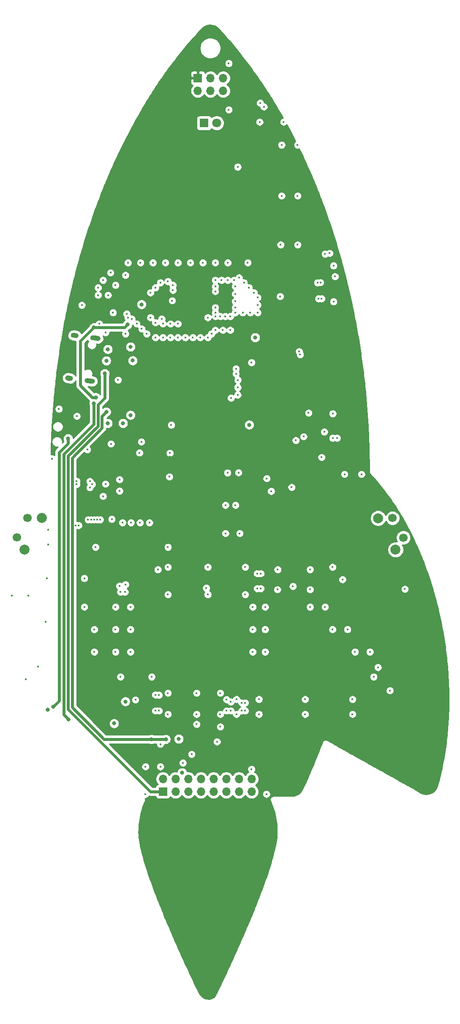
<source format=gbr>
%TF.GenerationSoftware,KiCad,Pcbnew,(5.1.10-1-10_14)*%
%TF.CreationDate,2021-08-27T15:48:04+02:00*%
%TF.ProjectId,OOO2021_Badge,4f4f4f32-3032-4315-9f42-616467652e6b,rev?*%
%TF.SameCoordinates,Original*%
%TF.FileFunction,Copper,L2,Inr*%
%TF.FilePolarity,Positive*%
%FSLAX46Y46*%
G04 Gerber Fmt 4.6, Leading zero omitted, Abs format (unit mm)*
G04 Created by KiCad (PCBNEW (5.1.10-1-10_14)) date 2021-08-27 15:48:04*
%MOMM*%
%LPD*%
G01*
G04 APERTURE LIST*
%TA.AperFunction,ComponentPad*%
%ADD10O,1.700000X1.700000*%
%TD*%
%TA.AperFunction,ComponentPad*%
%ADD11R,1.700000X1.700000*%
%TD*%
%TA.AperFunction,ComponentPad*%
%ADD12C,1.800000*%
%TD*%
%TA.AperFunction,ComponentPad*%
%ADD13R,1.800000X1.800000*%
%TD*%
%TA.AperFunction,ComponentPad*%
%ADD14C,2.000000*%
%TD*%
%TA.AperFunction,ComponentPad*%
%ADD15C,1.700000*%
%TD*%
%TA.AperFunction,ViaPad*%
%ADD16C,0.800000*%
%TD*%
%TA.AperFunction,ViaPad*%
%ADD17C,0.400000*%
%TD*%
%TA.AperFunction,Conductor*%
%ADD18C,0.600000*%
%TD*%
%TA.AperFunction,Conductor*%
%ADD19C,0.254000*%
%TD*%
%TA.AperFunction,Conductor*%
%ADD20C,0.100000*%
%TD*%
G04 APERTURE END LIST*
D10*
%TO.N,/SA_GPIO2*%
%TO.C,J5*%
X96080000Y-60540000D03*
%TO.N,/SA_GPIO1*%
X96080000Y-58000000D03*
%TO.N,/I2C_SCL*%
X93540000Y-60540000D03*
%TO.N,/I2C_SDA*%
X93540000Y-58000000D03*
%TO.N,GND*%
X91000000Y-60540000D03*
D11*
%TO.N,+3V3*%
X91000000Y-58000000D03*
%TD*%
D12*
%TO.N,Net-(D10-Pad2)*%
%TO.C,D10*%
X94790000Y-67000000D03*
D13*
%TO.N,Net-(D10-Pad1)*%
X92250000Y-67000000D03*
%TD*%
%TO.N,GND*%
%TO.C,J1*%
%TA.AperFunction,ComponentPad*%
G36*
G01*
X66555026Y-110114786D02*
X65960160Y-110036470D01*
G75*
G02*
X65529701Y-109475485I65263J495722D01*
G01*
X65529701Y-109475485D01*
G75*
G02*
X66090686Y-109045026I495722J-65263D01*
G01*
X66685552Y-109123342D01*
G75*
G02*
X67116011Y-109684327I-65263J-495722D01*
G01*
X67116011Y-109684327D01*
G75*
G02*
X66555026Y-110114786I-495722J65263D01*
G01*
G37*
%TD.AperFunction*%
%TA.AperFunction,ComponentPad*%
G36*
G01*
X65427280Y-118680869D02*
X64832414Y-118602553D01*
G75*
G02*
X64401955Y-118041568I65263J495722D01*
G01*
X64401955Y-118041568D01*
G75*
G02*
X64962940Y-117611109I495722J-65263D01*
G01*
X65557806Y-117689425D01*
G75*
G02*
X65988265Y-118250410I-65263J-495722D01*
G01*
X65988265Y-118250410D01*
G75*
G02*
X65427280Y-118680869I-495722J65263D01*
G01*
G37*
%TD.AperFunction*%
%TA.AperFunction,ComponentPad*%
G36*
G01*
X69819381Y-119259100D02*
X68728791Y-119115522D01*
G75*
G02*
X68298332Y-118554537I65263J495722D01*
G01*
X68298332Y-118554537D01*
G75*
G02*
X68859317Y-118124078I495722J-65263D01*
G01*
X69949907Y-118267656D01*
G75*
G02*
X70380366Y-118828641I-65263J-495722D01*
G01*
X70380366Y-118828641D01*
G75*
G02*
X69819381Y-119259100I-495722J65263D01*
G01*
G37*
%TD.AperFunction*%
%TA.AperFunction,ComponentPad*%
G36*
G01*
X70947128Y-110693016D02*
X69856538Y-110549438D01*
G75*
G02*
X69426079Y-109988453I65263J495722D01*
G01*
X69426079Y-109988453D01*
G75*
G02*
X69987064Y-109557994I495722J-65263D01*
G01*
X71077654Y-109701572D01*
G75*
G02*
X71508113Y-110262557I-65263J-495722D01*
G01*
X71508113Y-110262557D01*
G75*
G02*
X70947128Y-110693016I-495722J65263D01*
G01*
G37*
%TD.AperFunction*%
%TD*%
D10*
%TO.N,GND*%
%TO.C,J8*%
X101780000Y-198460000D03*
%TO.N,/RGB_OUT*%
X101780000Y-201000000D03*
%TO.N,Net-(J8-Pad14)*%
X99240000Y-198460000D03*
%TO.N,/STEMMA_SIG*%
X99240000Y-201000000D03*
%TO.N,/addons/I2C_SDA*%
X96700000Y-198460000D03*
%TO.N,Net-(J8-Pad11)*%
X96700000Y-201000000D03*
%TO.N,/addons/I2C_SCL*%
X94160000Y-198460000D03*
%TO.N,Net-(J8-Pad9)*%
X94160000Y-201000000D03*
%TO.N,Net-(J8-Pad8)*%
X91620000Y-198460000D03*
%TO.N,Net-(J8-Pad7)*%
X91620000Y-201000000D03*
%TO.N,Net-(J8-Pad6)*%
X89080000Y-198460000D03*
%TO.N,Net-(J8-Pad5)*%
X89080000Y-201000000D03*
%TO.N,Net-(J8-Pad4)*%
X86540000Y-198460000D03*
%TO.N,VEXT*%
X86540000Y-201000000D03*
%TO.N,/LPAD_DET*%
X84000000Y-198460000D03*
D11*
%TO.N,VBUS*%
X84000000Y-201000000D03*
%TD*%
D14*
%TO.N,N/C*%
%TO.C,SW10*%
X127143918Y-146217077D03*
X130634548Y-152514339D03*
D15*
%TO.N,GND*%
X132201589Y-150102186D03*
%TO.N,/io/BTN_RTrig*%
X130019945Y-146166397D03*
%TD*%
D14*
%TO.N,N/C*%
%TO.C,SW9*%
X56265452Y-152464339D03*
X59756082Y-146167077D03*
D15*
%TO.N,GND*%
X56880055Y-146116397D03*
%TO.N,/io/BTN_LTrig*%
X54698411Y-150052186D03*
%TD*%
D16*
%TO.N,GND*%
X77950000Y-114600000D03*
X77500000Y-111850000D03*
X101300000Y-127500000D03*
X76475000Y-182950000D03*
X74215699Y-187334301D03*
D17*
X63150000Y-124300000D03*
X74000000Y-105000000D03*
D16*
X79712500Y-103362500D03*
D17*
X76750000Y-105250000D03*
X81500000Y-101000000D03*
X72500000Y-109000000D03*
X71250000Y-107250000D03*
X76500000Y-109250000D03*
X73000000Y-101500000D03*
X75000000Y-118500000D03*
X66750000Y-125750000D03*
X73600000Y-131300000D03*
X97200000Y-55050000D03*
X97200000Y-64350000D03*
X77000000Y-95000000D03*
X97000000Y-95000000D03*
X73500000Y-97000000D03*
X71000000Y-101500000D03*
X67750000Y-103500000D03*
X118200000Y-102800000D03*
X118200000Y-95600000D03*
X117400000Y-93100000D03*
X111000000Y-91400000D03*
X111000000Y-71400000D03*
X107800000Y-71400000D03*
X111000000Y-81600000D03*
X107800000Y-81600000D03*
X107600000Y-91400000D03*
X103400000Y-66800000D03*
X108200000Y-66800000D03*
X73750000Y-146400000D03*
X77600000Y-147100000D03*
X79400000Y-147100000D03*
X78500000Y-182600000D03*
X85400000Y-133150000D03*
X79300000Y-133100000D03*
X81300000Y-147100000D03*
X79675000Y-130900000D03*
X85675000Y-127525000D03*
X61800000Y-134300000D03*
X98550000Y-143600000D03*
X96550000Y-143600000D03*
X99400000Y-149250000D03*
X96550000Y-149250000D03*
D16*
X60900000Y-184600000D03*
X87175884Y-190446199D03*
D17*
X69350000Y-140050000D03*
X75300000Y-138450000D03*
X72500000Y-139350000D03*
X110650000Y-130600000D03*
X112200000Y-129850000D03*
X75900000Y-147100000D03*
X118050000Y-125250000D03*
X75300000Y-140750000D03*
X116350000Y-128900000D03*
D16*
X72950000Y-127175000D03*
X77500000Y-125550000D03*
X76000000Y-127175000D03*
D17*
X120400000Y-137400000D03*
X123800000Y-137400000D03*
X94850000Y-191000000D03*
X74500000Y-164000000D03*
X74500000Y-173000000D03*
X74500000Y-168500000D03*
X77500000Y-168500000D03*
X77500000Y-164000000D03*
X77500000Y-173000000D03*
X102000000Y-173000000D03*
X104500000Y-173000000D03*
X102000000Y-168500000D03*
X104500000Y-168500000D03*
X102000000Y-164000000D03*
X104500000Y-164000000D03*
X85000000Y-185500000D03*
X95500000Y-185500000D03*
X95500000Y-188000000D03*
X90750000Y-187500000D03*
X103250000Y-185500000D03*
X103250000Y-182500000D03*
X98750000Y-182500000D03*
X98750000Y-185500000D03*
X83500000Y-191500000D03*
X83500000Y-196000000D03*
X88000000Y-195250000D03*
X89750000Y-193500000D03*
X85000000Y-181250000D03*
X90750000Y-181250000D03*
X90750000Y-185500000D03*
X95500000Y-181250000D03*
X75500000Y-178000000D03*
X81750000Y-178000000D03*
X70250000Y-173000000D03*
X70250000Y-168500000D03*
X68250000Y-164000000D03*
X60750000Y-158250000D03*
X68250000Y-158250000D03*
X53750000Y-161750000D03*
X57000000Y-161750000D03*
X60500000Y-167000000D03*
X113500000Y-164000000D03*
X116500000Y-164000000D03*
X118000000Y-168500000D03*
X121000000Y-168500000D03*
X122500000Y-173000000D03*
X125500000Y-173000000D03*
X122000000Y-185500000D03*
X122000000Y-182500000D03*
X112500000Y-182500000D03*
X112500000Y-185500000D03*
X101750000Y-196500000D03*
X80500000Y-196000000D03*
X80500000Y-201500000D03*
X104750000Y-201500000D03*
X106950000Y-160500000D03*
X107000000Y-156500000D03*
X113500000Y-160500000D03*
X113500000Y-156500000D03*
X120000000Y-158500000D03*
X118000000Y-156000000D03*
X100500000Y-156000000D03*
X100500000Y-161500000D03*
X93000000Y-156000000D03*
X93000000Y-161500000D03*
X85000000Y-156000000D03*
X85000000Y-161500000D03*
X70500000Y-152000000D03*
X85000000Y-152000000D03*
X61000000Y-151500000D03*
X61000000Y-148500000D03*
X59000000Y-176000000D03*
X56500000Y-178500000D03*
X126250000Y-178000000D03*
X129500000Y-180750000D03*
X104800000Y-138250000D03*
X105700000Y-140800000D03*
X85850000Y-102600000D03*
X95750000Y-98500000D03*
X98250000Y-98500000D03*
X98500000Y-99750000D03*
X97500000Y-105750000D03*
X95500000Y-105750000D03*
X96500000Y-105750000D03*
X94500000Y-105750000D03*
X94500000Y-105000000D03*
X94500000Y-104000000D03*
X94500000Y-100750000D03*
X94500000Y-99750000D03*
X94500000Y-98500000D03*
X97000000Y-98500000D03*
X98500000Y-101250000D03*
X98500000Y-102750000D03*
X98500000Y-104000000D03*
X98500000Y-105000000D03*
X81500000Y-106000000D03*
X82500000Y-107000000D03*
X84000000Y-107250000D03*
X85500000Y-107250000D03*
X87000000Y-107250000D03*
X93000000Y-106000000D03*
X77750000Y-106250000D03*
X77000000Y-106000000D03*
X82500000Y-100000000D03*
X86000000Y-100500000D03*
X83750000Y-106250000D03*
X86000000Y-99500000D03*
X85000000Y-98750000D03*
X83500000Y-99000000D03*
X79500000Y-95000000D03*
X82000000Y-95000000D03*
X84500000Y-95000000D03*
X87000000Y-95000000D03*
X89500000Y-95000000D03*
X92000000Y-95000000D03*
X94500000Y-95000000D03*
X101000000Y-95000000D03*
X99250000Y-98000000D03*
X100250000Y-99000000D03*
X101250000Y-100000000D03*
X102250000Y-101000000D03*
X103000000Y-102000000D03*
X103000000Y-103500000D03*
X103000000Y-105000000D03*
X100000000Y-105000000D03*
X101500000Y-105000000D03*
X78750000Y-107250000D03*
X79750000Y-108250000D03*
X80750000Y-109250000D03*
X82500000Y-110000000D03*
X84000000Y-110000000D03*
X85500000Y-110000000D03*
X87000000Y-110000000D03*
X88500000Y-110000000D03*
X90000000Y-110000000D03*
X91500000Y-110000000D03*
X93000000Y-110000000D03*
X94500000Y-108500000D03*
X96000000Y-108500000D03*
X97500000Y-108500000D03*
D16*
X102500000Y-110000000D03*
D17*
X72000000Y-98500000D03*
X71000000Y-100000000D03*
X74500000Y-99500000D03*
X76500000Y-97500000D03*
X93750000Y-109250000D03*
X107500000Y-101750000D03*
D16*
%TO.N,VIN*%
X72650000Y-124900000D03*
X84600000Y-190500000D03*
X81700000Y-190500000D03*
X70550000Y-122000000D03*
X76900000Y-107400000D03*
X70175000Y-107975000D03*
D17*
X65800000Y-168700000D03*
D16*
%TO.N,VBUS*%
X72950000Y-112350000D03*
X72350000Y-117200000D03*
X72665964Y-114645964D03*
%TO.N,+3V3*%
X82200000Y-123200000D03*
X88550000Y-58000000D03*
X118800000Y-96800000D03*
D17*
X110200000Y-102800000D03*
X105750000Y-103000000D03*
D16*
X81988336Y-125474990D03*
D17*
X75900000Y-145900000D03*
X77600000Y-145900000D03*
X79400000Y-145900000D03*
X81300000Y-145900000D03*
X85400000Y-133900000D03*
X79300000Y-134700000D03*
X79300000Y-133950000D03*
X82500000Y-199800000D03*
X111250000Y-127200000D03*
X113950000Y-126800000D03*
D16*
X123400000Y-127150000D03*
D17*
X69450000Y-137750000D03*
X69750000Y-135300000D03*
D16*
X113126257Y-131876257D03*
D17*
X118000000Y-101600000D03*
X114600000Y-103300000D03*
X97800000Y-72250000D03*
D16*
%TO.N,+BATT*%
X65000000Y-130250000D03*
X62000000Y-184000000D03*
D17*
X118900000Y-130150000D03*
X68846439Y-132446439D03*
%TO.N,/LPAD_DET*%
X76500000Y-159500000D03*
X75500000Y-161000000D03*
X82500000Y-184800000D03*
X82500000Y-181600000D03*
%TO.N,/I2C_SDA*%
X103500000Y-63000000D03*
X98650000Y-116250000D03*
X69350010Y-138813072D03*
X66700000Y-138800000D03*
X66500000Y-147650000D03*
X97600000Y-183000000D03*
X97600000Y-184800000D03*
X111300000Y-112800000D03*
%TO.N,/I2C_SCL*%
X104250000Y-63750000D03*
X118500000Y-97750000D03*
X98650000Y-117250000D03*
X69800000Y-139400000D03*
X66700000Y-139400000D03*
X67100000Y-147650000D03*
X96750000Y-184800000D03*
X96750000Y-182547990D03*
X111500000Y-113400000D03*
X116500000Y-93250000D03*
D16*
%TO.N,VUSB*%
X70150000Y-123200000D03*
X65050000Y-186500000D03*
D17*
X118050000Y-130150000D03*
D16*
%TO.N,VEXT*%
X87825000Y-197200000D03*
D17*
%TO.N,/LCD_DCX*%
X99000000Y-120000000D03*
%TO.N,/LCD_RST*%
X101750000Y-115000000D03*
%TO.N,/RGB*%
X102900000Y-157300000D03*
X102900000Y-160300000D03*
X99800000Y-183200000D03*
X99800000Y-184800000D03*
%TO.N,/~IO_INT*%
X72000000Y-141800000D03*
X113200000Y-125100000D03*
%TO.N,/LCD_BL*%
X96950000Y-137100000D03*
X99150000Y-137075000D03*
%TO.N,/STEMMA_SIG*%
X100500000Y-184800000D03*
X100500000Y-183200000D03*
X115800000Y-134000000D03*
X103600000Y-157300000D03*
X103600000Y-160300000D03*
X109800000Y-140000000D03*
%TO.N,/IR_RECV*%
X99000000Y-75800000D03*
%TO.N,Net-(LCD1-Pad11)*%
X85300000Y-137900000D03*
%TO.N,/io/BTN_A*%
X132500000Y-160400000D03*
%TO.N,/io/BTN_B*%
X127100000Y-176100000D03*
%TO.N,/io/BTN_Start*%
X75300000Y-159800000D03*
%TO.N,/io/BTN_Select*%
X110048058Y-159851942D03*
%TO.N,/io/BTN_Joy_B*%
X69000000Y-146500000D03*
%TO.N,/io/BTN_Joy_Cent*%
X69600000Y-146500000D03*
%TO.N,/io/BTN_Menu*%
X92700000Y-160200000D03*
%TO.N,/io/BTN_Joy_A*%
X70200000Y-146500000D03*
%TO.N,/io/BTN_Joy_D*%
X70800000Y-146500000D03*
%TO.N,/io/BTN_Joy_C*%
X71400000Y-146500000D03*
%TO.N,/SPI3_CLK*%
X99020693Y-118518547D03*
%TO.N,/SPI3_MOSI*%
X99000000Y-121500000D03*
%TO.N,/SPI3_CS0*%
X97650000Y-122100000D03*
%TO.N,/io/VEXT_EN*%
X83200000Y-184800000D03*
X83200000Y-181650000D03*
X76400000Y-161000000D03*
X83000000Y-156500000D03*
%TO.N,Net-(J7-Pad2)*%
X115200000Y-102200000D03*
X115000000Y-99000000D03*
%TO.N,Net-(J7-Pad3)*%
X115800000Y-102200000D03*
X115579336Y-98955483D03*
%TD*%
D18*
%TO.N,VIN*%
X65800000Y-184100000D02*
X72200000Y-190500000D01*
X71800000Y-128100000D02*
X65800000Y-134100000D01*
X65800000Y-134100000D02*
X65800000Y-168700000D01*
X71800000Y-125750000D02*
X71800000Y-128100000D01*
X72650000Y-124900000D02*
X71800000Y-125750000D01*
X72200000Y-190500000D02*
X81700000Y-190500000D01*
X81700000Y-190500000D02*
X84600000Y-190500000D01*
X70550000Y-122000000D02*
X69850000Y-122000000D01*
X69850000Y-122000000D02*
X67450000Y-119600000D01*
X67450000Y-119600000D02*
X67450000Y-111200000D01*
X67450000Y-111200000D02*
X67450000Y-110700000D01*
X76349999Y-107950001D02*
X76900000Y-107400000D01*
X70199999Y-107950001D02*
X76349999Y-107950001D01*
X67450000Y-110700000D02*
X70175000Y-107975000D01*
X70175000Y-107975000D02*
X70199999Y-107950001D01*
X65800000Y-168700000D02*
X65800000Y-184100000D01*
%TO.N,VBUS*%
X71000000Y-123500000D02*
X72350000Y-122150000D01*
X84000000Y-201000000D02*
X81500000Y-201000000D01*
X65000000Y-184500000D02*
X65000000Y-164250000D01*
X72350000Y-122150000D02*
X72350000Y-117200000D01*
X71000000Y-127750000D02*
X71000000Y-123500000D01*
X65000000Y-133750000D02*
X71000000Y-127750000D01*
X81500000Y-201000000D02*
X65000000Y-184500000D01*
X65000000Y-164250000D02*
X65000000Y-133750000D01*
%TO.N,+BATT*%
X65000000Y-130250000D02*
X65000000Y-131250000D01*
X65000000Y-131250000D02*
X63750000Y-132500000D01*
X63750000Y-132500000D02*
X63700000Y-132500000D01*
X63700000Y-132500000D02*
X63200000Y-133000000D01*
X63200000Y-133000000D02*
X63200000Y-135800000D01*
X63200000Y-135800000D02*
X63200000Y-168491008D01*
X63200000Y-182800000D02*
X62000000Y-184000000D01*
X63200000Y-168491008D02*
X63200000Y-182800000D01*
%TO.N,VUSB*%
X70150000Y-123200000D02*
X70150000Y-127350000D01*
X70150000Y-127350000D02*
X64100001Y-133399999D01*
X64100001Y-185550001D02*
X65050000Y-186500000D01*
X64100001Y-185300001D02*
X64100001Y-185550001D01*
X64100001Y-133399999D02*
X64100001Y-185300001D01*
%TD*%
D19*
%TO.N,+3V3*%
X93715633Y-47394887D02*
X93925825Y-47431859D01*
X94133778Y-47485811D01*
X94334801Y-47556318D01*
X94526910Y-47643428D01*
X94709662Y-47746419D01*
X94878147Y-47862695D01*
X95032828Y-47993464D01*
X95191155Y-48157774D01*
X95558520Y-48556358D01*
X95927715Y-48962829D01*
X96293445Y-49370740D01*
X96656589Y-49780405D01*
X97018008Y-50194334D01*
X97375664Y-50607815D01*
X97729974Y-51024826D01*
X98082986Y-51445621D01*
X98432632Y-51867419D01*
X98780314Y-52292463D01*
X99125169Y-52717953D01*
X99466424Y-53146506D01*
X99805381Y-53576031D01*
X100142316Y-54010592D01*
X100476452Y-54444781D01*
X100807755Y-54881620D01*
X101136395Y-55319029D01*
X101463133Y-55761695D01*
X101787474Y-56204744D01*
X102108693Y-56649448D01*
X102427098Y-57095234D01*
X102742696Y-57543108D01*
X103055583Y-57991650D01*
X103366991Y-58445456D01*
X103675516Y-58898409D01*
X103981128Y-59354294D01*
X104285041Y-59811456D01*
X104586169Y-60270148D01*
X104884741Y-60731017D01*
X105180295Y-61191828D01*
X105472747Y-61654429D01*
X105763523Y-62119669D01*
X106052775Y-62586847D01*
X106338378Y-63053581D01*
X106621395Y-63522461D01*
X106902561Y-63993390D01*
X107181629Y-64466453D01*
X107457818Y-64940175D01*
X107731799Y-65416361D01*
X108003287Y-65891887D01*
X108051859Y-65978109D01*
X107956440Y-65997089D01*
X107804479Y-66060033D01*
X107667719Y-66151413D01*
X107551413Y-66267719D01*
X107460033Y-66404479D01*
X107397089Y-66556440D01*
X107365000Y-66717760D01*
X107365000Y-66882240D01*
X107397089Y-67043560D01*
X107460033Y-67195521D01*
X107551413Y-67332281D01*
X107667719Y-67448587D01*
X107804479Y-67539967D01*
X107956440Y-67602911D01*
X108117760Y-67635000D01*
X108282240Y-67635000D01*
X108443560Y-67602911D01*
X108595521Y-67539967D01*
X108732281Y-67448587D01*
X108820157Y-67360711D01*
X109065120Y-67811665D01*
X109324500Y-68293655D01*
X109582312Y-68779848D01*
X109837445Y-69264870D01*
X110090356Y-69752997D01*
X110340992Y-70241145D01*
X110566204Y-70685607D01*
X110467719Y-70751413D01*
X110351413Y-70867719D01*
X110260033Y-71004479D01*
X110197089Y-71156440D01*
X110165000Y-71317760D01*
X110165000Y-71482240D01*
X110197089Y-71643560D01*
X110260033Y-71795521D01*
X110351413Y-71932281D01*
X110467719Y-72048587D01*
X110604479Y-72139967D01*
X110756440Y-72202911D01*
X110917760Y-72235000D01*
X111082240Y-72235000D01*
X111243560Y-72202911D01*
X111305510Y-72177251D01*
X111319807Y-72206529D01*
X111558785Y-72700007D01*
X111795553Y-73194806D01*
X112029509Y-73690954D01*
X112261503Y-74187376D01*
X112490988Y-74685521D01*
X112718952Y-75184815D01*
X112944060Y-75684725D01*
X113167433Y-76186965D01*
X113388165Y-76688539D01*
X113606666Y-77190783D01*
X113822752Y-77693725D01*
X114036945Y-78199347D01*
X114249512Y-78704654D01*
X114459249Y-79211601D01*
X114667197Y-79719033D01*
X114872698Y-80228063D01*
X115049528Y-80671003D01*
X115051989Y-80679116D01*
X115059585Y-80705802D01*
X115061751Y-80711298D01*
X115073281Y-80749306D01*
X115086433Y-80773912D01*
X115274748Y-81251642D01*
X115475495Y-81766937D01*
X115673197Y-82282337D01*
X115868787Y-82796681D01*
X116062465Y-83313949D01*
X116254160Y-83831238D01*
X116443624Y-84350670D01*
X116630581Y-84868781D01*
X116815850Y-85390163D01*
X116998795Y-85910729D01*
X117179620Y-86431917D01*
X117358401Y-86954521D01*
X117535268Y-87477765D01*
X117709729Y-88000945D01*
X117882419Y-88527474D01*
X118053199Y-89053259D01*
X118221018Y-89577198D01*
X118387155Y-90104776D01*
X118551173Y-90631266D01*
X118712695Y-91158401D01*
X118872734Y-91687218D01*
X119030794Y-92216406D01*
X119186407Y-92745726D01*
X119339946Y-93275446D01*
X119491749Y-93807006D01*
X119641261Y-94337212D01*
X119788479Y-94868747D01*
X119934263Y-95401499D01*
X120078034Y-95934797D01*
X120219262Y-96468257D01*
X120358497Y-97000716D01*
X120495856Y-97536217D01*
X120631283Y-98070959D01*
X120764466Y-98605081D01*
X120895605Y-99141381D01*
X121025211Y-99678332D01*
X121152684Y-100215688D01*
X121278219Y-100753265D01*
X121401603Y-101291576D01*
X121523030Y-101830479D01*
X121642392Y-102368057D01*
X121759896Y-102907317D01*
X121875526Y-103447124D01*
X121989316Y-103988695D01*
X122100828Y-104529330D01*
X122210385Y-105068657D01*
X122318192Y-105612172D01*
X122423776Y-106152046D01*
X122527783Y-106696467D01*
X122629632Y-107239064D01*
X122729273Y-107780571D01*
X122827260Y-108323279D01*
X122923134Y-108865870D01*
X123017331Y-109409545D01*
X123109282Y-109952888D01*
X123199665Y-110497974D01*
X123288028Y-111043278D01*
X123374461Y-111587966D01*
X123458877Y-112132491D01*
X123541565Y-112680424D01*
X123622187Y-113224874D01*
X123700946Y-113771506D01*
X123777934Y-114318293D01*
X123853012Y-114865941D01*
X123926187Y-115413517D01*
X123997396Y-115961281D01*
X124066593Y-116506894D01*
X124134089Y-117055428D01*
X124199503Y-117602035D01*
X124263250Y-118150859D01*
X124325098Y-118699622D01*
X124385124Y-119249124D01*
X124443275Y-119798765D01*
X124499449Y-120348556D01*
X124554025Y-120898296D01*
X124606507Y-121449018D01*
X124657180Y-121997562D01*
X124705755Y-122547015D01*
X124752689Y-123098061D01*
X124797783Y-123647545D01*
X124841001Y-124199218D01*
X124882349Y-124748202D01*
X124921783Y-125298897D01*
X124959528Y-125849637D01*
X124995278Y-126400338D01*
X125029327Y-126950891D01*
X125061504Y-127501783D01*
X125091870Y-128053346D01*
X125120457Y-128604168D01*
X125147145Y-129157839D01*
X125171943Y-129709587D01*
X125195056Y-130260490D01*
X125216264Y-130812128D01*
X125235575Y-131363573D01*
X125253216Y-131915710D01*
X125269046Y-132467277D01*
X125282891Y-133020069D01*
X125295142Y-133570862D01*
X125305399Y-134123577D01*
X125314374Y-134675983D01*
X125321339Y-135228326D01*
X125326317Y-135780866D01*
X125329304Y-136332309D01*
X125330208Y-136834053D01*
X125327471Y-136854101D01*
X125330300Y-136900669D01*
X125330300Y-136918547D01*
X125330361Y-136919165D01*
X125330362Y-136919781D01*
X125333148Y-136947555D01*
X125335653Y-136988785D01*
X125338156Y-136998307D01*
X125340212Y-137019183D01*
X125340394Y-137019784D01*
X125340456Y-137020399D01*
X125359861Y-137083958D01*
X125365919Y-137103927D01*
X125369956Y-137119286D01*
X125371604Y-137122668D01*
X125379381Y-137148306D01*
X125379676Y-137148858D01*
X125379857Y-137149451D01*
X125411368Y-137208151D01*
X125442988Y-137267307D01*
X125443384Y-137267790D01*
X125443678Y-137268337D01*
X125486196Y-137319955D01*
X125528590Y-137371611D01*
X125529070Y-137372005D01*
X125529467Y-137372487D01*
X125564398Y-137401049D01*
X125888901Y-137750844D01*
X126257539Y-138157596D01*
X126619597Y-138567752D01*
X126975483Y-138981984D01*
X127326648Y-139401491D01*
X127672743Y-139824878D01*
X128013479Y-140253136D01*
X128350021Y-140686748D01*
X128680979Y-141123489D01*
X129006417Y-141563325D01*
X129328047Y-142008005D01*
X129643580Y-142455667D01*
X129954585Y-142906587D01*
X130261174Y-143362327D01*
X130562425Y-143820172D01*
X130859013Y-144282235D01*
X131150757Y-144746261D01*
X131438255Y-145215224D01*
X131721283Y-145686706D01*
X131998879Y-146159566D01*
X132271490Y-146635647D01*
X132540286Y-147115289D01*
X132804441Y-147596559D01*
X133063960Y-148080810D01*
X133318503Y-148566359D01*
X133568988Y-149054676D01*
X133814740Y-149545190D01*
X134056698Y-150038599D01*
X134294149Y-150535058D01*
X134526985Y-151032012D01*
X134755962Y-151531726D01*
X134980625Y-152033286D01*
X135200873Y-152536909D01*
X135417143Y-153042693D01*
X135628912Y-153549593D01*
X135836960Y-154058573D01*
X136040754Y-154569296D01*
X136240094Y-155081007D01*
X136435927Y-155596095D01*
X136627704Y-156111925D01*
X136815325Y-156630011D01*
X136998462Y-157147034D01*
X137178072Y-157667844D01*
X137353912Y-158190210D01*
X137525762Y-158713186D01*
X137693443Y-159238118D01*
X137856758Y-159762356D01*
X138016823Y-160289627D01*
X138172677Y-160816739D01*
X138324338Y-161344728D01*
X138472198Y-161873934D01*
X138616248Y-162404330D01*
X138756694Y-162935590D01*
X138893398Y-163469526D01*
X139026039Y-164002867D01*
X139154692Y-164537103D01*
X139279590Y-165072383D01*
X139400902Y-165608573D01*
X139518193Y-166145951D01*
X139631919Y-166683348D01*
X139741813Y-167222411D01*
X139848013Y-167762831D01*
X139950280Y-168302905D01*
X140048662Y-168844408D01*
X140143637Y-169386694D01*
X140234410Y-169928759D01*
X140321786Y-170473241D01*
X140404941Y-171015388D01*
X140484369Y-171558790D01*
X140560103Y-172103005D01*
X140631959Y-172648117D01*
X140699979Y-173193466D01*
X140764321Y-173738736D01*
X140824788Y-174285907D01*
X140881603Y-174833227D01*
X140934528Y-175381310D01*
X140983303Y-175928549D01*
X141028520Y-176477899D01*
X141069749Y-177024977D01*
X141107014Y-177573051D01*
X141140517Y-178123161D01*
X141170055Y-178672292D01*
X141195627Y-179221406D01*
X141217233Y-179770479D01*
X141234875Y-180320533D01*
X141248552Y-180870576D01*
X141258468Y-181421930D01*
X141264407Y-181971355D01*
X141265398Y-182520413D01*
X141263417Y-183070385D01*
X141256487Y-183619876D01*
X141245683Y-184169981D01*
X141230823Y-184718820D01*
X141211803Y-185268622D01*
X141188524Y-185818402D01*
X141161091Y-186367087D01*
X141129304Y-186916686D01*
X141093347Y-187464469D01*
X141053152Y-188011945D01*
X141008498Y-188558500D01*
X140959483Y-189106091D01*
X140906226Y-189651529D01*
X140848212Y-190198010D01*
X140785941Y-190743496D01*
X140719239Y-191287806D01*
X140647699Y-191833009D01*
X140571721Y-192376136D01*
X140491163Y-192918473D01*
X140405790Y-193461576D01*
X140315686Y-194002592D01*
X140220802Y-194543796D01*
X140121128Y-195084685D01*
X140016548Y-195623403D01*
X139906944Y-196161527D01*
X139792668Y-196699294D01*
X139673308Y-197234834D01*
X139549062Y-197768589D01*
X139419820Y-198301167D01*
X139284966Y-198833664D01*
X139145192Y-199364115D01*
X139004156Y-199878458D01*
X138932916Y-200093233D01*
X138848742Y-200280702D01*
X138744632Y-200461078D01*
X138623248Y-200628894D01*
X138482536Y-200788637D01*
X138327820Y-200933659D01*
X138158508Y-201064195D01*
X137975127Y-201180318D01*
X137780909Y-201280803D01*
X137579567Y-201363525D01*
X137372338Y-201427335D01*
X137158690Y-201472759D01*
X136943508Y-201499201D01*
X136728412Y-201505364D01*
X136515154Y-201491516D01*
X136303990Y-201457803D01*
X136101407Y-201404949D01*
X135901091Y-201330363D01*
X135714206Y-201239862D01*
X135520882Y-201120297D01*
X135508695Y-201111802D01*
X135492288Y-201102612D01*
X135476293Y-201092720D01*
X135462953Y-201086182D01*
X135003067Y-200828599D01*
X134557638Y-200578063D01*
X134556989Y-200577611D01*
X134528518Y-200561684D01*
X134499684Y-200545466D01*
X134498950Y-200545143D01*
X134052611Y-200295456D01*
X133575729Y-200028354D01*
X133130686Y-199778193D01*
X133130406Y-199777997D01*
X133101125Y-199761576D01*
X133072319Y-199745384D01*
X133072011Y-199745249D01*
X132654280Y-199510982D01*
X132654255Y-199510965D01*
X132625696Y-199494953D01*
X132595612Y-199478081D01*
X132595583Y-199478068D01*
X132178002Y-199243936D01*
X132177951Y-199243900D01*
X132148052Y-199227143D01*
X132119357Y-199211054D01*
X132119302Y-199211030D01*
X131671137Y-198959854D01*
X131225152Y-198709848D01*
X131224998Y-198709741D01*
X131194454Y-198692640D01*
X131166602Y-198677027D01*
X131166445Y-198676958D01*
X130720587Y-198427330D01*
X130245705Y-198160901D01*
X129798727Y-197909864D01*
X129798129Y-197909448D01*
X129769605Y-197893508D01*
X129740698Y-197877273D01*
X129740022Y-197876976D01*
X129292827Y-197627073D01*
X128817419Y-197360628D01*
X128370497Y-197109158D01*
X128369898Y-197108741D01*
X128341105Y-197092620D01*
X128312482Y-197076515D01*
X128311817Y-197076223D01*
X127865013Y-196826065D01*
X127418618Y-196575881D01*
X127418598Y-196575867D01*
X127392944Y-196561492D01*
X127359948Y-196542999D01*
X127359913Y-196542984D01*
X126912500Y-196292282D01*
X126466721Y-196041970D01*
X126466345Y-196041708D01*
X126437310Y-196025455D01*
X126408443Y-196009246D01*
X126408025Y-196009063D01*
X125962594Y-195759726D01*
X125486198Y-195492674D01*
X125039877Y-195242057D01*
X125039651Y-195241900D01*
X125010721Y-195225686D01*
X124981443Y-195209246D01*
X124981188Y-195209134D01*
X124533718Y-194958348D01*
X124087646Y-194707977D01*
X124087395Y-194707802D01*
X124058449Y-194691589D01*
X124029233Y-194675191D01*
X124028950Y-194675067D01*
X123581338Y-194424359D01*
X123107666Y-194158833D01*
X122658764Y-193907034D01*
X122658759Y-193907030D01*
X122182336Y-193639793D01*
X122181933Y-193639513D01*
X122152774Y-193623211D01*
X122124067Y-193607109D01*
X122123624Y-193606915D01*
X121677640Y-193357584D01*
X121231520Y-193107028D01*
X121231195Y-193106802D01*
X121202469Y-193090713D01*
X121173198Y-193074273D01*
X121172829Y-193074111D01*
X120725535Y-192823581D01*
X120278243Y-192572114D01*
X120277795Y-192571802D01*
X120248991Y-192555669D01*
X120220062Y-192539405D01*
X120219560Y-192539184D01*
X119801016Y-192304757D01*
X119800945Y-192304708D01*
X119772352Y-192288703D01*
X119742383Y-192271917D01*
X119742300Y-192271881D01*
X119296734Y-192022469D01*
X118850709Y-191772072D01*
X118850555Y-191771965D01*
X118820892Y-191755333D01*
X118792188Y-191739219D01*
X118792022Y-191739146D01*
X118374121Y-191504834D01*
X118373894Y-191504676D01*
X118344363Y-191488149D01*
X118315657Y-191472054D01*
X118315411Y-191471946D01*
X117869785Y-191222554D01*
X117423427Y-190971970D01*
X117423098Y-190971741D01*
X117393658Y-190955258D01*
X117365088Y-190939219D01*
X117364731Y-190939062D01*
X116961794Y-190713465D01*
X116947519Y-190702510D01*
X116903058Y-190680580D01*
X116889280Y-190672866D01*
X116872875Y-190665693D01*
X116826507Y-190642822D01*
X116811173Y-190638712D01*
X116796628Y-190632352D01*
X116746120Y-190621276D01*
X116696174Y-190607889D01*
X116680334Y-190606850D01*
X116664827Y-190603449D01*
X116613117Y-190602439D01*
X116561530Y-190599054D01*
X116545797Y-190601124D01*
X116529920Y-190600814D01*
X116479008Y-190609912D01*
X116427750Y-190616656D01*
X116412718Y-190621757D01*
X116397091Y-190624550D01*
X116348931Y-190643406D01*
X116299976Y-190660020D01*
X116286231Y-190667954D01*
X116271445Y-190673743D01*
X116227901Y-190701624D01*
X116183115Y-190727476D01*
X116171176Y-190737945D01*
X116157810Y-190746503D01*
X116120542Y-190782343D01*
X116081660Y-190816437D01*
X116071996Y-190829029D01*
X116060553Y-190840034D01*
X116030986Y-190882467D01*
X115999510Y-190923481D01*
X115992490Y-190937714D01*
X115983412Y-190950742D01*
X115962691Y-190998129D01*
X115954778Y-191014172D01*
X115949220Y-191028935D01*
X115929352Y-191074372D01*
X115925497Y-191091953D01*
X115750012Y-191558099D01*
X115555720Y-192067716D01*
X115359099Y-192577182D01*
X115160381Y-193086663D01*
X114959221Y-193595780D01*
X114756210Y-194103308D01*
X114551462Y-194609707D01*
X114344137Y-195115839D01*
X114135359Y-195619137D01*
X113923538Y-196123567D01*
X113710085Y-196626865D01*
X113494384Y-197128079D01*
X113276343Y-197629640D01*
X113056859Y-198128423D01*
X112834525Y-198626809D01*
X112610108Y-199124961D01*
X112383385Y-199621385D01*
X112154136Y-200118455D01*
X111931929Y-200593589D01*
X111823694Y-200788991D01*
X111703727Y-200965777D01*
X111567444Y-201130921D01*
X111416335Y-201283346D01*
X111252503Y-201420708D01*
X111076170Y-201542690D01*
X110889769Y-201647705D01*
X110693007Y-201735808D01*
X110492012Y-201804242D01*
X110282364Y-201854397D01*
X110071099Y-201884600D01*
X109839390Y-201897000D01*
X106204989Y-201897000D01*
X106170994Y-201893687D01*
X106104930Y-201900262D01*
X106037417Y-201906912D01*
X106037073Y-201907016D01*
X106036724Y-201907051D01*
X105973076Y-201926430D01*
X105908294Y-201946081D01*
X105907979Y-201946249D01*
X105907642Y-201946352D01*
X105849036Y-201977755D01*
X105789293Y-202009688D01*
X105789016Y-202009916D01*
X105788707Y-202010081D01*
X105737344Y-202052322D01*
X105684989Y-202095289D01*
X105684763Y-202095565D01*
X105684490Y-202095789D01*
X105642692Y-202146827D01*
X105599388Y-202199593D01*
X105599218Y-202199911D01*
X105598996Y-202200182D01*
X105567831Y-202258632D01*
X105535781Y-202318594D01*
X105535677Y-202318938D01*
X105535512Y-202319247D01*
X105516306Y-202382796D01*
X105496612Y-202447717D01*
X105496577Y-202448073D01*
X105496475Y-202448410D01*
X105490015Y-202514694D01*
X105483386Y-202582000D01*
X105483421Y-202582356D01*
X105483387Y-202582706D01*
X105489963Y-202648777D01*
X105496612Y-202716283D01*
X105496716Y-202716627D01*
X105496751Y-202716976D01*
X105516075Y-202780445D01*
X105535781Y-202845406D01*
X105551885Y-202875535D01*
X105734299Y-203314643D01*
X105909547Y-203777889D01*
X106070282Y-204248893D01*
X106215729Y-204724134D01*
X106346238Y-205204201D01*
X106461382Y-205687961D01*
X106561151Y-206175785D01*
X106645543Y-206665832D01*
X106714595Y-207156867D01*
X106768596Y-207651801D01*
X106807360Y-208148818D01*
X106830881Y-208646122D01*
X106839408Y-209137835D01*
X106822649Y-209654654D01*
X106778389Y-210171646D01*
X106712131Y-210693880D01*
X106628292Y-211219080D01*
X106530057Y-211744679D01*
X106419691Y-212270182D01*
X106299271Y-212796469D01*
X106169870Y-213320354D01*
X106032765Y-213845560D01*
X105888752Y-214368621D01*
X105738714Y-214891781D01*
X105583078Y-215414522D01*
X105422668Y-215935704D01*
X105257500Y-216456559D01*
X105088657Y-216975769D01*
X104915736Y-217494334D01*
X104739356Y-218013452D01*
X104559841Y-218530466D01*
X104376932Y-219048096D01*
X104191587Y-219563881D01*
X104004021Y-220078769D01*
X103813948Y-220591727D01*
X103621045Y-221106333D01*
X103426547Y-221618692D01*
X103229553Y-222132071D01*
X103030912Y-222642353D01*
X102830403Y-223153845D01*
X102628427Y-223663264D01*
X102424055Y-224173448D01*
X102218387Y-224683632D01*
X102010713Y-225192850D01*
X101801774Y-225702239D01*
X101592083Y-226209281D01*
X101380829Y-226715493D01*
X101167861Y-227223464D01*
X100954087Y-227729743D01*
X100738952Y-228235180D01*
X100522829Y-228739831D01*
X100304903Y-229245498D01*
X100086244Y-229751248D01*
X99866596Y-230254752D01*
X99645596Y-230759065D01*
X99424059Y-231262559D01*
X99201615Y-231765075D01*
X98977678Y-232268034D01*
X98752818Y-232771050D01*
X98527388Y-233273780D01*
X98300806Y-233775634D01*
X98073343Y-234277670D01*
X97845427Y-234778387D01*
X97615985Y-235279261D01*
X97386449Y-235779811D01*
X97156460Y-236278486D01*
X96925307Y-236777738D01*
X96692917Y-237277640D01*
X96460093Y-237776264D01*
X96226849Y-238274503D01*
X95993059Y-238771991D01*
X95758506Y-239268832D01*
X95523077Y-239765263D01*
X95286976Y-240262002D01*
X95049548Y-240759434D01*
X94824813Y-241228299D01*
X94823829Y-241229942D01*
X94810233Y-241258718D01*
X94796550Y-241287264D01*
X94795899Y-241289054D01*
X94655644Y-241585896D01*
X94456518Y-241935987D01*
X94323810Y-242094872D01*
X94161857Y-242239977D01*
X93980788Y-242360460D01*
X93781227Y-242455323D01*
X93564477Y-242524235D01*
X93337635Y-242563982D01*
X93100542Y-242571882D01*
X92855989Y-242547878D01*
X92609400Y-242488802D01*
X92359373Y-242391205D01*
X92109749Y-242253873D01*
X91863610Y-242072036D01*
X91622648Y-241841260D01*
X91401071Y-241569957D01*
X91159460Y-241150069D01*
X90949970Y-240750366D01*
X90718044Y-240264463D01*
X90481665Y-239767560D01*
X90246241Y-239270201D01*
X90010687Y-238771876D01*
X89776665Y-238274104D01*
X89543552Y-237776358D01*
X89311135Y-237277612D01*
X89078682Y-236777361D01*
X88847824Y-236278534D01*
X88616939Y-235778350D01*
X88387492Y-235278773D01*
X88158158Y-234776792D01*
X87930126Y-234276042D01*
X87703068Y-233774462D01*
X87476419Y-233272574D01*
X87251107Y-232770883D01*
X87026942Y-232269302D01*
X86803673Y-231766949D01*
X86580402Y-231263242D01*
X86358938Y-230759915D01*
X86138194Y-230255956D01*
X85918753Y-229752243D01*
X85699767Y-229246661D01*
X85482142Y-228740997D01*
X85265224Y-228234421D01*
X85050389Y-227729920D01*
X84836466Y-227222766D01*
X84623203Y-226714570D01*
X84411933Y-226208320D01*
X84201877Y-225700362D01*
X83993030Y-225190956D01*
X83785848Y-224682717D01*
X83579944Y-224172691D01*
X83375492Y-223661563D01*
X83172783Y-223150811D01*
X82972112Y-222639179D01*
X82772989Y-222126442D01*
X82576314Y-221614590D01*
X82381827Y-221102261D01*
X82188958Y-220588009D01*
X81998743Y-220073944D01*
X81810783Y-219558795D01*
X81625588Y-219043152D01*
X81443220Y-218527635D01*
X81263678Y-218009554D01*
X81087104Y-217490454D01*
X80914042Y-216971765D01*
X80745272Y-216452779D01*
X80580452Y-215931775D01*
X80419944Y-215411261D01*
X80264466Y-214889712D01*
X80114399Y-214366796D01*
X79970326Y-213842539D01*
X79833135Y-213318360D01*
X79703834Y-212793505D01*
X79583484Y-212269060D01*
X79473041Y-211742674D01*
X79374866Y-211217845D01*
X79290957Y-210693775D01*
X79224809Y-210171653D01*
X79180348Y-209653570D01*
X79163567Y-209137029D01*
X79170964Y-208644803D01*
X79193706Y-208147758D01*
X79231700Y-207650766D01*
X79285022Y-207154943D01*
X79353867Y-206661137D01*
X79437943Y-206170297D01*
X79537218Y-205683506D01*
X79652200Y-205198664D01*
X79782254Y-204718865D01*
X79927650Y-204243793D01*
X80088644Y-203771633D01*
X80264361Y-203306501D01*
X80446715Y-202867534D01*
X80462819Y-202837406D01*
X80482526Y-202772442D01*
X80501849Y-202708977D01*
X80501884Y-202708626D01*
X80501988Y-202708283D01*
X80508630Y-202640852D01*
X80515213Y-202574707D01*
X80515179Y-202574357D01*
X80515214Y-202574000D01*
X80508585Y-202506695D01*
X80502125Y-202440409D01*
X80502023Y-202440071D01*
X80501988Y-202439717D01*
X80482335Y-202374930D01*
X80470267Y-202335000D01*
X80582240Y-202335000D01*
X80743560Y-202302911D01*
X80895521Y-202239967D01*
X81032281Y-202148587D01*
X81148587Y-202032281D01*
X81238483Y-201897742D01*
X81316708Y-201921472D01*
X81500000Y-201939524D01*
X81545935Y-201935000D01*
X82520299Y-201935000D01*
X82524188Y-201974482D01*
X82560498Y-202094180D01*
X82619463Y-202204494D01*
X82698815Y-202301185D01*
X82795506Y-202380537D01*
X82905820Y-202439502D01*
X83025518Y-202475812D01*
X83150000Y-202488072D01*
X84850000Y-202488072D01*
X84974482Y-202475812D01*
X85094180Y-202439502D01*
X85204494Y-202380537D01*
X85301185Y-202301185D01*
X85380537Y-202204494D01*
X85439502Y-202094180D01*
X85461513Y-202021620D01*
X85593368Y-202153475D01*
X85836589Y-202315990D01*
X86106842Y-202427932D01*
X86393740Y-202485000D01*
X86686260Y-202485000D01*
X86973158Y-202427932D01*
X87243411Y-202315990D01*
X87486632Y-202153475D01*
X87693475Y-201946632D01*
X87810000Y-201772240D01*
X87926525Y-201946632D01*
X88133368Y-202153475D01*
X88376589Y-202315990D01*
X88646842Y-202427932D01*
X88933740Y-202485000D01*
X89226260Y-202485000D01*
X89513158Y-202427932D01*
X89783411Y-202315990D01*
X90026632Y-202153475D01*
X90233475Y-201946632D01*
X90350000Y-201772240D01*
X90466525Y-201946632D01*
X90673368Y-202153475D01*
X90916589Y-202315990D01*
X91186842Y-202427932D01*
X91473740Y-202485000D01*
X91766260Y-202485000D01*
X92053158Y-202427932D01*
X92323411Y-202315990D01*
X92566632Y-202153475D01*
X92773475Y-201946632D01*
X92890000Y-201772240D01*
X93006525Y-201946632D01*
X93213368Y-202153475D01*
X93456589Y-202315990D01*
X93726842Y-202427932D01*
X94013740Y-202485000D01*
X94306260Y-202485000D01*
X94593158Y-202427932D01*
X94863411Y-202315990D01*
X95106632Y-202153475D01*
X95313475Y-201946632D01*
X95430000Y-201772240D01*
X95546525Y-201946632D01*
X95753368Y-202153475D01*
X95996589Y-202315990D01*
X96266842Y-202427932D01*
X96553740Y-202485000D01*
X96846260Y-202485000D01*
X97133158Y-202427932D01*
X97403411Y-202315990D01*
X97646632Y-202153475D01*
X97853475Y-201946632D01*
X97970000Y-201772240D01*
X98086525Y-201946632D01*
X98293368Y-202153475D01*
X98536589Y-202315990D01*
X98806842Y-202427932D01*
X99093740Y-202485000D01*
X99386260Y-202485000D01*
X99673158Y-202427932D01*
X99943411Y-202315990D01*
X100186632Y-202153475D01*
X100393475Y-201946632D01*
X100510000Y-201772240D01*
X100626525Y-201946632D01*
X100833368Y-202153475D01*
X101076589Y-202315990D01*
X101346842Y-202427932D01*
X101633740Y-202485000D01*
X101926260Y-202485000D01*
X102213158Y-202427932D01*
X102483411Y-202315990D01*
X102726632Y-202153475D01*
X102933475Y-201946632D01*
X103095990Y-201703411D01*
X103207932Y-201433158D01*
X103210994Y-201417760D01*
X103915000Y-201417760D01*
X103915000Y-201582240D01*
X103947089Y-201743560D01*
X104010033Y-201895521D01*
X104101413Y-202032281D01*
X104217719Y-202148587D01*
X104354479Y-202239967D01*
X104506440Y-202302911D01*
X104667760Y-202335000D01*
X104832240Y-202335000D01*
X104993560Y-202302911D01*
X105145521Y-202239967D01*
X105282281Y-202148587D01*
X105398587Y-202032281D01*
X105489967Y-201895521D01*
X105552911Y-201743560D01*
X105585000Y-201582240D01*
X105585000Y-201417760D01*
X105552911Y-201256440D01*
X105489967Y-201104479D01*
X105398587Y-200967719D01*
X105282281Y-200851413D01*
X105145521Y-200760033D01*
X104993560Y-200697089D01*
X104832240Y-200665000D01*
X104667760Y-200665000D01*
X104506440Y-200697089D01*
X104354479Y-200760033D01*
X104217719Y-200851413D01*
X104101413Y-200967719D01*
X104010033Y-201104479D01*
X103947089Y-201256440D01*
X103915000Y-201417760D01*
X103210994Y-201417760D01*
X103265000Y-201146260D01*
X103265000Y-200853740D01*
X103207932Y-200566842D01*
X103095990Y-200296589D01*
X102933475Y-200053368D01*
X102726632Y-199846525D01*
X102552240Y-199730000D01*
X102726632Y-199613475D01*
X102933475Y-199406632D01*
X103095990Y-199163411D01*
X103207932Y-198893158D01*
X103265000Y-198606260D01*
X103265000Y-198313740D01*
X103207932Y-198026842D01*
X103095990Y-197756589D01*
X102933475Y-197513368D01*
X102726632Y-197306525D01*
X102483411Y-197144010D01*
X102344427Y-197086441D01*
X102398587Y-197032281D01*
X102489967Y-196895521D01*
X102552911Y-196743560D01*
X102585000Y-196582240D01*
X102585000Y-196417760D01*
X102552911Y-196256440D01*
X102489967Y-196104479D01*
X102398587Y-195967719D01*
X102282281Y-195851413D01*
X102145521Y-195760033D01*
X101993560Y-195697089D01*
X101832240Y-195665000D01*
X101667760Y-195665000D01*
X101506440Y-195697089D01*
X101354479Y-195760033D01*
X101217719Y-195851413D01*
X101101413Y-195967719D01*
X101010033Y-196104479D01*
X100947089Y-196256440D01*
X100915000Y-196417760D01*
X100915000Y-196582240D01*
X100947089Y-196743560D01*
X101010033Y-196895521D01*
X101101413Y-197032281D01*
X101173147Y-197104015D01*
X101076589Y-197144010D01*
X100833368Y-197306525D01*
X100626525Y-197513368D01*
X100510000Y-197687760D01*
X100393475Y-197513368D01*
X100186632Y-197306525D01*
X99943411Y-197144010D01*
X99673158Y-197032068D01*
X99386260Y-196975000D01*
X99093740Y-196975000D01*
X98806842Y-197032068D01*
X98536589Y-197144010D01*
X98293368Y-197306525D01*
X98086525Y-197513368D01*
X97970000Y-197687760D01*
X97853475Y-197513368D01*
X97646632Y-197306525D01*
X97403411Y-197144010D01*
X97133158Y-197032068D01*
X96846260Y-196975000D01*
X96553740Y-196975000D01*
X96266842Y-197032068D01*
X95996589Y-197144010D01*
X95753368Y-197306525D01*
X95546525Y-197513368D01*
X95430000Y-197687760D01*
X95313475Y-197513368D01*
X95106632Y-197306525D01*
X94863411Y-197144010D01*
X94593158Y-197032068D01*
X94306260Y-196975000D01*
X94013740Y-196975000D01*
X93726842Y-197032068D01*
X93456589Y-197144010D01*
X93213368Y-197306525D01*
X93006525Y-197513368D01*
X92890000Y-197687760D01*
X92773475Y-197513368D01*
X92566632Y-197306525D01*
X92323411Y-197144010D01*
X92053158Y-197032068D01*
X91766260Y-196975000D01*
X91473740Y-196975000D01*
X91186842Y-197032068D01*
X90916589Y-197144010D01*
X90673368Y-197306525D01*
X90466525Y-197513368D01*
X90350000Y-197687760D01*
X90233475Y-197513368D01*
X90026632Y-197306525D01*
X89783411Y-197144010D01*
X89513158Y-197032068D01*
X89226260Y-196975000D01*
X88933740Y-196975000D01*
X88839260Y-196993793D01*
X88820226Y-196898102D01*
X88742205Y-196709744D01*
X88628937Y-196540226D01*
X88484774Y-196396063D01*
X88315256Y-196282795D01*
X88126898Y-196204774D01*
X87926939Y-196165000D01*
X87723061Y-196165000D01*
X87523102Y-196204774D01*
X87334744Y-196282795D01*
X87165226Y-196396063D01*
X87021063Y-196540226D01*
X86907795Y-196709744D01*
X86829774Y-196898102D01*
X86809598Y-196999534D01*
X86686260Y-196975000D01*
X86393740Y-196975000D01*
X86106842Y-197032068D01*
X85836589Y-197144010D01*
X85593368Y-197306525D01*
X85386525Y-197513368D01*
X85270000Y-197687760D01*
X85153475Y-197513368D01*
X84946632Y-197306525D01*
X84703411Y-197144010D01*
X84433158Y-197032068D01*
X84146260Y-196975000D01*
X83853740Y-196975000D01*
X83566842Y-197032068D01*
X83296589Y-197144010D01*
X83053368Y-197306525D01*
X82846525Y-197513368D01*
X82684010Y-197756589D01*
X82572068Y-198026842D01*
X82515000Y-198313740D01*
X82515000Y-198606260D01*
X82572068Y-198893158D01*
X82684010Y-199163411D01*
X82846525Y-199406632D01*
X82978380Y-199538487D01*
X82905820Y-199560498D01*
X82795506Y-199619463D01*
X82698815Y-199698815D01*
X82619463Y-199795506D01*
X82560498Y-199905820D01*
X82524188Y-200025518D01*
X82520299Y-200065000D01*
X81887289Y-200065000D01*
X77740049Y-195917760D01*
X79665000Y-195917760D01*
X79665000Y-196082240D01*
X79697089Y-196243560D01*
X79760033Y-196395521D01*
X79851413Y-196532281D01*
X79967719Y-196648587D01*
X80104479Y-196739967D01*
X80256440Y-196802911D01*
X80417760Y-196835000D01*
X80582240Y-196835000D01*
X80743560Y-196802911D01*
X80895521Y-196739967D01*
X81032281Y-196648587D01*
X81148587Y-196532281D01*
X81239967Y-196395521D01*
X81302911Y-196243560D01*
X81335000Y-196082240D01*
X81335000Y-195917760D01*
X82665000Y-195917760D01*
X82665000Y-196082240D01*
X82697089Y-196243560D01*
X82760033Y-196395521D01*
X82851413Y-196532281D01*
X82967719Y-196648587D01*
X83104479Y-196739967D01*
X83256440Y-196802911D01*
X83417760Y-196835000D01*
X83582240Y-196835000D01*
X83743560Y-196802911D01*
X83895521Y-196739967D01*
X84032281Y-196648587D01*
X84148587Y-196532281D01*
X84239967Y-196395521D01*
X84302911Y-196243560D01*
X84335000Y-196082240D01*
X84335000Y-195917760D01*
X84302911Y-195756440D01*
X84239967Y-195604479D01*
X84148587Y-195467719D01*
X84032281Y-195351413D01*
X83895521Y-195260033D01*
X83743560Y-195197089D01*
X83596116Y-195167760D01*
X87165000Y-195167760D01*
X87165000Y-195332240D01*
X87197089Y-195493560D01*
X87260033Y-195645521D01*
X87351413Y-195782281D01*
X87467719Y-195898587D01*
X87604479Y-195989967D01*
X87756440Y-196052911D01*
X87917760Y-196085000D01*
X88082240Y-196085000D01*
X88243560Y-196052911D01*
X88395521Y-195989967D01*
X88532281Y-195898587D01*
X88648587Y-195782281D01*
X88739967Y-195645521D01*
X88802911Y-195493560D01*
X88835000Y-195332240D01*
X88835000Y-195167760D01*
X88802911Y-195006440D01*
X88739967Y-194854479D01*
X88648587Y-194717719D01*
X88532281Y-194601413D01*
X88395521Y-194510033D01*
X88243560Y-194447089D01*
X88082240Y-194415000D01*
X87917760Y-194415000D01*
X87756440Y-194447089D01*
X87604479Y-194510033D01*
X87467719Y-194601413D01*
X87351413Y-194717719D01*
X87260033Y-194854479D01*
X87197089Y-195006440D01*
X87165000Y-195167760D01*
X83596116Y-195167760D01*
X83582240Y-195165000D01*
X83417760Y-195165000D01*
X83256440Y-195197089D01*
X83104479Y-195260033D01*
X82967719Y-195351413D01*
X82851413Y-195467719D01*
X82760033Y-195604479D01*
X82697089Y-195756440D01*
X82665000Y-195917760D01*
X81335000Y-195917760D01*
X81302911Y-195756440D01*
X81239967Y-195604479D01*
X81148587Y-195467719D01*
X81032281Y-195351413D01*
X80895521Y-195260033D01*
X80743560Y-195197089D01*
X80582240Y-195165000D01*
X80417760Y-195165000D01*
X80256440Y-195197089D01*
X80104479Y-195260033D01*
X79967719Y-195351413D01*
X79851413Y-195467719D01*
X79760033Y-195604479D01*
X79697089Y-195756440D01*
X79665000Y-195917760D01*
X77740049Y-195917760D01*
X75240049Y-193417760D01*
X88915000Y-193417760D01*
X88915000Y-193582240D01*
X88947089Y-193743560D01*
X89010033Y-193895521D01*
X89101413Y-194032281D01*
X89217719Y-194148587D01*
X89354479Y-194239967D01*
X89506440Y-194302911D01*
X89667760Y-194335000D01*
X89832240Y-194335000D01*
X89993560Y-194302911D01*
X90145521Y-194239967D01*
X90282281Y-194148587D01*
X90398587Y-194032281D01*
X90489967Y-193895521D01*
X90552911Y-193743560D01*
X90585000Y-193582240D01*
X90585000Y-193417760D01*
X90552911Y-193256440D01*
X90489967Y-193104479D01*
X90398587Y-192967719D01*
X90282281Y-192851413D01*
X90145521Y-192760033D01*
X89993560Y-192697089D01*
X89832240Y-192665000D01*
X89667760Y-192665000D01*
X89506440Y-192697089D01*
X89354479Y-192760033D01*
X89217719Y-192851413D01*
X89101413Y-192967719D01*
X89010033Y-193104479D01*
X88947089Y-193256440D01*
X88915000Y-193417760D01*
X75240049Y-193417760D01*
X73257289Y-191435000D01*
X81252705Y-191435000D01*
X81398102Y-191495226D01*
X81598061Y-191535000D01*
X81801939Y-191535000D01*
X82001898Y-191495226D01*
X82147295Y-191435000D01*
X82665000Y-191435000D01*
X82665000Y-191582240D01*
X82697089Y-191743560D01*
X82760033Y-191895521D01*
X82851413Y-192032281D01*
X82967719Y-192148587D01*
X83104479Y-192239967D01*
X83256440Y-192302911D01*
X83417760Y-192335000D01*
X83582240Y-192335000D01*
X83743560Y-192302911D01*
X83895521Y-192239967D01*
X84032281Y-192148587D01*
X84148587Y-192032281D01*
X84239967Y-191895521D01*
X84302911Y-191743560D01*
X84335000Y-191582240D01*
X84335000Y-191502565D01*
X84498061Y-191535000D01*
X84701939Y-191535000D01*
X84901898Y-191495226D01*
X85090256Y-191417205D01*
X85259774Y-191303937D01*
X85403937Y-191159774D01*
X85517205Y-190990256D01*
X85595226Y-190801898D01*
X85635000Y-190601939D01*
X85635000Y-190398061D01*
X85624299Y-190344260D01*
X86140884Y-190344260D01*
X86140884Y-190548138D01*
X86180658Y-190748097D01*
X86258679Y-190936455D01*
X86371947Y-191105973D01*
X86516110Y-191250136D01*
X86685628Y-191363404D01*
X86873986Y-191441425D01*
X87073945Y-191481199D01*
X87277823Y-191481199D01*
X87477782Y-191441425D01*
X87666140Y-191363404D01*
X87835658Y-191250136D01*
X87979821Y-191105973D01*
X88093089Y-190936455D01*
X88100832Y-190917760D01*
X94015000Y-190917760D01*
X94015000Y-191082240D01*
X94047089Y-191243560D01*
X94110033Y-191395521D01*
X94201413Y-191532281D01*
X94317719Y-191648587D01*
X94454479Y-191739967D01*
X94606440Y-191802911D01*
X94767760Y-191835000D01*
X94932240Y-191835000D01*
X95093560Y-191802911D01*
X95245521Y-191739967D01*
X95382281Y-191648587D01*
X95498587Y-191532281D01*
X95589967Y-191395521D01*
X95652911Y-191243560D01*
X95685000Y-191082240D01*
X95685000Y-190917760D01*
X95652911Y-190756440D01*
X95589967Y-190604479D01*
X95498587Y-190467719D01*
X95382281Y-190351413D01*
X95245521Y-190260033D01*
X95093560Y-190197089D01*
X94932240Y-190165000D01*
X94767760Y-190165000D01*
X94606440Y-190197089D01*
X94454479Y-190260033D01*
X94317719Y-190351413D01*
X94201413Y-190467719D01*
X94110033Y-190604479D01*
X94047089Y-190756440D01*
X94015000Y-190917760D01*
X88100832Y-190917760D01*
X88171110Y-190748097D01*
X88210884Y-190548138D01*
X88210884Y-190344260D01*
X88171110Y-190144301D01*
X88093089Y-189955943D01*
X87979821Y-189786425D01*
X87835658Y-189642262D01*
X87666140Y-189528994D01*
X87477782Y-189450973D01*
X87277823Y-189411199D01*
X87073945Y-189411199D01*
X86873986Y-189450973D01*
X86685628Y-189528994D01*
X86516110Y-189642262D01*
X86371947Y-189786425D01*
X86258679Y-189955943D01*
X86180658Y-190144301D01*
X86140884Y-190344260D01*
X85624299Y-190344260D01*
X85595226Y-190198102D01*
X85517205Y-190009744D01*
X85403937Y-189840226D01*
X85259774Y-189696063D01*
X85090256Y-189582795D01*
X84901898Y-189504774D01*
X84701939Y-189465000D01*
X84498061Y-189465000D01*
X84298102Y-189504774D01*
X84152705Y-189565000D01*
X82147295Y-189565000D01*
X82001898Y-189504774D01*
X81801939Y-189465000D01*
X81598061Y-189465000D01*
X81398102Y-189504774D01*
X81252705Y-189565000D01*
X72587289Y-189565000D01*
X70254651Y-187232362D01*
X73180699Y-187232362D01*
X73180699Y-187436240D01*
X73220473Y-187636199D01*
X73298494Y-187824557D01*
X73411762Y-187994075D01*
X73555925Y-188138238D01*
X73725443Y-188251506D01*
X73913801Y-188329527D01*
X74113760Y-188369301D01*
X74317638Y-188369301D01*
X74517597Y-188329527D01*
X74705955Y-188251506D01*
X74875473Y-188138238D01*
X75019636Y-187994075D01*
X75132904Y-187824557D01*
X75210925Y-187636199D01*
X75250699Y-187436240D01*
X75250699Y-187417760D01*
X89915000Y-187417760D01*
X89915000Y-187582240D01*
X89947089Y-187743560D01*
X90010033Y-187895521D01*
X90101413Y-188032281D01*
X90217719Y-188148587D01*
X90354479Y-188239967D01*
X90506440Y-188302911D01*
X90667760Y-188335000D01*
X90832240Y-188335000D01*
X90993560Y-188302911D01*
X91145521Y-188239967D01*
X91282281Y-188148587D01*
X91398587Y-188032281D01*
X91475107Y-187917760D01*
X94665000Y-187917760D01*
X94665000Y-188082240D01*
X94697089Y-188243560D01*
X94760033Y-188395521D01*
X94851413Y-188532281D01*
X94967719Y-188648587D01*
X95104479Y-188739967D01*
X95256440Y-188802911D01*
X95417760Y-188835000D01*
X95582240Y-188835000D01*
X95743560Y-188802911D01*
X95895521Y-188739967D01*
X96032281Y-188648587D01*
X96148587Y-188532281D01*
X96239967Y-188395521D01*
X96302911Y-188243560D01*
X96335000Y-188082240D01*
X96335000Y-187917760D01*
X96302911Y-187756440D01*
X96239967Y-187604479D01*
X96148587Y-187467719D01*
X96032281Y-187351413D01*
X95895521Y-187260033D01*
X95743560Y-187197089D01*
X95582240Y-187165000D01*
X95417760Y-187165000D01*
X95256440Y-187197089D01*
X95104479Y-187260033D01*
X94967719Y-187351413D01*
X94851413Y-187467719D01*
X94760033Y-187604479D01*
X94697089Y-187756440D01*
X94665000Y-187917760D01*
X91475107Y-187917760D01*
X91489967Y-187895521D01*
X91552911Y-187743560D01*
X91585000Y-187582240D01*
X91585000Y-187417760D01*
X91552911Y-187256440D01*
X91489967Y-187104479D01*
X91398587Y-186967719D01*
X91282281Y-186851413D01*
X91145521Y-186760033D01*
X90993560Y-186697089D01*
X90832240Y-186665000D01*
X90667760Y-186665000D01*
X90506440Y-186697089D01*
X90354479Y-186760033D01*
X90217719Y-186851413D01*
X90101413Y-186967719D01*
X90010033Y-187104479D01*
X89947089Y-187256440D01*
X89915000Y-187417760D01*
X75250699Y-187417760D01*
X75250699Y-187232362D01*
X75210925Y-187032403D01*
X75132904Y-186844045D01*
X75019636Y-186674527D01*
X74875473Y-186530364D01*
X74705955Y-186417096D01*
X74517597Y-186339075D01*
X74317638Y-186299301D01*
X74113760Y-186299301D01*
X73913801Y-186339075D01*
X73725443Y-186417096D01*
X73555925Y-186530364D01*
X73411762Y-186674527D01*
X73298494Y-186844045D01*
X73220473Y-187032403D01*
X73180699Y-187232362D01*
X70254651Y-187232362D01*
X67740049Y-184717760D01*
X81665000Y-184717760D01*
X81665000Y-184882240D01*
X81697089Y-185043560D01*
X81760033Y-185195521D01*
X81851413Y-185332281D01*
X81967719Y-185448587D01*
X82104479Y-185539967D01*
X82256440Y-185602911D01*
X82417760Y-185635000D01*
X82582240Y-185635000D01*
X82743560Y-185602911D01*
X82850000Y-185558822D01*
X82956440Y-185602911D01*
X83117760Y-185635000D01*
X83282240Y-185635000D01*
X83443560Y-185602911D01*
X83595521Y-185539967D01*
X83732281Y-185448587D01*
X83763108Y-185417760D01*
X84165000Y-185417760D01*
X84165000Y-185582240D01*
X84197089Y-185743560D01*
X84260033Y-185895521D01*
X84351413Y-186032281D01*
X84467719Y-186148587D01*
X84604479Y-186239967D01*
X84756440Y-186302911D01*
X84917760Y-186335000D01*
X85082240Y-186335000D01*
X85243560Y-186302911D01*
X85395521Y-186239967D01*
X85532281Y-186148587D01*
X85648587Y-186032281D01*
X85739967Y-185895521D01*
X85802911Y-185743560D01*
X85835000Y-185582240D01*
X85835000Y-185417760D01*
X89915000Y-185417760D01*
X89915000Y-185582240D01*
X89947089Y-185743560D01*
X90010033Y-185895521D01*
X90101413Y-186032281D01*
X90217719Y-186148587D01*
X90354479Y-186239967D01*
X90506440Y-186302911D01*
X90667760Y-186335000D01*
X90832240Y-186335000D01*
X90993560Y-186302911D01*
X91145521Y-186239967D01*
X91282281Y-186148587D01*
X91398587Y-186032281D01*
X91489967Y-185895521D01*
X91552911Y-185743560D01*
X91585000Y-185582240D01*
X91585000Y-185417760D01*
X94665000Y-185417760D01*
X94665000Y-185582240D01*
X94697089Y-185743560D01*
X94760033Y-185895521D01*
X94851413Y-186032281D01*
X94967719Y-186148587D01*
X95104479Y-186239967D01*
X95256440Y-186302911D01*
X95417760Y-186335000D01*
X95582240Y-186335000D01*
X95743560Y-186302911D01*
X95895521Y-186239967D01*
X96032281Y-186148587D01*
X96148587Y-186032281D01*
X96239967Y-185895521D01*
X96302911Y-185743560D01*
X96335000Y-185582240D01*
X96335000Y-185526952D01*
X96354479Y-185539967D01*
X96506440Y-185602911D01*
X96667760Y-185635000D01*
X96832240Y-185635000D01*
X96993560Y-185602911D01*
X97145521Y-185539967D01*
X97175000Y-185520270D01*
X97204479Y-185539967D01*
X97356440Y-185602911D01*
X97517760Y-185635000D01*
X97682240Y-185635000D01*
X97843560Y-185602911D01*
X97915000Y-185573320D01*
X97915000Y-185582240D01*
X97947089Y-185743560D01*
X98010033Y-185895521D01*
X98101413Y-186032281D01*
X98217719Y-186148587D01*
X98354479Y-186239967D01*
X98506440Y-186302911D01*
X98667760Y-186335000D01*
X98832240Y-186335000D01*
X98993560Y-186302911D01*
X99145521Y-186239967D01*
X99282281Y-186148587D01*
X99398587Y-186032281D01*
X99489967Y-185895521D01*
X99552911Y-185743560D01*
X99579958Y-185607589D01*
X99717760Y-185635000D01*
X99882240Y-185635000D01*
X100043560Y-185602911D01*
X100150000Y-185558822D01*
X100256440Y-185602911D01*
X100417760Y-185635000D01*
X100582240Y-185635000D01*
X100743560Y-185602911D01*
X100895521Y-185539967D01*
X101032281Y-185448587D01*
X101063108Y-185417760D01*
X102415000Y-185417760D01*
X102415000Y-185582240D01*
X102447089Y-185743560D01*
X102510033Y-185895521D01*
X102601413Y-186032281D01*
X102717719Y-186148587D01*
X102854479Y-186239967D01*
X103006440Y-186302911D01*
X103167760Y-186335000D01*
X103332240Y-186335000D01*
X103493560Y-186302911D01*
X103645521Y-186239967D01*
X103782281Y-186148587D01*
X103898587Y-186032281D01*
X103989967Y-185895521D01*
X104052911Y-185743560D01*
X104085000Y-185582240D01*
X104085000Y-185417760D01*
X111665000Y-185417760D01*
X111665000Y-185582240D01*
X111697089Y-185743560D01*
X111760033Y-185895521D01*
X111851413Y-186032281D01*
X111967719Y-186148587D01*
X112104479Y-186239967D01*
X112256440Y-186302911D01*
X112417760Y-186335000D01*
X112582240Y-186335000D01*
X112743560Y-186302911D01*
X112895521Y-186239967D01*
X113032281Y-186148587D01*
X113148587Y-186032281D01*
X113239967Y-185895521D01*
X113302911Y-185743560D01*
X113335000Y-185582240D01*
X113335000Y-185417760D01*
X121165000Y-185417760D01*
X121165000Y-185582240D01*
X121197089Y-185743560D01*
X121260033Y-185895521D01*
X121351413Y-186032281D01*
X121467719Y-186148587D01*
X121604479Y-186239967D01*
X121756440Y-186302911D01*
X121917760Y-186335000D01*
X122082240Y-186335000D01*
X122243560Y-186302911D01*
X122395521Y-186239967D01*
X122532281Y-186148587D01*
X122648587Y-186032281D01*
X122739967Y-185895521D01*
X122802911Y-185743560D01*
X122835000Y-185582240D01*
X122835000Y-185417760D01*
X122802911Y-185256440D01*
X122739967Y-185104479D01*
X122648587Y-184967719D01*
X122532281Y-184851413D01*
X122395521Y-184760033D01*
X122243560Y-184697089D01*
X122082240Y-184665000D01*
X121917760Y-184665000D01*
X121756440Y-184697089D01*
X121604479Y-184760033D01*
X121467719Y-184851413D01*
X121351413Y-184967719D01*
X121260033Y-185104479D01*
X121197089Y-185256440D01*
X121165000Y-185417760D01*
X113335000Y-185417760D01*
X113302911Y-185256440D01*
X113239967Y-185104479D01*
X113148587Y-184967719D01*
X113032281Y-184851413D01*
X112895521Y-184760033D01*
X112743560Y-184697089D01*
X112582240Y-184665000D01*
X112417760Y-184665000D01*
X112256440Y-184697089D01*
X112104479Y-184760033D01*
X111967719Y-184851413D01*
X111851413Y-184967719D01*
X111760033Y-185104479D01*
X111697089Y-185256440D01*
X111665000Y-185417760D01*
X104085000Y-185417760D01*
X104052911Y-185256440D01*
X103989967Y-185104479D01*
X103898587Y-184967719D01*
X103782281Y-184851413D01*
X103645521Y-184760033D01*
X103493560Y-184697089D01*
X103332240Y-184665000D01*
X103167760Y-184665000D01*
X103006440Y-184697089D01*
X102854479Y-184760033D01*
X102717719Y-184851413D01*
X102601413Y-184967719D01*
X102510033Y-185104479D01*
X102447089Y-185256440D01*
X102415000Y-185417760D01*
X101063108Y-185417760D01*
X101148587Y-185332281D01*
X101239967Y-185195521D01*
X101302911Y-185043560D01*
X101335000Y-184882240D01*
X101335000Y-184717760D01*
X101302911Y-184556440D01*
X101239967Y-184404479D01*
X101148587Y-184267719D01*
X101032281Y-184151413D01*
X100895521Y-184060033D01*
X100750588Y-184000000D01*
X100895521Y-183939967D01*
X101032281Y-183848587D01*
X101148587Y-183732281D01*
X101239967Y-183595521D01*
X101302911Y-183443560D01*
X101335000Y-183282240D01*
X101335000Y-183117760D01*
X101302911Y-182956440D01*
X101239967Y-182804479D01*
X101148587Y-182667719D01*
X101032281Y-182551413D01*
X100895521Y-182460033D01*
X100793465Y-182417760D01*
X102415000Y-182417760D01*
X102415000Y-182582240D01*
X102447089Y-182743560D01*
X102510033Y-182895521D01*
X102601413Y-183032281D01*
X102717719Y-183148587D01*
X102854479Y-183239967D01*
X103006440Y-183302911D01*
X103167760Y-183335000D01*
X103332240Y-183335000D01*
X103493560Y-183302911D01*
X103645521Y-183239967D01*
X103782281Y-183148587D01*
X103898587Y-183032281D01*
X103989967Y-182895521D01*
X104052911Y-182743560D01*
X104085000Y-182582240D01*
X104085000Y-182417760D01*
X111665000Y-182417760D01*
X111665000Y-182582240D01*
X111697089Y-182743560D01*
X111760033Y-182895521D01*
X111851413Y-183032281D01*
X111967719Y-183148587D01*
X112104479Y-183239967D01*
X112256440Y-183302911D01*
X112417760Y-183335000D01*
X112582240Y-183335000D01*
X112743560Y-183302911D01*
X112895521Y-183239967D01*
X113032281Y-183148587D01*
X113148587Y-183032281D01*
X113239967Y-182895521D01*
X113302911Y-182743560D01*
X113335000Y-182582240D01*
X113335000Y-182417760D01*
X121165000Y-182417760D01*
X121165000Y-182582240D01*
X121197089Y-182743560D01*
X121260033Y-182895521D01*
X121351413Y-183032281D01*
X121467719Y-183148587D01*
X121604479Y-183239967D01*
X121756440Y-183302911D01*
X121917760Y-183335000D01*
X122082240Y-183335000D01*
X122243560Y-183302911D01*
X122395521Y-183239967D01*
X122532281Y-183148587D01*
X122648587Y-183032281D01*
X122739967Y-182895521D01*
X122802911Y-182743560D01*
X122835000Y-182582240D01*
X122835000Y-182417760D01*
X122802911Y-182256440D01*
X122739967Y-182104479D01*
X122648587Y-181967719D01*
X122532281Y-181851413D01*
X122395521Y-181760033D01*
X122243560Y-181697089D01*
X122082240Y-181665000D01*
X121917760Y-181665000D01*
X121756440Y-181697089D01*
X121604479Y-181760033D01*
X121467719Y-181851413D01*
X121351413Y-181967719D01*
X121260033Y-182104479D01*
X121197089Y-182256440D01*
X121165000Y-182417760D01*
X113335000Y-182417760D01*
X113302911Y-182256440D01*
X113239967Y-182104479D01*
X113148587Y-181967719D01*
X113032281Y-181851413D01*
X112895521Y-181760033D01*
X112743560Y-181697089D01*
X112582240Y-181665000D01*
X112417760Y-181665000D01*
X112256440Y-181697089D01*
X112104479Y-181760033D01*
X111967719Y-181851413D01*
X111851413Y-181967719D01*
X111760033Y-182104479D01*
X111697089Y-182256440D01*
X111665000Y-182417760D01*
X104085000Y-182417760D01*
X104052911Y-182256440D01*
X103989967Y-182104479D01*
X103898587Y-181967719D01*
X103782281Y-181851413D01*
X103645521Y-181760033D01*
X103493560Y-181697089D01*
X103332240Y-181665000D01*
X103167760Y-181665000D01*
X103006440Y-181697089D01*
X102854479Y-181760033D01*
X102717719Y-181851413D01*
X102601413Y-181967719D01*
X102510033Y-182104479D01*
X102447089Y-182256440D01*
X102415000Y-182417760D01*
X100793465Y-182417760D01*
X100743560Y-182397089D01*
X100582240Y-182365000D01*
X100417760Y-182365000D01*
X100256440Y-182397089D01*
X100150000Y-182441178D01*
X100043560Y-182397089D01*
X99882240Y-182365000D01*
X99717760Y-182365000D01*
X99579958Y-182392411D01*
X99552911Y-182256440D01*
X99489967Y-182104479D01*
X99398587Y-181967719D01*
X99282281Y-181851413D01*
X99145521Y-181760033D01*
X98993560Y-181697089D01*
X98832240Y-181665000D01*
X98667760Y-181665000D01*
X98506440Y-181697089D01*
X98354479Y-181760033D01*
X98217719Y-181851413D01*
X98101413Y-181967719D01*
X98010033Y-182104479D01*
X97952911Y-182242384D01*
X97843560Y-182197089D01*
X97682240Y-182165000D01*
X97517760Y-182165000D01*
X97496878Y-182169154D01*
X97489967Y-182152469D01*
X97398587Y-182015709D01*
X97282281Y-181899403D01*
X97145521Y-181808023D01*
X96993560Y-181745079D01*
X96832240Y-181712990D01*
X96667760Y-181712990D01*
X96506440Y-181745079D01*
X96354479Y-181808023D01*
X96217719Y-181899403D01*
X96101413Y-182015709D01*
X96010033Y-182152469D01*
X95947089Y-182304430D01*
X95915000Y-182465750D01*
X95915000Y-182630230D01*
X95947089Y-182791550D01*
X96010033Y-182943511D01*
X96101413Y-183080271D01*
X96217719Y-183196577D01*
X96354479Y-183287957D01*
X96506440Y-183350901D01*
X96667760Y-183382990D01*
X96832240Y-183382990D01*
X96853122Y-183378836D01*
X96860033Y-183395521D01*
X96951413Y-183532281D01*
X97067719Y-183648587D01*
X97204479Y-183739967D01*
X97356440Y-183802911D01*
X97517760Y-183835000D01*
X97682240Y-183835000D01*
X97843560Y-183802911D01*
X97995521Y-183739967D01*
X98132281Y-183648587D01*
X98248587Y-183532281D01*
X98339967Y-183395521D01*
X98397089Y-183257616D01*
X98506440Y-183302911D01*
X98667760Y-183335000D01*
X98832240Y-183335000D01*
X98970042Y-183307589D01*
X98997089Y-183443560D01*
X99060033Y-183595521D01*
X99151413Y-183732281D01*
X99267719Y-183848587D01*
X99404479Y-183939967D01*
X99549412Y-184000000D01*
X99404479Y-184060033D01*
X99267719Y-184151413D01*
X99151413Y-184267719D01*
X99060033Y-184404479D01*
X98997089Y-184556440D01*
X98970042Y-184692411D01*
X98832240Y-184665000D01*
X98667760Y-184665000D01*
X98506440Y-184697089D01*
X98435000Y-184726680D01*
X98435000Y-184717760D01*
X98402911Y-184556440D01*
X98339967Y-184404479D01*
X98248587Y-184267719D01*
X98132281Y-184151413D01*
X97995521Y-184060033D01*
X97843560Y-183997089D01*
X97682240Y-183965000D01*
X97517760Y-183965000D01*
X97356440Y-183997089D01*
X97204479Y-184060033D01*
X97175000Y-184079730D01*
X97145521Y-184060033D01*
X96993560Y-183997089D01*
X96832240Y-183965000D01*
X96667760Y-183965000D01*
X96506440Y-183997089D01*
X96354479Y-184060033D01*
X96217719Y-184151413D01*
X96101413Y-184267719D01*
X96010033Y-184404479D01*
X95947089Y-184556440D01*
X95915000Y-184717760D01*
X95915000Y-184773048D01*
X95895521Y-184760033D01*
X95743560Y-184697089D01*
X95582240Y-184665000D01*
X95417760Y-184665000D01*
X95256440Y-184697089D01*
X95104479Y-184760033D01*
X94967719Y-184851413D01*
X94851413Y-184967719D01*
X94760033Y-185104479D01*
X94697089Y-185256440D01*
X94665000Y-185417760D01*
X91585000Y-185417760D01*
X91552911Y-185256440D01*
X91489967Y-185104479D01*
X91398587Y-184967719D01*
X91282281Y-184851413D01*
X91145521Y-184760033D01*
X90993560Y-184697089D01*
X90832240Y-184665000D01*
X90667760Y-184665000D01*
X90506440Y-184697089D01*
X90354479Y-184760033D01*
X90217719Y-184851413D01*
X90101413Y-184967719D01*
X90010033Y-185104479D01*
X89947089Y-185256440D01*
X89915000Y-185417760D01*
X85835000Y-185417760D01*
X85802911Y-185256440D01*
X85739967Y-185104479D01*
X85648587Y-184967719D01*
X85532281Y-184851413D01*
X85395521Y-184760033D01*
X85243560Y-184697089D01*
X85082240Y-184665000D01*
X84917760Y-184665000D01*
X84756440Y-184697089D01*
X84604479Y-184760033D01*
X84467719Y-184851413D01*
X84351413Y-184967719D01*
X84260033Y-185104479D01*
X84197089Y-185256440D01*
X84165000Y-185417760D01*
X83763108Y-185417760D01*
X83848587Y-185332281D01*
X83939967Y-185195521D01*
X84002911Y-185043560D01*
X84035000Y-184882240D01*
X84035000Y-184717760D01*
X84002911Y-184556440D01*
X83939967Y-184404479D01*
X83848587Y-184267719D01*
X83732281Y-184151413D01*
X83595521Y-184060033D01*
X83443560Y-183997089D01*
X83282240Y-183965000D01*
X83117760Y-183965000D01*
X82956440Y-183997089D01*
X82850000Y-184041178D01*
X82743560Y-183997089D01*
X82582240Y-183965000D01*
X82417760Y-183965000D01*
X82256440Y-183997089D01*
X82104479Y-184060033D01*
X81967719Y-184151413D01*
X81851413Y-184267719D01*
X81760033Y-184404479D01*
X81697089Y-184556440D01*
X81665000Y-184717760D01*
X67740049Y-184717760D01*
X66735000Y-183712711D01*
X66735000Y-182848061D01*
X75440000Y-182848061D01*
X75440000Y-183051939D01*
X75479774Y-183251898D01*
X75557795Y-183440256D01*
X75671063Y-183609774D01*
X75815226Y-183753937D01*
X75984744Y-183867205D01*
X76173102Y-183945226D01*
X76373061Y-183985000D01*
X76576939Y-183985000D01*
X76776898Y-183945226D01*
X76965256Y-183867205D01*
X77134774Y-183753937D01*
X77278937Y-183609774D01*
X77392205Y-183440256D01*
X77470226Y-183251898D01*
X77510000Y-183051939D01*
X77510000Y-182848061D01*
X77470226Y-182648102D01*
X77416237Y-182517760D01*
X77665000Y-182517760D01*
X77665000Y-182682240D01*
X77697089Y-182843560D01*
X77760033Y-182995521D01*
X77851413Y-183132281D01*
X77967719Y-183248587D01*
X78104479Y-183339967D01*
X78256440Y-183402911D01*
X78417760Y-183435000D01*
X78582240Y-183435000D01*
X78743560Y-183402911D01*
X78895521Y-183339967D01*
X79032281Y-183248587D01*
X79148587Y-183132281D01*
X79239967Y-182995521D01*
X79302911Y-182843560D01*
X79335000Y-182682240D01*
X79335000Y-182517760D01*
X79302911Y-182356440D01*
X79239967Y-182204479D01*
X79148587Y-182067719D01*
X79032281Y-181951413D01*
X78895521Y-181860033D01*
X78743560Y-181797089D01*
X78582240Y-181765000D01*
X78417760Y-181765000D01*
X78256440Y-181797089D01*
X78104479Y-181860033D01*
X77967719Y-181951413D01*
X77851413Y-182067719D01*
X77760033Y-182204479D01*
X77697089Y-182356440D01*
X77665000Y-182517760D01*
X77416237Y-182517760D01*
X77392205Y-182459744D01*
X77278937Y-182290226D01*
X77134774Y-182146063D01*
X76965256Y-182032795D01*
X76776898Y-181954774D01*
X76576939Y-181915000D01*
X76373061Y-181915000D01*
X76173102Y-181954774D01*
X75984744Y-182032795D01*
X75815226Y-182146063D01*
X75671063Y-182290226D01*
X75557795Y-182459744D01*
X75479774Y-182648102D01*
X75440000Y-182848061D01*
X66735000Y-182848061D01*
X66735000Y-181517760D01*
X81665000Y-181517760D01*
X81665000Y-181682240D01*
X81697089Y-181843560D01*
X81760033Y-181995521D01*
X81851413Y-182132281D01*
X81967719Y-182248587D01*
X82104479Y-182339967D01*
X82256440Y-182402911D01*
X82417760Y-182435000D01*
X82582240Y-182435000D01*
X82743560Y-182402911D01*
X82793125Y-182382381D01*
X82804479Y-182389967D01*
X82956440Y-182452911D01*
X83117760Y-182485000D01*
X83282240Y-182485000D01*
X83443560Y-182452911D01*
X83595521Y-182389967D01*
X83732281Y-182298587D01*
X83848587Y-182182281D01*
X83939967Y-182045521D01*
X84002911Y-181893560D01*
X84035000Y-181732240D01*
X84035000Y-181567760D01*
X84002911Y-181406440D01*
X83939967Y-181254479D01*
X83882024Y-181167760D01*
X84165000Y-181167760D01*
X84165000Y-181332240D01*
X84197089Y-181493560D01*
X84260033Y-181645521D01*
X84351413Y-181782281D01*
X84467719Y-181898587D01*
X84604479Y-181989967D01*
X84756440Y-182052911D01*
X84917760Y-182085000D01*
X85082240Y-182085000D01*
X85243560Y-182052911D01*
X85395521Y-181989967D01*
X85532281Y-181898587D01*
X85648587Y-181782281D01*
X85739967Y-181645521D01*
X85802911Y-181493560D01*
X85835000Y-181332240D01*
X85835000Y-181167760D01*
X89915000Y-181167760D01*
X89915000Y-181332240D01*
X89947089Y-181493560D01*
X90010033Y-181645521D01*
X90101413Y-181782281D01*
X90217719Y-181898587D01*
X90354479Y-181989967D01*
X90506440Y-182052911D01*
X90667760Y-182085000D01*
X90832240Y-182085000D01*
X90993560Y-182052911D01*
X91145521Y-181989967D01*
X91282281Y-181898587D01*
X91398587Y-181782281D01*
X91489967Y-181645521D01*
X91552911Y-181493560D01*
X91585000Y-181332240D01*
X91585000Y-181167760D01*
X94665000Y-181167760D01*
X94665000Y-181332240D01*
X94697089Y-181493560D01*
X94760033Y-181645521D01*
X94851413Y-181782281D01*
X94967719Y-181898587D01*
X95104479Y-181989967D01*
X95256440Y-182052911D01*
X95417760Y-182085000D01*
X95582240Y-182085000D01*
X95743560Y-182052911D01*
X95895521Y-181989967D01*
X96032281Y-181898587D01*
X96148587Y-181782281D01*
X96239967Y-181645521D01*
X96302911Y-181493560D01*
X96335000Y-181332240D01*
X96335000Y-181167760D01*
X96302911Y-181006440D01*
X96239967Y-180854479D01*
X96148587Y-180717719D01*
X96098628Y-180667760D01*
X128665000Y-180667760D01*
X128665000Y-180832240D01*
X128697089Y-180993560D01*
X128760033Y-181145521D01*
X128851413Y-181282281D01*
X128967719Y-181398587D01*
X129104479Y-181489967D01*
X129256440Y-181552911D01*
X129417760Y-181585000D01*
X129582240Y-181585000D01*
X129743560Y-181552911D01*
X129895521Y-181489967D01*
X130032281Y-181398587D01*
X130148587Y-181282281D01*
X130239967Y-181145521D01*
X130302911Y-180993560D01*
X130335000Y-180832240D01*
X130335000Y-180667760D01*
X130302911Y-180506440D01*
X130239967Y-180354479D01*
X130148587Y-180217719D01*
X130032281Y-180101413D01*
X129895521Y-180010033D01*
X129743560Y-179947089D01*
X129582240Y-179915000D01*
X129417760Y-179915000D01*
X129256440Y-179947089D01*
X129104479Y-180010033D01*
X128967719Y-180101413D01*
X128851413Y-180217719D01*
X128760033Y-180354479D01*
X128697089Y-180506440D01*
X128665000Y-180667760D01*
X96098628Y-180667760D01*
X96032281Y-180601413D01*
X95895521Y-180510033D01*
X95743560Y-180447089D01*
X95582240Y-180415000D01*
X95417760Y-180415000D01*
X95256440Y-180447089D01*
X95104479Y-180510033D01*
X94967719Y-180601413D01*
X94851413Y-180717719D01*
X94760033Y-180854479D01*
X94697089Y-181006440D01*
X94665000Y-181167760D01*
X91585000Y-181167760D01*
X91552911Y-181006440D01*
X91489967Y-180854479D01*
X91398587Y-180717719D01*
X91282281Y-180601413D01*
X91145521Y-180510033D01*
X90993560Y-180447089D01*
X90832240Y-180415000D01*
X90667760Y-180415000D01*
X90506440Y-180447089D01*
X90354479Y-180510033D01*
X90217719Y-180601413D01*
X90101413Y-180717719D01*
X90010033Y-180854479D01*
X89947089Y-181006440D01*
X89915000Y-181167760D01*
X85835000Y-181167760D01*
X85802911Y-181006440D01*
X85739967Y-180854479D01*
X85648587Y-180717719D01*
X85532281Y-180601413D01*
X85395521Y-180510033D01*
X85243560Y-180447089D01*
X85082240Y-180415000D01*
X84917760Y-180415000D01*
X84756440Y-180447089D01*
X84604479Y-180510033D01*
X84467719Y-180601413D01*
X84351413Y-180717719D01*
X84260033Y-180854479D01*
X84197089Y-181006440D01*
X84165000Y-181167760D01*
X83882024Y-181167760D01*
X83848587Y-181117719D01*
X83732281Y-181001413D01*
X83595521Y-180910033D01*
X83443560Y-180847089D01*
X83282240Y-180815000D01*
X83117760Y-180815000D01*
X82956440Y-180847089D01*
X82906875Y-180867619D01*
X82895521Y-180860033D01*
X82743560Y-180797089D01*
X82582240Y-180765000D01*
X82417760Y-180765000D01*
X82256440Y-180797089D01*
X82104479Y-180860033D01*
X81967719Y-180951413D01*
X81851413Y-181067719D01*
X81760033Y-181204479D01*
X81697089Y-181356440D01*
X81665000Y-181517760D01*
X66735000Y-181517760D01*
X66735000Y-177917760D01*
X74665000Y-177917760D01*
X74665000Y-178082240D01*
X74697089Y-178243560D01*
X74760033Y-178395521D01*
X74851413Y-178532281D01*
X74967719Y-178648587D01*
X75104479Y-178739967D01*
X75256440Y-178802911D01*
X75417760Y-178835000D01*
X75582240Y-178835000D01*
X75743560Y-178802911D01*
X75895521Y-178739967D01*
X76032281Y-178648587D01*
X76148587Y-178532281D01*
X76239967Y-178395521D01*
X76302911Y-178243560D01*
X76335000Y-178082240D01*
X76335000Y-177917760D01*
X80915000Y-177917760D01*
X80915000Y-178082240D01*
X80947089Y-178243560D01*
X81010033Y-178395521D01*
X81101413Y-178532281D01*
X81217719Y-178648587D01*
X81354479Y-178739967D01*
X81506440Y-178802911D01*
X81667760Y-178835000D01*
X81832240Y-178835000D01*
X81993560Y-178802911D01*
X82145521Y-178739967D01*
X82282281Y-178648587D01*
X82398587Y-178532281D01*
X82489967Y-178395521D01*
X82552911Y-178243560D01*
X82585000Y-178082240D01*
X82585000Y-177917760D01*
X125415000Y-177917760D01*
X125415000Y-178082240D01*
X125447089Y-178243560D01*
X125510033Y-178395521D01*
X125601413Y-178532281D01*
X125717719Y-178648587D01*
X125854479Y-178739967D01*
X126006440Y-178802911D01*
X126167760Y-178835000D01*
X126332240Y-178835000D01*
X126493560Y-178802911D01*
X126645521Y-178739967D01*
X126782281Y-178648587D01*
X126898587Y-178532281D01*
X126989967Y-178395521D01*
X127052911Y-178243560D01*
X127085000Y-178082240D01*
X127085000Y-177917760D01*
X127052911Y-177756440D01*
X126989967Y-177604479D01*
X126898587Y-177467719D01*
X126782281Y-177351413D01*
X126645521Y-177260033D01*
X126493560Y-177197089D01*
X126332240Y-177165000D01*
X126167760Y-177165000D01*
X126006440Y-177197089D01*
X125854479Y-177260033D01*
X125717719Y-177351413D01*
X125601413Y-177467719D01*
X125510033Y-177604479D01*
X125447089Y-177756440D01*
X125415000Y-177917760D01*
X82585000Y-177917760D01*
X82552911Y-177756440D01*
X82489967Y-177604479D01*
X82398587Y-177467719D01*
X82282281Y-177351413D01*
X82145521Y-177260033D01*
X81993560Y-177197089D01*
X81832240Y-177165000D01*
X81667760Y-177165000D01*
X81506440Y-177197089D01*
X81354479Y-177260033D01*
X81217719Y-177351413D01*
X81101413Y-177467719D01*
X81010033Y-177604479D01*
X80947089Y-177756440D01*
X80915000Y-177917760D01*
X76335000Y-177917760D01*
X76302911Y-177756440D01*
X76239967Y-177604479D01*
X76148587Y-177467719D01*
X76032281Y-177351413D01*
X75895521Y-177260033D01*
X75743560Y-177197089D01*
X75582240Y-177165000D01*
X75417760Y-177165000D01*
X75256440Y-177197089D01*
X75104479Y-177260033D01*
X74967719Y-177351413D01*
X74851413Y-177467719D01*
X74760033Y-177604479D01*
X74697089Y-177756440D01*
X74665000Y-177917760D01*
X66735000Y-177917760D01*
X66735000Y-176017760D01*
X126265000Y-176017760D01*
X126265000Y-176182240D01*
X126297089Y-176343560D01*
X126360033Y-176495521D01*
X126451413Y-176632281D01*
X126567719Y-176748587D01*
X126704479Y-176839967D01*
X126856440Y-176902911D01*
X127017760Y-176935000D01*
X127182240Y-176935000D01*
X127343560Y-176902911D01*
X127495521Y-176839967D01*
X127632281Y-176748587D01*
X127748587Y-176632281D01*
X127839967Y-176495521D01*
X127902911Y-176343560D01*
X127935000Y-176182240D01*
X127935000Y-176017760D01*
X127902911Y-175856440D01*
X127839967Y-175704479D01*
X127748587Y-175567719D01*
X127632281Y-175451413D01*
X127495521Y-175360033D01*
X127343560Y-175297089D01*
X127182240Y-175265000D01*
X127017760Y-175265000D01*
X126856440Y-175297089D01*
X126704479Y-175360033D01*
X126567719Y-175451413D01*
X126451413Y-175567719D01*
X126360033Y-175704479D01*
X126297089Y-175856440D01*
X126265000Y-176017760D01*
X66735000Y-176017760D01*
X66735000Y-172917760D01*
X69415000Y-172917760D01*
X69415000Y-173082240D01*
X69447089Y-173243560D01*
X69510033Y-173395521D01*
X69601413Y-173532281D01*
X69717719Y-173648587D01*
X69854479Y-173739967D01*
X70006440Y-173802911D01*
X70167760Y-173835000D01*
X70332240Y-173835000D01*
X70493560Y-173802911D01*
X70645521Y-173739967D01*
X70782281Y-173648587D01*
X70898587Y-173532281D01*
X70989967Y-173395521D01*
X71052911Y-173243560D01*
X71085000Y-173082240D01*
X71085000Y-172917760D01*
X73665000Y-172917760D01*
X73665000Y-173082240D01*
X73697089Y-173243560D01*
X73760033Y-173395521D01*
X73851413Y-173532281D01*
X73967719Y-173648587D01*
X74104479Y-173739967D01*
X74256440Y-173802911D01*
X74417760Y-173835000D01*
X74582240Y-173835000D01*
X74743560Y-173802911D01*
X74895521Y-173739967D01*
X75032281Y-173648587D01*
X75148587Y-173532281D01*
X75239967Y-173395521D01*
X75302911Y-173243560D01*
X75335000Y-173082240D01*
X75335000Y-172917760D01*
X76665000Y-172917760D01*
X76665000Y-173082240D01*
X76697089Y-173243560D01*
X76760033Y-173395521D01*
X76851413Y-173532281D01*
X76967719Y-173648587D01*
X77104479Y-173739967D01*
X77256440Y-173802911D01*
X77417760Y-173835000D01*
X77582240Y-173835000D01*
X77743560Y-173802911D01*
X77895521Y-173739967D01*
X78032281Y-173648587D01*
X78148587Y-173532281D01*
X78239967Y-173395521D01*
X78302911Y-173243560D01*
X78335000Y-173082240D01*
X78335000Y-172917760D01*
X101165000Y-172917760D01*
X101165000Y-173082240D01*
X101197089Y-173243560D01*
X101260033Y-173395521D01*
X101351413Y-173532281D01*
X101467719Y-173648587D01*
X101604479Y-173739967D01*
X101756440Y-173802911D01*
X101917760Y-173835000D01*
X102082240Y-173835000D01*
X102243560Y-173802911D01*
X102395521Y-173739967D01*
X102532281Y-173648587D01*
X102648587Y-173532281D01*
X102739967Y-173395521D01*
X102802911Y-173243560D01*
X102835000Y-173082240D01*
X102835000Y-172917760D01*
X103665000Y-172917760D01*
X103665000Y-173082240D01*
X103697089Y-173243560D01*
X103760033Y-173395521D01*
X103851413Y-173532281D01*
X103967719Y-173648587D01*
X104104479Y-173739967D01*
X104256440Y-173802911D01*
X104417760Y-173835000D01*
X104582240Y-173835000D01*
X104743560Y-173802911D01*
X104895521Y-173739967D01*
X105032281Y-173648587D01*
X105148587Y-173532281D01*
X105239967Y-173395521D01*
X105302911Y-173243560D01*
X105335000Y-173082240D01*
X105335000Y-172917760D01*
X121665000Y-172917760D01*
X121665000Y-173082240D01*
X121697089Y-173243560D01*
X121760033Y-173395521D01*
X121851413Y-173532281D01*
X121967719Y-173648587D01*
X122104479Y-173739967D01*
X122256440Y-173802911D01*
X122417760Y-173835000D01*
X122582240Y-173835000D01*
X122743560Y-173802911D01*
X122895521Y-173739967D01*
X123032281Y-173648587D01*
X123148587Y-173532281D01*
X123239967Y-173395521D01*
X123302911Y-173243560D01*
X123335000Y-173082240D01*
X123335000Y-172917760D01*
X124665000Y-172917760D01*
X124665000Y-173082240D01*
X124697089Y-173243560D01*
X124760033Y-173395521D01*
X124851413Y-173532281D01*
X124967719Y-173648587D01*
X125104479Y-173739967D01*
X125256440Y-173802911D01*
X125417760Y-173835000D01*
X125582240Y-173835000D01*
X125743560Y-173802911D01*
X125895521Y-173739967D01*
X126032281Y-173648587D01*
X126148587Y-173532281D01*
X126239967Y-173395521D01*
X126302911Y-173243560D01*
X126335000Y-173082240D01*
X126335000Y-172917760D01*
X126302911Y-172756440D01*
X126239967Y-172604479D01*
X126148587Y-172467719D01*
X126032281Y-172351413D01*
X125895521Y-172260033D01*
X125743560Y-172197089D01*
X125582240Y-172165000D01*
X125417760Y-172165000D01*
X125256440Y-172197089D01*
X125104479Y-172260033D01*
X124967719Y-172351413D01*
X124851413Y-172467719D01*
X124760033Y-172604479D01*
X124697089Y-172756440D01*
X124665000Y-172917760D01*
X123335000Y-172917760D01*
X123302911Y-172756440D01*
X123239967Y-172604479D01*
X123148587Y-172467719D01*
X123032281Y-172351413D01*
X122895521Y-172260033D01*
X122743560Y-172197089D01*
X122582240Y-172165000D01*
X122417760Y-172165000D01*
X122256440Y-172197089D01*
X122104479Y-172260033D01*
X121967719Y-172351413D01*
X121851413Y-172467719D01*
X121760033Y-172604479D01*
X121697089Y-172756440D01*
X121665000Y-172917760D01*
X105335000Y-172917760D01*
X105302911Y-172756440D01*
X105239967Y-172604479D01*
X105148587Y-172467719D01*
X105032281Y-172351413D01*
X104895521Y-172260033D01*
X104743560Y-172197089D01*
X104582240Y-172165000D01*
X104417760Y-172165000D01*
X104256440Y-172197089D01*
X104104479Y-172260033D01*
X103967719Y-172351413D01*
X103851413Y-172467719D01*
X103760033Y-172604479D01*
X103697089Y-172756440D01*
X103665000Y-172917760D01*
X102835000Y-172917760D01*
X102802911Y-172756440D01*
X102739967Y-172604479D01*
X102648587Y-172467719D01*
X102532281Y-172351413D01*
X102395521Y-172260033D01*
X102243560Y-172197089D01*
X102082240Y-172165000D01*
X101917760Y-172165000D01*
X101756440Y-172197089D01*
X101604479Y-172260033D01*
X101467719Y-172351413D01*
X101351413Y-172467719D01*
X101260033Y-172604479D01*
X101197089Y-172756440D01*
X101165000Y-172917760D01*
X78335000Y-172917760D01*
X78302911Y-172756440D01*
X78239967Y-172604479D01*
X78148587Y-172467719D01*
X78032281Y-172351413D01*
X77895521Y-172260033D01*
X77743560Y-172197089D01*
X77582240Y-172165000D01*
X77417760Y-172165000D01*
X77256440Y-172197089D01*
X77104479Y-172260033D01*
X76967719Y-172351413D01*
X76851413Y-172467719D01*
X76760033Y-172604479D01*
X76697089Y-172756440D01*
X76665000Y-172917760D01*
X75335000Y-172917760D01*
X75302911Y-172756440D01*
X75239967Y-172604479D01*
X75148587Y-172467719D01*
X75032281Y-172351413D01*
X74895521Y-172260033D01*
X74743560Y-172197089D01*
X74582240Y-172165000D01*
X74417760Y-172165000D01*
X74256440Y-172197089D01*
X74104479Y-172260033D01*
X73967719Y-172351413D01*
X73851413Y-172467719D01*
X73760033Y-172604479D01*
X73697089Y-172756440D01*
X73665000Y-172917760D01*
X71085000Y-172917760D01*
X71052911Y-172756440D01*
X70989967Y-172604479D01*
X70898587Y-172467719D01*
X70782281Y-172351413D01*
X70645521Y-172260033D01*
X70493560Y-172197089D01*
X70332240Y-172165000D01*
X70167760Y-172165000D01*
X70006440Y-172197089D01*
X69854479Y-172260033D01*
X69717719Y-172351413D01*
X69601413Y-172467719D01*
X69510033Y-172604479D01*
X69447089Y-172756440D01*
X69415000Y-172917760D01*
X66735000Y-172917760D01*
X66735000Y-168417760D01*
X69415000Y-168417760D01*
X69415000Y-168582240D01*
X69447089Y-168743560D01*
X69510033Y-168895521D01*
X69601413Y-169032281D01*
X69717719Y-169148587D01*
X69854479Y-169239967D01*
X70006440Y-169302911D01*
X70167760Y-169335000D01*
X70332240Y-169335000D01*
X70493560Y-169302911D01*
X70645521Y-169239967D01*
X70782281Y-169148587D01*
X70898587Y-169032281D01*
X70989967Y-168895521D01*
X71052911Y-168743560D01*
X71085000Y-168582240D01*
X71085000Y-168417760D01*
X73665000Y-168417760D01*
X73665000Y-168582240D01*
X73697089Y-168743560D01*
X73760033Y-168895521D01*
X73851413Y-169032281D01*
X73967719Y-169148587D01*
X74104479Y-169239967D01*
X74256440Y-169302911D01*
X74417760Y-169335000D01*
X74582240Y-169335000D01*
X74743560Y-169302911D01*
X74895521Y-169239967D01*
X75032281Y-169148587D01*
X75148587Y-169032281D01*
X75239967Y-168895521D01*
X75302911Y-168743560D01*
X75335000Y-168582240D01*
X75335000Y-168417760D01*
X76665000Y-168417760D01*
X76665000Y-168582240D01*
X76697089Y-168743560D01*
X76760033Y-168895521D01*
X76851413Y-169032281D01*
X76967719Y-169148587D01*
X77104479Y-169239967D01*
X77256440Y-169302911D01*
X77417760Y-169335000D01*
X77582240Y-169335000D01*
X77743560Y-169302911D01*
X77895521Y-169239967D01*
X78032281Y-169148587D01*
X78148587Y-169032281D01*
X78239967Y-168895521D01*
X78302911Y-168743560D01*
X78335000Y-168582240D01*
X78335000Y-168417760D01*
X101165000Y-168417760D01*
X101165000Y-168582240D01*
X101197089Y-168743560D01*
X101260033Y-168895521D01*
X101351413Y-169032281D01*
X101467719Y-169148587D01*
X101604479Y-169239967D01*
X101756440Y-169302911D01*
X101917760Y-169335000D01*
X102082240Y-169335000D01*
X102243560Y-169302911D01*
X102395521Y-169239967D01*
X102532281Y-169148587D01*
X102648587Y-169032281D01*
X102739967Y-168895521D01*
X102802911Y-168743560D01*
X102835000Y-168582240D01*
X102835000Y-168417760D01*
X103665000Y-168417760D01*
X103665000Y-168582240D01*
X103697089Y-168743560D01*
X103760033Y-168895521D01*
X103851413Y-169032281D01*
X103967719Y-169148587D01*
X104104479Y-169239967D01*
X104256440Y-169302911D01*
X104417760Y-169335000D01*
X104582240Y-169335000D01*
X104743560Y-169302911D01*
X104895521Y-169239967D01*
X105032281Y-169148587D01*
X105148587Y-169032281D01*
X105239967Y-168895521D01*
X105302911Y-168743560D01*
X105335000Y-168582240D01*
X105335000Y-168417760D01*
X117165000Y-168417760D01*
X117165000Y-168582240D01*
X117197089Y-168743560D01*
X117260033Y-168895521D01*
X117351413Y-169032281D01*
X117467719Y-169148587D01*
X117604479Y-169239967D01*
X117756440Y-169302911D01*
X117917760Y-169335000D01*
X118082240Y-169335000D01*
X118243560Y-169302911D01*
X118395521Y-169239967D01*
X118532281Y-169148587D01*
X118648587Y-169032281D01*
X118739967Y-168895521D01*
X118802911Y-168743560D01*
X118835000Y-168582240D01*
X118835000Y-168417760D01*
X120165000Y-168417760D01*
X120165000Y-168582240D01*
X120197089Y-168743560D01*
X120260033Y-168895521D01*
X120351413Y-169032281D01*
X120467719Y-169148587D01*
X120604479Y-169239967D01*
X120756440Y-169302911D01*
X120917760Y-169335000D01*
X121082240Y-169335000D01*
X121243560Y-169302911D01*
X121395521Y-169239967D01*
X121532281Y-169148587D01*
X121648587Y-169032281D01*
X121739967Y-168895521D01*
X121802911Y-168743560D01*
X121835000Y-168582240D01*
X121835000Y-168417760D01*
X121802911Y-168256440D01*
X121739967Y-168104479D01*
X121648587Y-167967719D01*
X121532281Y-167851413D01*
X121395521Y-167760033D01*
X121243560Y-167697089D01*
X121082240Y-167665000D01*
X120917760Y-167665000D01*
X120756440Y-167697089D01*
X120604479Y-167760033D01*
X120467719Y-167851413D01*
X120351413Y-167967719D01*
X120260033Y-168104479D01*
X120197089Y-168256440D01*
X120165000Y-168417760D01*
X118835000Y-168417760D01*
X118802911Y-168256440D01*
X118739967Y-168104479D01*
X118648587Y-167967719D01*
X118532281Y-167851413D01*
X118395521Y-167760033D01*
X118243560Y-167697089D01*
X118082240Y-167665000D01*
X117917760Y-167665000D01*
X117756440Y-167697089D01*
X117604479Y-167760033D01*
X117467719Y-167851413D01*
X117351413Y-167967719D01*
X117260033Y-168104479D01*
X117197089Y-168256440D01*
X117165000Y-168417760D01*
X105335000Y-168417760D01*
X105302911Y-168256440D01*
X105239967Y-168104479D01*
X105148587Y-167967719D01*
X105032281Y-167851413D01*
X104895521Y-167760033D01*
X104743560Y-167697089D01*
X104582240Y-167665000D01*
X104417760Y-167665000D01*
X104256440Y-167697089D01*
X104104479Y-167760033D01*
X103967719Y-167851413D01*
X103851413Y-167967719D01*
X103760033Y-168104479D01*
X103697089Y-168256440D01*
X103665000Y-168417760D01*
X102835000Y-168417760D01*
X102802911Y-168256440D01*
X102739967Y-168104479D01*
X102648587Y-167967719D01*
X102532281Y-167851413D01*
X102395521Y-167760033D01*
X102243560Y-167697089D01*
X102082240Y-167665000D01*
X101917760Y-167665000D01*
X101756440Y-167697089D01*
X101604479Y-167760033D01*
X101467719Y-167851413D01*
X101351413Y-167967719D01*
X101260033Y-168104479D01*
X101197089Y-168256440D01*
X101165000Y-168417760D01*
X78335000Y-168417760D01*
X78302911Y-168256440D01*
X78239967Y-168104479D01*
X78148587Y-167967719D01*
X78032281Y-167851413D01*
X77895521Y-167760033D01*
X77743560Y-167697089D01*
X77582240Y-167665000D01*
X77417760Y-167665000D01*
X77256440Y-167697089D01*
X77104479Y-167760033D01*
X76967719Y-167851413D01*
X76851413Y-167967719D01*
X76760033Y-168104479D01*
X76697089Y-168256440D01*
X76665000Y-168417760D01*
X75335000Y-168417760D01*
X75302911Y-168256440D01*
X75239967Y-168104479D01*
X75148587Y-167967719D01*
X75032281Y-167851413D01*
X74895521Y-167760033D01*
X74743560Y-167697089D01*
X74582240Y-167665000D01*
X74417760Y-167665000D01*
X74256440Y-167697089D01*
X74104479Y-167760033D01*
X73967719Y-167851413D01*
X73851413Y-167967719D01*
X73760033Y-168104479D01*
X73697089Y-168256440D01*
X73665000Y-168417760D01*
X71085000Y-168417760D01*
X71052911Y-168256440D01*
X70989967Y-168104479D01*
X70898587Y-167967719D01*
X70782281Y-167851413D01*
X70645521Y-167760033D01*
X70493560Y-167697089D01*
X70332240Y-167665000D01*
X70167760Y-167665000D01*
X70006440Y-167697089D01*
X69854479Y-167760033D01*
X69717719Y-167851413D01*
X69601413Y-167967719D01*
X69510033Y-168104479D01*
X69447089Y-168256440D01*
X69415000Y-168417760D01*
X66735000Y-168417760D01*
X66735000Y-163917760D01*
X67415000Y-163917760D01*
X67415000Y-164082240D01*
X67447089Y-164243560D01*
X67510033Y-164395521D01*
X67601413Y-164532281D01*
X67717719Y-164648587D01*
X67854479Y-164739967D01*
X68006440Y-164802911D01*
X68167760Y-164835000D01*
X68332240Y-164835000D01*
X68493560Y-164802911D01*
X68645521Y-164739967D01*
X68782281Y-164648587D01*
X68898587Y-164532281D01*
X68989967Y-164395521D01*
X69052911Y-164243560D01*
X69085000Y-164082240D01*
X69085000Y-163917760D01*
X73665000Y-163917760D01*
X73665000Y-164082240D01*
X73697089Y-164243560D01*
X73760033Y-164395521D01*
X73851413Y-164532281D01*
X73967719Y-164648587D01*
X74104479Y-164739967D01*
X74256440Y-164802911D01*
X74417760Y-164835000D01*
X74582240Y-164835000D01*
X74743560Y-164802911D01*
X74895521Y-164739967D01*
X75032281Y-164648587D01*
X75148587Y-164532281D01*
X75239967Y-164395521D01*
X75302911Y-164243560D01*
X75335000Y-164082240D01*
X75335000Y-163917760D01*
X76665000Y-163917760D01*
X76665000Y-164082240D01*
X76697089Y-164243560D01*
X76760033Y-164395521D01*
X76851413Y-164532281D01*
X76967719Y-164648587D01*
X77104479Y-164739967D01*
X77256440Y-164802911D01*
X77417760Y-164835000D01*
X77582240Y-164835000D01*
X77743560Y-164802911D01*
X77895521Y-164739967D01*
X78032281Y-164648587D01*
X78148587Y-164532281D01*
X78239967Y-164395521D01*
X78302911Y-164243560D01*
X78335000Y-164082240D01*
X78335000Y-163917760D01*
X101165000Y-163917760D01*
X101165000Y-164082240D01*
X101197089Y-164243560D01*
X101260033Y-164395521D01*
X101351413Y-164532281D01*
X101467719Y-164648587D01*
X101604479Y-164739967D01*
X101756440Y-164802911D01*
X101917760Y-164835000D01*
X102082240Y-164835000D01*
X102243560Y-164802911D01*
X102395521Y-164739967D01*
X102532281Y-164648587D01*
X102648587Y-164532281D01*
X102739967Y-164395521D01*
X102802911Y-164243560D01*
X102835000Y-164082240D01*
X102835000Y-163917760D01*
X103665000Y-163917760D01*
X103665000Y-164082240D01*
X103697089Y-164243560D01*
X103760033Y-164395521D01*
X103851413Y-164532281D01*
X103967719Y-164648587D01*
X104104479Y-164739967D01*
X104256440Y-164802911D01*
X104417760Y-164835000D01*
X104582240Y-164835000D01*
X104743560Y-164802911D01*
X104895521Y-164739967D01*
X105032281Y-164648587D01*
X105148587Y-164532281D01*
X105239967Y-164395521D01*
X105302911Y-164243560D01*
X105335000Y-164082240D01*
X105335000Y-163917760D01*
X112665000Y-163917760D01*
X112665000Y-164082240D01*
X112697089Y-164243560D01*
X112760033Y-164395521D01*
X112851413Y-164532281D01*
X112967719Y-164648587D01*
X113104479Y-164739967D01*
X113256440Y-164802911D01*
X113417760Y-164835000D01*
X113582240Y-164835000D01*
X113743560Y-164802911D01*
X113895521Y-164739967D01*
X114032281Y-164648587D01*
X114148587Y-164532281D01*
X114239967Y-164395521D01*
X114302911Y-164243560D01*
X114335000Y-164082240D01*
X114335000Y-163917760D01*
X115665000Y-163917760D01*
X115665000Y-164082240D01*
X115697089Y-164243560D01*
X115760033Y-164395521D01*
X115851413Y-164532281D01*
X115967719Y-164648587D01*
X116104479Y-164739967D01*
X116256440Y-164802911D01*
X116417760Y-164835000D01*
X116582240Y-164835000D01*
X116743560Y-164802911D01*
X116895521Y-164739967D01*
X117032281Y-164648587D01*
X117148587Y-164532281D01*
X117239967Y-164395521D01*
X117302911Y-164243560D01*
X117335000Y-164082240D01*
X117335000Y-163917760D01*
X117302911Y-163756440D01*
X117239967Y-163604479D01*
X117148587Y-163467719D01*
X117032281Y-163351413D01*
X116895521Y-163260033D01*
X116743560Y-163197089D01*
X116582240Y-163165000D01*
X116417760Y-163165000D01*
X116256440Y-163197089D01*
X116104479Y-163260033D01*
X115967719Y-163351413D01*
X115851413Y-163467719D01*
X115760033Y-163604479D01*
X115697089Y-163756440D01*
X115665000Y-163917760D01*
X114335000Y-163917760D01*
X114302911Y-163756440D01*
X114239967Y-163604479D01*
X114148587Y-163467719D01*
X114032281Y-163351413D01*
X113895521Y-163260033D01*
X113743560Y-163197089D01*
X113582240Y-163165000D01*
X113417760Y-163165000D01*
X113256440Y-163197089D01*
X113104479Y-163260033D01*
X112967719Y-163351413D01*
X112851413Y-163467719D01*
X112760033Y-163604479D01*
X112697089Y-163756440D01*
X112665000Y-163917760D01*
X105335000Y-163917760D01*
X105302911Y-163756440D01*
X105239967Y-163604479D01*
X105148587Y-163467719D01*
X105032281Y-163351413D01*
X104895521Y-163260033D01*
X104743560Y-163197089D01*
X104582240Y-163165000D01*
X104417760Y-163165000D01*
X104256440Y-163197089D01*
X104104479Y-163260033D01*
X103967719Y-163351413D01*
X103851413Y-163467719D01*
X103760033Y-163604479D01*
X103697089Y-163756440D01*
X103665000Y-163917760D01*
X102835000Y-163917760D01*
X102802911Y-163756440D01*
X102739967Y-163604479D01*
X102648587Y-163467719D01*
X102532281Y-163351413D01*
X102395521Y-163260033D01*
X102243560Y-163197089D01*
X102082240Y-163165000D01*
X101917760Y-163165000D01*
X101756440Y-163197089D01*
X101604479Y-163260033D01*
X101467719Y-163351413D01*
X101351413Y-163467719D01*
X101260033Y-163604479D01*
X101197089Y-163756440D01*
X101165000Y-163917760D01*
X78335000Y-163917760D01*
X78302911Y-163756440D01*
X78239967Y-163604479D01*
X78148587Y-163467719D01*
X78032281Y-163351413D01*
X77895521Y-163260033D01*
X77743560Y-163197089D01*
X77582240Y-163165000D01*
X77417760Y-163165000D01*
X77256440Y-163197089D01*
X77104479Y-163260033D01*
X76967719Y-163351413D01*
X76851413Y-163467719D01*
X76760033Y-163604479D01*
X76697089Y-163756440D01*
X76665000Y-163917760D01*
X75335000Y-163917760D01*
X75302911Y-163756440D01*
X75239967Y-163604479D01*
X75148587Y-163467719D01*
X75032281Y-163351413D01*
X74895521Y-163260033D01*
X74743560Y-163197089D01*
X74582240Y-163165000D01*
X74417760Y-163165000D01*
X74256440Y-163197089D01*
X74104479Y-163260033D01*
X73967719Y-163351413D01*
X73851413Y-163467719D01*
X73760033Y-163604479D01*
X73697089Y-163756440D01*
X73665000Y-163917760D01*
X69085000Y-163917760D01*
X69052911Y-163756440D01*
X68989967Y-163604479D01*
X68898587Y-163467719D01*
X68782281Y-163351413D01*
X68645521Y-163260033D01*
X68493560Y-163197089D01*
X68332240Y-163165000D01*
X68167760Y-163165000D01*
X68006440Y-163197089D01*
X67854479Y-163260033D01*
X67717719Y-163351413D01*
X67601413Y-163467719D01*
X67510033Y-163604479D01*
X67447089Y-163756440D01*
X67415000Y-163917760D01*
X66735000Y-163917760D01*
X66735000Y-159717760D01*
X74465000Y-159717760D01*
X74465000Y-159882240D01*
X74497089Y-160043560D01*
X74560033Y-160195521D01*
X74651413Y-160332281D01*
X74767719Y-160448587D01*
X74834418Y-160493154D01*
X74760033Y-160604479D01*
X74697089Y-160756440D01*
X74665000Y-160917760D01*
X74665000Y-161082240D01*
X74697089Y-161243560D01*
X74760033Y-161395521D01*
X74851413Y-161532281D01*
X74967719Y-161648587D01*
X75104479Y-161739967D01*
X75256440Y-161802911D01*
X75417760Y-161835000D01*
X75582240Y-161835000D01*
X75743560Y-161802911D01*
X75895521Y-161739967D01*
X75950000Y-161703565D01*
X76004479Y-161739967D01*
X76156440Y-161802911D01*
X76317760Y-161835000D01*
X76482240Y-161835000D01*
X76643560Y-161802911D01*
X76795521Y-161739967D01*
X76932281Y-161648587D01*
X77048587Y-161532281D01*
X77125107Y-161417760D01*
X84165000Y-161417760D01*
X84165000Y-161582240D01*
X84197089Y-161743560D01*
X84260033Y-161895521D01*
X84351413Y-162032281D01*
X84467719Y-162148587D01*
X84604479Y-162239967D01*
X84756440Y-162302911D01*
X84917760Y-162335000D01*
X85082240Y-162335000D01*
X85243560Y-162302911D01*
X85395521Y-162239967D01*
X85532281Y-162148587D01*
X85648587Y-162032281D01*
X85739967Y-161895521D01*
X85802911Y-161743560D01*
X85835000Y-161582240D01*
X85835000Y-161417760D01*
X85802911Y-161256440D01*
X85739967Y-161104479D01*
X85648587Y-160967719D01*
X85532281Y-160851413D01*
X85395521Y-160760033D01*
X85243560Y-160697089D01*
X85082240Y-160665000D01*
X84917760Y-160665000D01*
X84756440Y-160697089D01*
X84604479Y-160760033D01*
X84467719Y-160851413D01*
X84351413Y-160967719D01*
X84260033Y-161104479D01*
X84197089Y-161256440D01*
X84165000Y-161417760D01*
X77125107Y-161417760D01*
X77139967Y-161395521D01*
X77202911Y-161243560D01*
X77235000Y-161082240D01*
X77235000Y-160917760D01*
X77202911Y-160756440D01*
X77139967Y-160604479D01*
X77048587Y-160467719D01*
X76932281Y-160351413D01*
X76815251Y-160273216D01*
X76895521Y-160239967D01*
X77032281Y-160148587D01*
X77063108Y-160117760D01*
X91865000Y-160117760D01*
X91865000Y-160282240D01*
X91897089Y-160443560D01*
X91960033Y-160595521D01*
X92051413Y-160732281D01*
X92167719Y-160848587D01*
X92304479Y-160939967D01*
X92357290Y-160961842D01*
X92351413Y-160967719D01*
X92260033Y-161104479D01*
X92197089Y-161256440D01*
X92165000Y-161417760D01*
X92165000Y-161582240D01*
X92197089Y-161743560D01*
X92260033Y-161895521D01*
X92351413Y-162032281D01*
X92467719Y-162148587D01*
X92604479Y-162239967D01*
X92756440Y-162302911D01*
X92917760Y-162335000D01*
X93082240Y-162335000D01*
X93243560Y-162302911D01*
X93395521Y-162239967D01*
X93532281Y-162148587D01*
X93648587Y-162032281D01*
X93739967Y-161895521D01*
X93802911Y-161743560D01*
X93835000Y-161582240D01*
X93835000Y-161417760D01*
X99665000Y-161417760D01*
X99665000Y-161582240D01*
X99697089Y-161743560D01*
X99760033Y-161895521D01*
X99851413Y-162032281D01*
X99967719Y-162148587D01*
X100104479Y-162239967D01*
X100256440Y-162302911D01*
X100417760Y-162335000D01*
X100582240Y-162335000D01*
X100743560Y-162302911D01*
X100895521Y-162239967D01*
X101032281Y-162148587D01*
X101148587Y-162032281D01*
X101239967Y-161895521D01*
X101302911Y-161743560D01*
X101335000Y-161582240D01*
X101335000Y-161417760D01*
X101302911Y-161256440D01*
X101239967Y-161104479D01*
X101148587Y-160967719D01*
X101032281Y-160851413D01*
X100895521Y-160760033D01*
X100743560Y-160697089D01*
X100582240Y-160665000D01*
X100417760Y-160665000D01*
X100256440Y-160697089D01*
X100104479Y-160760033D01*
X99967719Y-160851413D01*
X99851413Y-160967719D01*
X99760033Y-161104479D01*
X99697089Y-161256440D01*
X99665000Y-161417760D01*
X93835000Y-161417760D01*
X93802911Y-161256440D01*
X93739967Y-161104479D01*
X93648587Y-160967719D01*
X93532281Y-160851413D01*
X93395521Y-160760033D01*
X93342710Y-160738158D01*
X93348587Y-160732281D01*
X93439967Y-160595521D01*
X93502911Y-160443560D01*
X93535000Y-160282240D01*
X93535000Y-160217760D01*
X102065000Y-160217760D01*
X102065000Y-160382240D01*
X102097089Y-160543560D01*
X102160033Y-160695521D01*
X102251413Y-160832281D01*
X102367719Y-160948587D01*
X102504479Y-161039967D01*
X102656440Y-161102911D01*
X102817760Y-161135000D01*
X102982240Y-161135000D01*
X103143560Y-161102911D01*
X103250000Y-161058822D01*
X103356440Y-161102911D01*
X103517760Y-161135000D01*
X103682240Y-161135000D01*
X103843560Y-161102911D01*
X103995521Y-161039967D01*
X104132281Y-160948587D01*
X104248587Y-160832281D01*
X104339967Y-160695521D01*
X104402911Y-160543560D01*
X104427934Y-160417760D01*
X106115000Y-160417760D01*
X106115000Y-160582240D01*
X106147089Y-160743560D01*
X106210033Y-160895521D01*
X106301413Y-161032281D01*
X106417719Y-161148587D01*
X106554479Y-161239967D01*
X106706440Y-161302911D01*
X106867760Y-161335000D01*
X107032240Y-161335000D01*
X107193560Y-161302911D01*
X107345521Y-161239967D01*
X107482281Y-161148587D01*
X107598587Y-161032281D01*
X107689967Y-160895521D01*
X107752911Y-160743560D01*
X107785000Y-160582240D01*
X107785000Y-160417760D01*
X107752911Y-160256440D01*
X107689967Y-160104479D01*
X107598587Y-159967719D01*
X107482281Y-159851413D01*
X107359992Y-159769702D01*
X109213058Y-159769702D01*
X109213058Y-159934182D01*
X109245147Y-160095502D01*
X109308091Y-160247463D01*
X109399471Y-160384223D01*
X109515777Y-160500529D01*
X109652537Y-160591909D01*
X109804498Y-160654853D01*
X109965818Y-160686942D01*
X110130298Y-160686942D01*
X110291618Y-160654853D01*
X110443579Y-160591909D01*
X110580339Y-160500529D01*
X110663108Y-160417760D01*
X112665000Y-160417760D01*
X112665000Y-160582240D01*
X112697089Y-160743560D01*
X112760033Y-160895521D01*
X112851413Y-161032281D01*
X112967719Y-161148587D01*
X113104479Y-161239967D01*
X113256440Y-161302911D01*
X113417760Y-161335000D01*
X113582240Y-161335000D01*
X113743560Y-161302911D01*
X113895521Y-161239967D01*
X114032281Y-161148587D01*
X114148587Y-161032281D01*
X114239967Y-160895521D01*
X114302911Y-160743560D01*
X114335000Y-160582240D01*
X114335000Y-160417760D01*
X114315109Y-160317760D01*
X131665000Y-160317760D01*
X131665000Y-160482240D01*
X131697089Y-160643560D01*
X131760033Y-160795521D01*
X131851413Y-160932281D01*
X131967719Y-161048587D01*
X132104479Y-161139967D01*
X132256440Y-161202911D01*
X132417760Y-161235000D01*
X132582240Y-161235000D01*
X132743560Y-161202911D01*
X132895521Y-161139967D01*
X133032281Y-161048587D01*
X133148587Y-160932281D01*
X133239967Y-160795521D01*
X133302911Y-160643560D01*
X133335000Y-160482240D01*
X133335000Y-160317760D01*
X133302911Y-160156440D01*
X133239967Y-160004479D01*
X133148587Y-159867719D01*
X133032281Y-159751413D01*
X132895521Y-159660033D01*
X132743560Y-159597089D01*
X132582240Y-159565000D01*
X132417760Y-159565000D01*
X132256440Y-159597089D01*
X132104479Y-159660033D01*
X131967719Y-159751413D01*
X131851413Y-159867719D01*
X131760033Y-160004479D01*
X131697089Y-160156440D01*
X131665000Y-160317760D01*
X114315109Y-160317760D01*
X114302911Y-160256440D01*
X114239967Y-160104479D01*
X114148587Y-159967719D01*
X114032281Y-159851413D01*
X113895521Y-159760033D01*
X113743560Y-159697089D01*
X113582240Y-159665000D01*
X113417760Y-159665000D01*
X113256440Y-159697089D01*
X113104479Y-159760033D01*
X112967719Y-159851413D01*
X112851413Y-159967719D01*
X112760033Y-160104479D01*
X112697089Y-160256440D01*
X112665000Y-160417760D01*
X110663108Y-160417760D01*
X110696645Y-160384223D01*
X110788025Y-160247463D01*
X110850969Y-160095502D01*
X110883058Y-159934182D01*
X110883058Y-159769702D01*
X110850969Y-159608382D01*
X110788025Y-159456421D01*
X110696645Y-159319661D01*
X110580339Y-159203355D01*
X110443579Y-159111975D01*
X110291618Y-159049031D01*
X110130298Y-159016942D01*
X109965818Y-159016942D01*
X109804498Y-159049031D01*
X109652537Y-159111975D01*
X109515777Y-159203355D01*
X109399471Y-159319661D01*
X109308091Y-159456421D01*
X109245147Y-159608382D01*
X109213058Y-159769702D01*
X107359992Y-159769702D01*
X107345521Y-159760033D01*
X107193560Y-159697089D01*
X107032240Y-159665000D01*
X106867760Y-159665000D01*
X106706440Y-159697089D01*
X106554479Y-159760033D01*
X106417719Y-159851413D01*
X106301413Y-159967719D01*
X106210033Y-160104479D01*
X106147089Y-160256440D01*
X106115000Y-160417760D01*
X104427934Y-160417760D01*
X104435000Y-160382240D01*
X104435000Y-160217760D01*
X104402911Y-160056440D01*
X104339967Y-159904479D01*
X104248587Y-159767719D01*
X104132281Y-159651413D01*
X103995521Y-159560033D01*
X103843560Y-159497089D01*
X103682240Y-159465000D01*
X103517760Y-159465000D01*
X103356440Y-159497089D01*
X103250000Y-159541178D01*
X103143560Y-159497089D01*
X102982240Y-159465000D01*
X102817760Y-159465000D01*
X102656440Y-159497089D01*
X102504479Y-159560033D01*
X102367719Y-159651413D01*
X102251413Y-159767719D01*
X102160033Y-159904479D01*
X102097089Y-160056440D01*
X102065000Y-160217760D01*
X93535000Y-160217760D01*
X93535000Y-160117760D01*
X93502911Y-159956440D01*
X93439967Y-159804479D01*
X93348587Y-159667719D01*
X93232281Y-159551413D01*
X93095521Y-159460033D01*
X92943560Y-159397089D01*
X92782240Y-159365000D01*
X92617760Y-159365000D01*
X92456440Y-159397089D01*
X92304479Y-159460033D01*
X92167719Y-159551413D01*
X92051413Y-159667719D01*
X91960033Y-159804479D01*
X91897089Y-159956440D01*
X91865000Y-160117760D01*
X77063108Y-160117760D01*
X77148587Y-160032281D01*
X77239967Y-159895521D01*
X77302911Y-159743560D01*
X77335000Y-159582240D01*
X77335000Y-159417760D01*
X77302911Y-159256440D01*
X77239967Y-159104479D01*
X77148587Y-158967719D01*
X77032281Y-158851413D01*
X76895521Y-158760033D01*
X76743560Y-158697089D01*
X76582240Y-158665000D01*
X76417760Y-158665000D01*
X76256440Y-158697089D01*
X76104479Y-158760033D01*
X75967719Y-158851413D01*
X75851413Y-158967719D01*
X75760652Y-159103552D01*
X75695521Y-159060033D01*
X75543560Y-158997089D01*
X75382240Y-158965000D01*
X75217760Y-158965000D01*
X75056440Y-158997089D01*
X74904479Y-159060033D01*
X74767719Y-159151413D01*
X74651413Y-159267719D01*
X74560033Y-159404479D01*
X74497089Y-159556440D01*
X74465000Y-159717760D01*
X66735000Y-159717760D01*
X66735000Y-158167760D01*
X67415000Y-158167760D01*
X67415000Y-158332240D01*
X67447089Y-158493560D01*
X67510033Y-158645521D01*
X67601413Y-158782281D01*
X67717719Y-158898587D01*
X67854479Y-158989967D01*
X68006440Y-159052911D01*
X68167760Y-159085000D01*
X68332240Y-159085000D01*
X68493560Y-159052911D01*
X68645521Y-158989967D01*
X68782281Y-158898587D01*
X68898587Y-158782281D01*
X68989967Y-158645521D01*
X69052911Y-158493560D01*
X69067988Y-158417760D01*
X119165000Y-158417760D01*
X119165000Y-158582240D01*
X119197089Y-158743560D01*
X119260033Y-158895521D01*
X119351413Y-159032281D01*
X119467719Y-159148587D01*
X119604479Y-159239967D01*
X119756440Y-159302911D01*
X119917760Y-159335000D01*
X120082240Y-159335000D01*
X120243560Y-159302911D01*
X120395521Y-159239967D01*
X120532281Y-159148587D01*
X120648587Y-159032281D01*
X120739967Y-158895521D01*
X120802911Y-158743560D01*
X120835000Y-158582240D01*
X120835000Y-158417760D01*
X120802911Y-158256440D01*
X120739967Y-158104479D01*
X120648587Y-157967719D01*
X120532281Y-157851413D01*
X120395521Y-157760033D01*
X120243560Y-157697089D01*
X120082240Y-157665000D01*
X119917760Y-157665000D01*
X119756440Y-157697089D01*
X119604479Y-157760033D01*
X119467719Y-157851413D01*
X119351413Y-157967719D01*
X119260033Y-158104479D01*
X119197089Y-158256440D01*
X119165000Y-158417760D01*
X69067988Y-158417760D01*
X69085000Y-158332240D01*
X69085000Y-158167760D01*
X69052911Y-158006440D01*
X68989967Y-157854479D01*
X68898587Y-157717719D01*
X68782281Y-157601413D01*
X68645521Y-157510033D01*
X68493560Y-157447089D01*
X68332240Y-157415000D01*
X68167760Y-157415000D01*
X68006440Y-157447089D01*
X67854479Y-157510033D01*
X67717719Y-157601413D01*
X67601413Y-157717719D01*
X67510033Y-157854479D01*
X67447089Y-158006440D01*
X67415000Y-158167760D01*
X66735000Y-158167760D01*
X66735000Y-156417760D01*
X82165000Y-156417760D01*
X82165000Y-156582240D01*
X82197089Y-156743560D01*
X82260033Y-156895521D01*
X82351413Y-157032281D01*
X82467719Y-157148587D01*
X82604479Y-157239967D01*
X82756440Y-157302911D01*
X82917760Y-157335000D01*
X83082240Y-157335000D01*
X83243560Y-157302911D01*
X83395521Y-157239967D01*
X83428756Y-157217760D01*
X102065000Y-157217760D01*
X102065000Y-157382240D01*
X102097089Y-157543560D01*
X102160033Y-157695521D01*
X102251413Y-157832281D01*
X102367719Y-157948587D01*
X102504479Y-158039967D01*
X102656440Y-158102911D01*
X102817760Y-158135000D01*
X102982240Y-158135000D01*
X103143560Y-158102911D01*
X103250000Y-158058822D01*
X103356440Y-158102911D01*
X103517760Y-158135000D01*
X103682240Y-158135000D01*
X103843560Y-158102911D01*
X103995521Y-158039967D01*
X104132281Y-157948587D01*
X104248587Y-157832281D01*
X104339967Y-157695521D01*
X104402911Y-157543560D01*
X104435000Y-157382240D01*
X104435000Y-157217760D01*
X104402911Y-157056440D01*
X104339967Y-156904479D01*
X104248587Y-156767719D01*
X104132281Y-156651413D01*
X103995521Y-156560033D01*
X103843560Y-156497089D01*
X103682240Y-156465000D01*
X103517760Y-156465000D01*
X103356440Y-156497089D01*
X103250000Y-156541178D01*
X103143560Y-156497089D01*
X102982240Y-156465000D01*
X102817760Y-156465000D01*
X102656440Y-156497089D01*
X102504479Y-156560033D01*
X102367719Y-156651413D01*
X102251413Y-156767719D01*
X102160033Y-156904479D01*
X102097089Y-157056440D01*
X102065000Y-157217760D01*
X83428756Y-157217760D01*
X83532281Y-157148587D01*
X83648587Y-157032281D01*
X83739967Y-156895521D01*
X83802911Y-156743560D01*
X83835000Y-156582240D01*
X83835000Y-156417760D01*
X83802911Y-156256440D01*
X83739967Y-156104479D01*
X83648587Y-155967719D01*
X83598628Y-155917760D01*
X84165000Y-155917760D01*
X84165000Y-156082240D01*
X84197089Y-156243560D01*
X84260033Y-156395521D01*
X84351413Y-156532281D01*
X84467719Y-156648587D01*
X84604479Y-156739967D01*
X84756440Y-156802911D01*
X84917760Y-156835000D01*
X85082240Y-156835000D01*
X85243560Y-156802911D01*
X85395521Y-156739967D01*
X85532281Y-156648587D01*
X85648587Y-156532281D01*
X85739967Y-156395521D01*
X85802911Y-156243560D01*
X85835000Y-156082240D01*
X85835000Y-155917760D01*
X92165000Y-155917760D01*
X92165000Y-156082240D01*
X92197089Y-156243560D01*
X92260033Y-156395521D01*
X92351413Y-156532281D01*
X92467719Y-156648587D01*
X92604479Y-156739967D01*
X92756440Y-156802911D01*
X92917760Y-156835000D01*
X93082240Y-156835000D01*
X93243560Y-156802911D01*
X93395521Y-156739967D01*
X93532281Y-156648587D01*
X93648587Y-156532281D01*
X93739967Y-156395521D01*
X93802911Y-156243560D01*
X93835000Y-156082240D01*
X93835000Y-155917760D01*
X99665000Y-155917760D01*
X99665000Y-156082240D01*
X99697089Y-156243560D01*
X99760033Y-156395521D01*
X99851413Y-156532281D01*
X99967719Y-156648587D01*
X100104479Y-156739967D01*
X100256440Y-156802911D01*
X100417760Y-156835000D01*
X100582240Y-156835000D01*
X100743560Y-156802911D01*
X100895521Y-156739967D01*
X101032281Y-156648587D01*
X101148587Y-156532281D01*
X101225107Y-156417760D01*
X106165000Y-156417760D01*
X106165000Y-156582240D01*
X106197089Y-156743560D01*
X106260033Y-156895521D01*
X106351413Y-157032281D01*
X106467719Y-157148587D01*
X106604479Y-157239967D01*
X106756440Y-157302911D01*
X106917760Y-157335000D01*
X107082240Y-157335000D01*
X107243560Y-157302911D01*
X107395521Y-157239967D01*
X107532281Y-157148587D01*
X107648587Y-157032281D01*
X107739967Y-156895521D01*
X107802911Y-156743560D01*
X107835000Y-156582240D01*
X107835000Y-156417760D01*
X112665000Y-156417760D01*
X112665000Y-156582240D01*
X112697089Y-156743560D01*
X112760033Y-156895521D01*
X112851413Y-157032281D01*
X112967719Y-157148587D01*
X113104479Y-157239967D01*
X113256440Y-157302911D01*
X113417760Y-157335000D01*
X113582240Y-157335000D01*
X113743560Y-157302911D01*
X113895521Y-157239967D01*
X114032281Y-157148587D01*
X114148587Y-157032281D01*
X114239967Y-156895521D01*
X114302911Y-156743560D01*
X114335000Y-156582240D01*
X114335000Y-156417760D01*
X114302911Y-156256440D01*
X114239967Y-156104479D01*
X114148587Y-155967719D01*
X114098628Y-155917760D01*
X117165000Y-155917760D01*
X117165000Y-156082240D01*
X117197089Y-156243560D01*
X117260033Y-156395521D01*
X117351413Y-156532281D01*
X117467719Y-156648587D01*
X117604479Y-156739967D01*
X117756440Y-156802911D01*
X117917760Y-156835000D01*
X118082240Y-156835000D01*
X118243560Y-156802911D01*
X118395521Y-156739967D01*
X118532281Y-156648587D01*
X118648587Y-156532281D01*
X118739967Y-156395521D01*
X118802911Y-156243560D01*
X118835000Y-156082240D01*
X118835000Y-155917760D01*
X118802911Y-155756440D01*
X118739967Y-155604479D01*
X118648587Y-155467719D01*
X118532281Y-155351413D01*
X118395521Y-155260033D01*
X118243560Y-155197089D01*
X118082240Y-155165000D01*
X117917760Y-155165000D01*
X117756440Y-155197089D01*
X117604479Y-155260033D01*
X117467719Y-155351413D01*
X117351413Y-155467719D01*
X117260033Y-155604479D01*
X117197089Y-155756440D01*
X117165000Y-155917760D01*
X114098628Y-155917760D01*
X114032281Y-155851413D01*
X113895521Y-155760033D01*
X113743560Y-155697089D01*
X113582240Y-155665000D01*
X113417760Y-155665000D01*
X113256440Y-155697089D01*
X113104479Y-155760033D01*
X112967719Y-155851413D01*
X112851413Y-155967719D01*
X112760033Y-156104479D01*
X112697089Y-156256440D01*
X112665000Y-156417760D01*
X107835000Y-156417760D01*
X107802911Y-156256440D01*
X107739967Y-156104479D01*
X107648587Y-155967719D01*
X107532281Y-155851413D01*
X107395521Y-155760033D01*
X107243560Y-155697089D01*
X107082240Y-155665000D01*
X106917760Y-155665000D01*
X106756440Y-155697089D01*
X106604479Y-155760033D01*
X106467719Y-155851413D01*
X106351413Y-155967719D01*
X106260033Y-156104479D01*
X106197089Y-156256440D01*
X106165000Y-156417760D01*
X101225107Y-156417760D01*
X101239967Y-156395521D01*
X101302911Y-156243560D01*
X101335000Y-156082240D01*
X101335000Y-155917760D01*
X101302911Y-155756440D01*
X101239967Y-155604479D01*
X101148587Y-155467719D01*
X101032281Y-155351413D01*
X100895521Y-155260033D01*
X100743560Y-155197089D01*
X100582240Y-155165000D01*
X100417760Y-155165000D01*
X100256440Y-155197089D01*
X100104479Y-155260033D01*
X99967719Y-155351413D01*
X99851413Y-155467719D01*
X99760033Y-155604479D01*
X99697089Y-155756440D01*
X99665000Y-155917760D01*
X93835000Y-155917760D01*
X93802911Y-155756440D01*
X93739967Y-155604479D01*
X93648587Y-155467719D01*
X93532281Y-155351413D01*
X93395521Y-155260033D01*
X93243560Y-155197089D01*
X93082240Y-155165000D01*
X92917760Y-155165000D01*
X92756440Y-155197089D01*
X92604479Y-155260033D01*
X92467719Y-155351413D01*
X92351413Y-155467719D01*
X92260033Y-155604479D01*
X92197089Y-155756440D01*
X92165000Y-155917760D01*
X85835000Y-155917760D01*
X85802911Y-155756440D01*
X85739967Y-155604479D01*
X85648587Y-155467719D01*
X85532281Y-155351413D01*
X85395521Y-155260033D01*
X85243560Y-155197089D01*
X85082240Y-155165000D01*
X84917760Y-155165000D01*
X84756440Y-155197089D01*
X84604479Y-155260033D01*
X84467719Y-155351413D01*
X84351413Y-155467719D01*
X84260033Y-155604479D01*
X84197089Y-155756440D01*
X84165000Y-155917760D01*
X83598628Y-155917760D01*
X83532281Y-155851413D01*
X83395521Y-155760033D01*
X83243560Y-155697089D01*
X83082240Y-155665000D01*
X82917760Y-155665000D01*
X82756440Y-155697089D01*
X82604479Y-155760033D01*
X82467719Y-155851413D01*
X82351413Y-155967719D01*
X82260033Y-156104479D01*
X82197089Y-156256440D01*
X82165000Y-156417760D01*
X66735000Y-156417760D01*
X66735000Y-151917760D01*
X69665000Y-151917760D01*
X69665000Y-152082240D01*
X69697089Y-152243560D01*
X69760033Y-152395521D01*
X69851413Y-152532281D01*
X69967719Y-152648587D01*
X70104479Y-152739967D01*
X70256440Y-152802911D01*
X70417760Y-152835000D01*
X70582240Y-152835000D01*
X70743560Y-152802911D01*
X70895521Y-152739967D01*
X71032281Y-152648587D01*
X71148587Y-152532281D01*
X71239967Y-152395521D01*
X71302911Y-152243560D01*
X71335000Y-152082240D01*
X71335000Y-151917760D01*
X84165000Y-151917760D01*
X84165000Y-152082240D01*
X84197089Y-152243560D01*
X84260033Y-152395521D01*
X84351413Y-152532281D01*
X84467719Y-152648587D01*
X84604479Y-152739967D01*
X84756440Y-152802911D01*
X84917760Y-152835000D01*
X85082240Y-152835000D01*
X85243560Y-152802911D01*
X85395521Y-152739967D01*
X85532281Y-152648587D01*
X85648587Y-152532281D01*
X85739967Y-152395521D01*
X85757452Y-152353306D01*
X128999548Y-152353306D01*
X128999548Y-152675372D01*
X129062380Y-152991251D01*
X129185630Y-153288802D01*
X129364561Y-153556591D01*
X129592296Y-153784326D01*
X129860085Y-153963257D01*
X130157636Y-154086507D01*
X130473515Y-154149339D01*
X130795581Y-154149339D01*
X131111460Y-154086507D01*
X131409011Y-153963257D01*
X131676800Y-153784326D01*
X131904535Y-153556591D01*
X132083466Y-153288802D01*
X132206716Y-152991251D01*
X132269548Y-152675372D01*
X132269548Y-152353306D01*
X132206716Y-152037427D01*
X132083466Y-151739876D01*
X131970116Y-151570236D01*
X132055329Y-151587186D01*
X132347849Y-151587186D01*
X132634747Y-151530118D01*
X132905000Y-151418176D01*
X133148221Y-151255661D01*
X133355064Y-151048818D01*
X133517579Y-150805597D01*
X133629521Y-150535344D01*
X133686589Y-150248446D01*
X133686589Y-149955926D01*
X133629521Y-149669028D01*
X133517579Y-149398775D01*
X133355064Y-149155554D01*
X133148221Y-148948711D01*
X132905000Y-148786196D01*
X132634747Y-148674254D01*
X132347849Y-148617186D01*
X132055329Y-148617186D01*
X131768431Y-148674254D01*
X131498178Y-148786196D01*
X131254957Y-148948711D01*
X131048114Y-149155554D01*
X130885599Y-149398775D01*
X130773657Y-149669028D01*
X130716589Y-149955926D01*
X130716589Y-150248446D01*
X130773657Y-150535344D01*
X130885599Y-150805597D01*
X130956222Y-150911292D01*
X130795581Y-150879339D01*
X130473515Y-150879339D01*
X130157636Y-150942171D01*
X129860085Y-151065421D01*
X129592296Y-151244352D01*
X129364561Y-151472087D01*
X129185630Y-151739876D01*
X129062380Y-152037427D01*
X128999548Y-152353306D01*
X85757452Y-152353306D01*
X85802911Y-152243560D01*
X85835000Y-152082240D01*
X85835000Y-151917760D01*
X85802911Y-151756440D01*
X85739967Y-151604479D01*
X85648587Y-151467719D01*
X85532281Y-151351413D01*
X85395521Y-151260033D01*
X85243560Y-151197089D01*
X85082240Y-151165000D01*
X84917760Y-151165000D01*
X84756440Y-151197089D01*
X84604479Y-151260033D01*
X84467719Y-151351413D01*
X84351413Y-151467719D01*
X84260033Y-151604479D01*
X84197089Y-151756440D01*
X84165000Y-151917760D01*
X71335000Y-151917760D01*
X71302911Y-151756440D01*
X71239967Y-151604479D01*
X71148587Y-151467719D01*
X71032281Y-151351413D01*
X70895521Y-151260033D01*
X70743560Y-151197089D01*
X70582240Y-151165000D01*
X70417760Y-151165000D01*
X70256440Y-151197089D01*
X70104479Y-151260033D01*
X69967719Y-151351413D01*
X69851413Y-151467719D01*
X69760033Y-151604479D01*
X69697089Y-151756440D01*
X69665000Y-151917760D01*
X66735000Y-151917760D01*
X66735000Y-149167760D01*
X95715000Y-149167760D01*
X95715000Y-149332240D01*
X95747089Y-149493560D01*
X95810033Y-149645521D01*
X95901413Y-149782281D01*
X96017719Y-149898587D01*
X96154479Y-149989967D01*
X96306440Y-150052911D01*
X96467760Y-150085000D01*
X96632240Y-150085000D01*
X96793560Y-150052911D01*
X96945521Y-149989967D01*
X97082281Y-149898587D01*
X97198587Y-149782281D01*
X97289967Y-149645521D01*
X97352911Y-149493560D01*
X97385000Y-149332240D01*
X97385000Y-149167760D01*
X98565000Y-149167760D01*
X98565000Y-149332240D01*
X98597089Y-149493560D01*
X98660033Y-149645521D01*
X98751413Y-149782281D01*
X98867719Y-149898587D01*
X99004479Y-149989967D01*
X99156440Y-150052911D01*
X99317760Y-150085000D01*
X99482240Y-150085000D01*
X99643560Y-150052911D01*
X99795521Y-149989967D01*
X99932281Y-149898587D01*
X100048587Y-149782281D01*
X100139967Y-149645521D01*
X100202911Y-149493560D01*
X100235000Y-149332240D01*
X100235000Y-149167760D01*
X100202911Y-149006440D01*
X100139967Y-148854479D01*
X100048587Y-148717719D01*
X99932281Y-148601413D01*
X99795521Y-148510033D01*
X99643560Y-148447089D01*
X99482240Y-148415000D01*
X99317760Y-148415000D01*
X99156440Y-148447089D01*
X99004479Y-148510033D01*
X98867719Y-148601413D01*
X98751413Y-148717719D01*
X98660033Y-148854479D01*
X98597089Y-149006440D01*
X98565000Y-149167760D01*
X97385000Y-149167760D01*
X97352911Y-149006440D01*
X97289967Y-148854479D01*
X97198587Y-148717719D01*
X97082281Y-148601413D01*
X96945521Y-148510033D01*
X96793560Y-148447089D01*
X96632240Y-148415000D01*
X96467760Y-148415000D01*
X96306440Y-148447089D01*
X96154479Y-148510033D01*
X96017719Y-148601413D01*
X95901413Y-148717719D01*
X95810033Y-148854479D01*
X95747089Y-149006440D01*
X95715000Y-149167760D01*
X66735000Y-149167760D01*
X66735000Y-148454614D01*
X66743560Y-148452911D01*
X66800000Y-148429533D01*
X66856440Y-148452911D01*
X67017760Y-148485000D01*
X67182240Y-148485000D01*
X67343560Y-148452911D01*
X67495521Y-148389967D01*
X67632281Y-148298587D01*
X67748587Y-148182281D01*
X67839967Y-148045521D01*
X67902911Y-147893560D01*
X67935000Y-147732240D01*
X67935000Y-147567760D01*
X67902911Y-147406440D01*
X67839967Y-147254479D01*
X67748587Y-147117719D01*
X67632281Y-147001413D01*
X67495521Y-146910033D01*
X67343560Y-146847089D01*
X67182240Y-146815000D01*
X67017760Y-146815000D01*
X66856440Y-146847089D01*
X66800000Y-146870467D01*
X66743560Y-146847089D01*
X66735000Y-146845386D01*
X66735000Y-146417760D01*
X68165000Y-146417760D01*
X68165000Y-146582240D01*
X68197089Y-146743560D01*
X68260033Y-146895521D01*
X68351413Y-147032281D01*
X68467719Y-147148587D01*
X68604479Y-147239967D01*
X68756440Y-147302911D01*
X68917760Y-147335000D01*
X69082240Y-147335000D01*
X69243560Y-147302911D01*
X69300000Y-147279533D01*
X69356440Y-147302911D01*
X69517760Y-147335000D01*
X69682240Y-147335000D01*
X69843560Y-147302911D01*
X69900000Y-147279533D01*
X69956440Y-147302911D01*
X70117760Y-147335000D01*
X70282240Y-147335000D01*
X70443560Y-147302911D01*
X70500000Y-147279533D01*
X70556440Y-147302911D01*
X70717760Y-147335000D01*
X70882240Y-147335000D01*
X71043560Y-147302911D01*
X71100000Y-147279533D01*
X71156440Y-147302911D01*
X71317760Y-147335000D01*
X71482240Y-147335000D01*
X71643560Y-147302911D01*
X71795521Y-147239967D01*
X71932281Y-147148587D01*
X72048587Y-147032281D01*
X72139967Y-146895521D01*
X72202911Y-146743560D01*
X72235000Y-146582240D01*
X72235000Y-146417760D01*
X72215109Y-146317760D01*
X72915000Y-146317760D01*
X72915000Y-146482240D01*
X72947089Y-146643560D01*
X73010033Y-146795521D01*
X73101413Y-146932281D01*
X73217719Y-147048587D01*
X73354479Y-147139967D01*
X73506440Y-147202911D01*
X73667760Y-147235000D01*
X73832240Y-147235000D01*
X73993560Y-147202911D01*
X74145521Y-147139967D01*
X74282281Y-147048587D01*
X74313108Y-147017760D01*
X75065000Y-147017760D01*
X75065000Y-147182240D01*
X75097089Y-147343560D01*
X75160033Y-147495521D01*
X75251413Y-147632281D01*
X75367719Y-147748587D01*
X75504479Y-147839967D01*
X75656440Y-147902911D01*
X75817760Y-147935000D01*
X75982240Y-147935000D01*
X76143560Y-147902911D01*
X76295521Y-147839967D01*
X76432281Y-147748587D01*
X76548587Y-147632281D01*
X76639967Y-147495521D01*
X76702911Y-147343560D01*
X76735000Y-147182240D01*
X76735000Y-147017760D01*
X76765000Y-147017760D01*
X76765000Y-147182240D01*
X76797089Y-147343560D01*
X76860033Y-147495521D01*
X76951413Y-147632281D01*
X77067719Y-147748587D01*
X77204479Y-147839967D01*
X77356440Y-147902911D01*
X77517760Y-147935000D01*
X77682240Y-147935000D01*
X77843560Y-147902911D01*
X77995521Y-147839967D01*
X78132281Y-147748587D01*
X78248587Y-147632281D01*
X78339967Y-147495521D01*
X78402911Y-147343560D01*
X78435000Y-147182240D01*
X78435000Y-147017760D01*
X78565000Y-147017760D01*
X78565000Y-147182240D01*
X78597089Y-147343560D01*
X78660033Y-147495521D01*
X78751413Y-147632281D01*
X78867719Y-147748587D01*
X79004479Y-147839967D01*
X79156440Y-147902911D01*
X79317760Y-147935000D01*
X79482240Y-147935000D01*
X79643560Y-147902911D01*
X79795521Y-147839967D01*
X79932281Y-147748587D01*
X80048587Y-147632281D01*
X80139967Y-147495521D01*
X80202911Y-147343560D01*
X80235000Y-147182240D01*
X80235000Y-147017760D01*
X80465000Y-147017760D01*
X80465000Y-147182240D01*
X80497089Y-147343560D01*
X80560033Y-147495521D01*
X80651413Y-147632281D01*
X80767719Y-147748587D01*
X80904479Y-147839967D01*
X81056440Y-147902911D01*
X81217760Y-147935000D01*
X81382240Y-147935000D01*
X81543560Y-147902911D01*
X81695521Y-147839967D01*
X81832281Y-147748587D01*
X81948587Y-147632281D01*
X82039967Y-147495521D01*
X82102911Y-147343560D01*
X82135000Y-147182240D01*
X82135000Y-147017760D01*
X82102911Y-146856440D01*
X82039967Y-146704479D01*
X81948587Y-146567719D01*
X81832281Y-146451413D01*
X81695521Y-146360033D01*
X81543560Y-146297089D01*
X81382240Y-146265000D01*
X81217760Y-146265000D01*
X81056440Y-146297089D01*
X80904479Y-146360033D01*
X80767719Y-146451413D01*
X80651413Y-146567719D01*
X80560033Y-146704479D01*
X80497089Y-146856440D01*
X80465000Y-147017760D01*
X80235000Y-147017760D01*
X80202911Y-146856440D01*
X80139967Y-146704479D01*
X80048587Y-146567719D01*
X79932281Y-146451413D01*
X79795521Y-146360033D01*
X79643560Y-146297089D01*
X79482240Y-146265000D01*
X79317760Y-146265000D01*
X79156440Y-146297089D01*
X79004479Y-146360033D01*
X78867719Y-146451413D01*
X78751413Y-146567719D01*
X78660033Y-146704479D01*
X78597089Y-146856440D01*
X78565000Y-147017760D01*
X78435000Y-147017760D01*
X78402911Y-146856440D01*
X78339967Y-146704479D01*
X78248587Y-146567719D01*
X78132281Y-146451413D01*
X77995521Y-146360033D01*
X77843560Y-146297089D01*
X77682240Y-146265000D01*
X77517760Y-146265000D01*
X77356440Y-146297089D01*
X77204479Y-146360033D01*
X77067719Y-146451413D01*
X76951413Y-146567719D01*
X76860033Y-146704479D01*
X76797089Y-146856440D01*
X76765000Y-147017760D01*
X76735000Y-147017760D01*
X76702911Y-146856440D01*
X76639967Y-146704479D01*
X76548587Y-146567719D01*
X76432281Y-146451413D01*
X76295521Y-146360033D01*
X76143560Y-146297089D01*
X75982240Y-146265000D01*
X75817760Y-146265000D01*
X75656440Y-146297089D01*
X75504479Y-146360033D01*
X75367719Y-146451413D01*
X75251413Y-146567719D01*
X75160033Y-146704479D01*
X75097089Y-146856440D01*
X75065000Y-147017760D01*
X74313108Y-147017760D01*
X74398587Y-146932281D01*
X74489967Y-146795521D01*
X74552911Y-146643560D01*
X74585000Y-146482240D01*
X74585000Y-146317760D01*
X74552911Y-146156440D01*
X74511326Y-146056044D01*
X125508918Y-146056044D01*
X125508918Y-146378110D01*
X125571750Y-146693989D01*
X125695000Y-146991540D01*
X125873931Y-147259329D01*
X126101666Y-147487064D01*
X126369455Y-147665995D01*
X126667006Y-147789245D01*
X126982885Y-147852077D01*
X127304951Y-147852077D01*
X127620830Y-147789245D01*
X127918381Y-147665995D01*
X128186170Y-147487064D01*
X128413905Y-147259329D01*
X128592836Y-146991540D01*
X128673607Y-146796542D01*
X128703955Y-146869808D01*
X128866470Y-147113029D01*
X129073313Y-147319872D01*
X129316534Y-147482387D01*
X129586787Y-147594329D01*
X129873685Y-147651397D01*
X130166205Y-147651397D01*
X130453103Y-147594329D01*
X130723356Y-147482387D01*
X130966577Y-147319872D01*
X131173420Y-147113029D01*
X131335935Y-146869808D01*
X131447877Y-146599555D01*
X131504945Y-146312657D01*
X131504945Y-146020137D01*
X131447877Y-145733239D01*
X131335935Y-145462986D01*
X131173420Y-145219765D01*
X130966577Y-145012922D01*
X130723356Y-144850407D01*
X130453103Y-144738465D01*
X130166205Y-144681397D01*
X129873685Y-144681397D01*
X129586787Y-144738465D01*
X129316534Y-144850407D01*
X129073313Y-145012922D01*
X128866470Y-145219765D01*
X128703955Y-145462986D01*
X128652615Y-145586933D01*
X128592836Y-145442614D01*
X128413905Y-145174825D01*
X128186170Y-144947090D01*
X127918381Y-144768159D01*
X127620830Y-144644909D01*
X127304951Y-144582077D01*
X126982885Y-144582077D01*
X126667006Y-144644909D01*
X126369455Y-144768159D01*
X126101666Y-144947090D01*
X125873931Y-145174825D01*
X125695000Y-145442614D01*
X125571750Y-145740165D01*
X125508918Y-146056044D01*
X74511326Y-146056044D01*
X74489967Y-146004479D01*
X74398587Y-145867719D01*
X74282281Y-145751413D01*
X74145521Y-145660033D01*
X73993560Y-145597089D01*
X73832240Y-145565000D01*
X73667760Y-145565000D01*
X73506440Y-145597089D01*
X73354479Y-145660033D01*
X73217719Y-145751413D01*
X73101413Y-145867719D01*
X73010033Y-146004479D01*
X72947089Y-146156440D01*
X72915000Y-146317760D01*
X72215109Y-146317760D01*
X72202911Y-146256440D01*
X72139967Y-146104479D01*
X72048587Y-145967719D01*
X71932281Y-145851413D01*
X71795521Y-145760033D01*
X71643560Y-145697089D01*
X71482240Y-145665000D01*
X71317760Y-145665000D01*
X71156440Y-145697089D01*
X71100000Y-145720467D01*
X71043560Y-145697089D01*
X70882240Y-145665000D01*
X70717760Y-145665000D01*
X70556440Y-145697089D01*
X70500000Y-145720467D01*
X70443560Y-145697089D01*
X70282240Y-145665000D01*
X70117760Y-145665000D01*
X69956440Y-145697089D01*
X69900000Y-145720467D01*
X69843560Y-145697089D01*
X69682240Y-145665000D01*
X69517760Y-145665000D01*
X69356440Y-145697089D01*
X69300000Y-145720467D01*
X69243560Y-145697089D01*
X69082240Y-145665000D01*
X68917760Y-145665000D01*
X68756440Y-145697089D01*
X68604479Y-145760033D01*
X68467719Y-145851413D01*
X68351413Y-145967719D01*
X68260033Y-146104479D01*
X68197089Y-146256440D01*
X68165000Y-146417760D01*
X66735000Y-146417760D01*
X66735000Y-143517760D01*
X95715000Y-143517760D01*
X95715000Y-143682240D01*
X95747089Y-143843560D01*
X95810033Y-143995521D01*
X95901413Y-144132281D01*
X96017719Y-144248587D01*
X96154479Y-144339967D01*
X96306440Y-144402911D01*
X96467760Y-144435000D01*
X96632240Y-144435000D01*
X96793560Y-144402911D01*
X96945521Y-144339967D01*
X97082281Y-144248587D01*
X97198587Y-144132281D01*
X97289967Y-143995521D01*
X97352911Y-143843560D01*
X97385000Y-143682240D01*
X97385000Y-143517760D01*
X97715000Y-143517760D01*
X97715000Y-143682240D01*
X97747089Y-143843560D01*
X97810033Y-143995521D01*
X97901413Y-144132281D01*
X98017719Y-144248587D01*
X98154479Y-144339967D01*
X98306440Y-144402911D01*
X98467760Y-144435000D01*
X98632240Y-144435000D01*
X98793560Y-144402911D01*
X98945521Y-144339967D01*
X99082281Y-144248587D01*
X99198587Y-144132281D01*
X99289967Y-143995521D01*
X99352911Y-143843560D01*
X99385000Y-143682240D01*
X99385000Y-143517760D01*
X99352911Y-143356440D01*
X99289967Y-143204479D01*
X99198587Y-143067719D01*
X99082281Y-142951413D01*
X98945521Y-142860033D01*
X98793560Y-142797089D01*
X98632240Y-142765000D01*
X98467760Y-142765000D01*
X98306440Y-142797089D01*
X98154479Y-142860033D01*
X98017719Y-142951413D01*
X97901413Y-143067719D01*
X97810033Y-143204479D01*
X97747089Y-143356440D01*
X97715000Y-143517760D01*
X97385000Y-143517760D01*
X97352911Y-143356440D01*
X97289967Y-143204479D01*
X97198587Y-143067719D01*
X97082281Y-142951413D01*
X96945521Y-142860033D01*
X96793560Y-142797089D01*
X96632240Y-142765000D01*
X96467760Y-142765000D01*
X96306440Y-142797089D01*
X96154479Y-142860033D01*
X96017719Y-142951413D01*
X95901413Y-143067719D01*
X95810033Y-143204479D01*
X95747089Y-143356440D01*
X95715000Y-143517760D01*
X66735000Y-143517760D01*
X66735000Y-141717760D01*
X71165000Y-141717760D01*
X71165000Y-141882240D01*
X71197089Y-142043560D01*
X71260033Y-142195521D01*
X71351413Y-142332281D01*
X71467719Y-142448587D01*
X71604479Y-142539967D01*
X71756440Y-142602911D01*
X71917760Y-142635000D01*
X72082240Y-142635000D01*
X72243560Y-142602911D01*
X72395521Y-142539967D01*
X72532281Y-142448587D01*
X72648587Y-142332281D01*
X72739967Y-142195521D01*
X72802911Y-142043560D01*
X72835000Y-141882240D01*
X72835000Y-141717760D01*
X72802911Y-141556440D01*
X72739967Y-141404479D01*
X72648587Y-141267719D01*
X72532281Y-141151413D01*
X72395521Y-141060033D01*
X72243560Y-140997089D01*
X72082240Y-140965000D01*
X71917760Y-140965000D01*
X71756440Y-140997089D01*
X71604479Y-141060033D01*
X71467719Y-141151413D01*
X71351413Y-141267719D01*
X71260033Y-141404479D01*
X71197089Y-141556440D01*
X71165000Y-141717760D01*
X66735000Y-141717760D01*
X66735000Y-140235000D01*
X66782240Y-140235000D01*
X66943560Y-140202911D01*
X67095521Y-140139967D01*
X67232281Y-140048587D01*
X67313108Y-139967760D01*
X68515000Y-139967760D01*
X68515000Y-140132240D01*
X68547089Y-140293560D01*
X68610033Y-140445521D01*
X68701413Y-140582281D01*
X68817719Y-140698587D01*
X68954479Y-140789967D01*
X69106440Y-140852911D01*
X69267760Y-140885000D01*
X69432240Y-140885000D01*
X69593560Y-140852911D01*
X69745521Y-140789967D01*
X69882281Y-140698587D01*
X69913108Y-140667760D01*
X74465000Y-140667760D01*
X74465000Y-140832240D01*
X74497089Y-140993560D01*
X74560033Y-141145521D01*
X74651413Y-141282281D01*
X74767719Y-141398587D01*
X74904479Y-141489967D01*
X75056440Y-141552911D01*
X75217760Y-141585000D01*
X75382240Y-141585000D01*
X75543560Y-141552911D01*
X75695521Y-141489967D01*
X75832281Y-141398587D01*
X75948587Y-141282281D01*
X76039967Y-141145521D01*
X76102911Y-140993560D01*
X76135000Y-140832240D01*
X76135000Y-140717760D01*
X104865000Y-140717760D01*
X104865000Y-140882240D01*
X104897089Y-141043560D01*
X104960033Y-141195521D01*
X105051413Y-141332281D01*
X105167719Y-141448587D01*
X105304479Y-141539967D01*
X105456440Y-141602911D01*
X105617760Y-141635000D01*
X105782240Y-141635000D01*
X105943560Y-141602911D01*
X106095521Y-141539967D01*
X106232281Y-141448587D01*
X106348587Y-141332281D01*
X106439967Y-141195521D01*
X106502911Y-141043560D01*
X106535000Y-140882240D01*
X106535000Y-140717760D01*
X106502911Y-140556440D01*
X106439967Y-140404479D01*
X106348587Y-140267719D01*
X106232281Y-140151413D01*
X106095521Y-140060033D01*
X105943560Y-139997089D01*
X105782240Y-139965000D01*
X105617760Y-139965000D01*
X105456440Y-139997089D01*
X105304479Y-140060033D01*
X105167719Y-140151413D01*
X105051413Y-140267719D01*
X104960033Y-140404479D01*
X104897089Y-140556440D01*
X104865000Y-140717760D01*
X76135000Y-140717760D01*
X76135000Y-140667760D01*
X76102911Y-140506440D01*
X76039967Y-140354479D01*
X75948587Y-140217719D01*
X75832281Y-140101413D01*
X75695521Y-140010033D01*
X75543560Y-139947089D01*
X75396116Y-139917760D01*
X108965000Y-139917760D01*
X108965000Y-140082240D01*
X108997089Y-140243560D01*
X109060033Y-140395521D01*
X109151413Y-140532281D01*
X109267719Y-140648587D01*
X109404479Y-140739967D01*
X109556440Y-140802911D01*
X109717760Y-140835000D01*
X109882240Y-140835000D01*
X110043560Y-140802911D01*
X110195521Y-140739967D01*
X110332281Y-140648587D01*
X110448587Y-140532281D01*
X110539967Y-140395521D01*
X110602911Y-140243560D01*
X110635000Y-140082240D01*
X110635000Y-139917760D01*
X110602911Y-139756440D01*
X110539967Y-139604479D01*
X110448587Y-139467719D01*
X110332281Y-139351413D01*
X110195521Y-139260033D01*
X110043560Y-139197089D01*
X109882240Y-139165000D01*
X109717760Y-139165000D01*
X109556440Y-139197089D01*
X109404479Y-139260033D01*
X109267719Y-139351413D01*
X109151413Y-139467719D01*
X109060033Y-139604479D01*
X108997089Y-139756440D01*
X108965000Y-139917760D01*
X75396116Y-139917760D01*
X75382240Y-139915000D01*
X75217760Y-139915000D01*
X75056440Y-139947089D01*
X74904479Y-140010033D01*
X74767719Y-140101413D01*
X74651413Y-140217719D01*
X74560033Y-140354479D01*
X74497089Y-140506440D01*
X74465000Y-140667760D01*
X69913108Y-140667760D01*
X69998587Y-140582281D01*
X70089967Y-140445521D01*
X70152911Y-140293560D01*
X70182380Y-140145410D01*
X70195521Y-140139967D01*
X70332281Y-140048587D01*
X70448587Y-139932281D01*
X70539967Y-139795521D01*
X70602911Y-139643560D01*
X70635000Y-139482240D01*
X70635000Y-139317760D01*
X70625055Y-139267760D01*
X71665000Y-139267760D01*
X71665000Y-139432240D01*
X71697089Y-139593560D01*
X71760033Y-139745521D01*
X71851413Y-139882281D01*
X71967719Y-139998587D01*
X72104479Y-140089967D01*
X72256440Y-140152911D01*
X72417760Y-140185000D01*
X72582240Y-140185000D01*
X72743560Y-140152911D01*
X72895521Y-140089967D01*
X73032281Y-139998587D01*
X73148587Y-139882281D01*
X73239967Y-139745521D01*
X73302911Y-139593560D01*
X73335000Y-139432240D01*
X73335000Y-139267760D01*
X73302911Y-139106440D01*
X73239967Y-138954479D01*
X73148587Y-138817719D01*
X73032281Y-138701413D01*
X72895521Y-138610033D01*
X72743560Y-138547089D01*
X72582240Y-138515000D01*
X72417760Y-138515000D01*
X72256440Y-138547089D01*
X72104479Y-138610033D01*
X71967719Y-138701413D01*
X71851413Y-138817719D01*
X71760033Y-138954479D01*
X71697089Y-139106440D01*
X71665000Y-139267760D01*
X70625055Y-139267760D01*
X70602911Y-139156440D01*
X70539967Y-139004479D01*
X70448587Y-138867719D01*
X70332281Y-138751413D01*
X70195521Y-138660033D01*
X70168719Y-138648931D01*
X70152921Y-138569512D01*
X70089977Y-138417551D01*
X70056708Y-138367760D01*
X74465000Y-138367760D01*
X74465000Y-138532240D01*
X74497089Y-138693560D01*
X74560033Y-138845521D01*
X74651413Y-138982281D01*
X74767719Y-139098587D01*
X74904479Y-139189967D01*
X75056440Y-139252911D01*
X75217760Y-139285000D01*
X75382240Y-139285000D01*
X75543560Y-139252911D01*
X75695521Y-139189967D01*
X75832281Y-139098587D01*
X75948587Y-138982281D01*
X76039967Y-138845521D01*
X76102911Y-138693560D01*
X76135000Y-138532240D01*
X76135000Y-138367760D01*
X76102911Y-138206440D01*
X76039967Y-138054479D01*
X75948587Y-137917719D01*
X75848628Y-137817760D01*
X84465000Y-137817760D01*
X84465000Y-137982240D01*
X84497089Y-138143560D01*
X84560033Y-138295521D01*
X84651413Y-138432281D01*
X84767719Y-138548587D01*
X84904479Y-138639967D01*
X85056440Y-138702911D01*
X85217760Y-138735000D01*
X85382240Y-138735000D01*
X85543560Y-138702911D01*
X85695521Y-138639967D01*
X85832281Y-138548587D01*
X85948587Y-138432281D01*
X86039967Y-138295521D01*
X86092887Y-138167760D01*
X103965000Y-138167760D01*
X103965000Y-138332240D01*
X103997089Y-138493560D01*
X104060033Y-138645521D01*
X104151413Y-138782281D01*
X104267719Y-138898587D01*
X104404479Y-138989967D01*
X104556440Y-139052911D01*
X104717760Y-139085000D01*
X104882240Y-139085000D01*
X105043560Y-139052911D01*
X105195521Y-138989967D01*
X105332281Y-138898587D01*
X105448587Y-138782281D01*
X105539967Y-138645521D01*
X105602911Y-138493560D01*
X105635000Y-138332240D01*
X105635000Y-138167760D01*
X105602911Y-138006440D01*
X105539967Y-137854479D01*
X105448587Y-137717719D01*
X105332281Y-137601413D01*
X105195521Y-137510033D01*
X105043560Y-137447089D01*
X104882240Y-137415000D01*
X104717760Y-137415000D01*
X104556440Y-137447089D01*
X104404479Y-137510033D01*
X104267719Y-137601413D01*
X104151413Y-137717719D01*
X104060033Y-137854479D01*
X103997089Y-138006440D01*
X103965000Y-138167760D01*
X86092887Y-138167760D01*
X86102911Y-138143560D01*
X86135000Y-137982240D01*
X86135000Y-137817760D01*
X86102911Y-137656440D01*
X86039967Y-137504479D01*
X85948587Y-137367719D01*
X85832281Y-137251413D01*
X85695521Y-137160033D01*
X85543560Y-137097089D01*
X85382240Y-137065000D01*
X85217760Y-137065000D01*
X85056440Y-137097089D01*
X84904479Y-137160033D01*
X84767719Y-137251413D01*
X84651413Y-137367719D01*
X84560033Y-137504479D01*
X84497089Y-137656440D01*
X84465000Y-137817760D01*
X75848628Y-137817760D01*
X75832281Y-137801413D01*
X75695521Y-137710033D01*
X75543560Y-137647089D01*
X75382240Y-137615000D01*
X75217760Y-137615000D01*
X75056440Y-137647089D01*
X74904479Y-137710033D01*
X74767719Y-137801413D01*
X74651413Y-137917719D01*
X74560033Y-138054479D01*
X74497089Y-138206440D01*
X74465000Y-138367760D01*
X70056708Y-138367760D01*
X69998597Y-138280791D01*
X69882291Y-138164485D01*
X69745531Y-138073105D01*
X69593570Y-138010161D01*
X69432250Y-137978072D01*
X69267770Y-137978072D01*
X69106450Y-138010161D01*
X68954489Y-138073105D01*
X68817729Y-138164485D01*
X68701423Y-138280791D01*
X68610043Y-138417551D01*
X68547099Y-138569512D01*
X68515010Y-138730832D01*
X68515010Y-138895312D01*
X68547099Y-139056632D01*
X68610043Y-139208593D01*
X68701423Y-139345353D01*
X68787601Y-139431531D01*
X68701413Y-139517719D01*
X68610033Y-139654479D01*
X68547089Y-139806440D01*
X68515000Y-139967760D01*
X67313108Y-139967760D01*
X67348587Y-139932281D01*
X67439967Y-139795521D01*
X67502911Y-139643560D01*
X67535000Y-139482240D01*
X67535000Y-139317760D01*
X67502911Y-139156440D01*
X67479533Y-139100000D01*
X67502911Y-139043560D01*
X67535000Y-138882240D01*
X67535000Y-138717760D01*
X67502911Y-138556440D01*
X67439967Y-138404479D01*
X67348587Y-138267719D01*
X67232281Y-138151413D01*
X67095521Y-138060033D01*
X66943560Y-137997089D01*
X66782240Y-137965000D01*
X66735000Y-137965000D01*
X66735000Y-137017760D01*
X96115000Y-137017760D01*
X96115000Y-137182240D01*
X96147089Y-137343560D01*
X96210033Y-137495521D01*
X96301413Y-137632281D01*
X96417719Y-137748587D01*
X96554479Y-137839967D01*
X96706440Y-137902911D01*
X96867760Y-137935000D01*
X97032240Y-137935000D01*
X97193560Y-137902911D01*
X97345521Y-137839967D01*
X97482281Y-137748587D01*
X97598587Y-137632281D01*
X97689967Y-137495521D01*
X97752911Y-137343560D01*
X97785000Y-137182240D01*
X97785000Y-137017760D01*
X97780028Y-136992760D01*
X98315000Y-136992760D01*
X98315000Y-137157240D01*
X98347089Y-137318560D01*
X98410033Y-137470521D01*
X98501413Y-137607281D01*
X98617719Y-137723587D01*
X98754479Y-137814967D01*
X98906440Y-137877911D01*
X99067760Y-137910000D01*
X99232240Y-137910000D01*
X99393560Y-137877911D01*
X99545521Y-137814967D01*
X99682281Y-137723587D01*
X99798587Y-137607281D01*
X99889967Y-137470521D01*
X99952911Y-137318560D01*
X99953070Y-137317760D01*
X119565000Y-137317760D01*
X119565000Y-137482240D01*
X119597089Y-137643560D01*
X119660033Y-137795521D01*
X119751413Y-137932281D01*
X119867719Y-138048587D01*
X120004479Y-138139967D01*
X120156440Y-138202911D01*
X120317760Y-138235000D01*
X120482240Y-138235000D01*
X120643560Y-138202911D01*
X120795521Y-138139967D01*
X120932281Y-138048587D01*
X121048587Y-137932281D01*
X121139967Y-137795521D01*
X121202911Y-137643560D01*
X121235000Y-137482240D01*
X121235000Y-137317760D01*
X122965000Y-137317760D01*
X122965000Y-137482240D01*
X122997089Y-137643560D01*
X123060033Y-137795521D01*
X123151413Y-137932281D01*
X123267719Y-138048587D01*
X123404479Y-138139967D01*
X123556440Y-138202911D01*
X123717760Y-138235000D01*
X123882240Y-138235000D01*
X124043560Y-138202911D01*
X124195521Y-138139967D01*
X124332281Y-138048587D01*
X124448587Y-137932281D01*
X124539967Y-137795521D01*
X124602911Y-137643560D01*
X124635000Y-137482240D01*
X124635000Y-137317760D01*
X124602911Y-137156440D01*
X124539967Y-137004479D01*
X124448587Y-136867719D01*
X124332281Y-136751413D01*
X124195521Y-136660033D01*
X124043560Y-136597089D01*
X123882240Y-136565000D01*
X123717760Y-136565000D01*
X123556440Y-136597089D01*
X123404479Y-136660033D01*
X123267719Y-136751413D01*
X123151413Y-136867719D01*
X123060033Y-137004479D01*
X122997089Y-137156440D01*
X122965000Y-137317760D01*
X121235000Y-137317760D01*
X121202911Y-137156440D01*
X121139967Y-137004479D01*
X121048587Y-136867719D01*
X120932281Y-136751413D01*
X120795521Y-136660033D01*
X120643560Y-136597089D01*
X120482240Y-136565000D01*
X120317760Y-136565000D01*
X120156440Y-136597089D01*
X120004479Y-136660033D01*
X119867719Y-136751413D01*
X119751413Y-136867719D01*
X119660033Y-137004479D01*
X119597089Y-137156440D01*
X119565000Y-137317760D01*
X99953070Y-137317760D01*
X99985000Y-137157240D01*
X99985000Y-136992760D01*
X99952911Y-136831440D01*
X99889967Y-136679479D01*
X99798587Y-136542719D01*
X99682281Y-136426413D01*
X99545521Y-136335033D01*
X99393560Y-136272089D01*
X99232240Y-136240000D01*
X99067760Y-136240000D01*
X98906440Y-136272089D01*
X98754479Y-136335033D01*
X98617719Y-136426413D01*
X98501413Y-136542719D01*
X98410033Y-136679479D01*
X98347089Y-136831440D01*
X98315000Y-136992760D01*
X97780028Y-136992760D01*
X97752911Y-136856440D01*
X97689967Y-136704479D01*
X97598587Y-136567719D01*
X97482281Y-136451413D01*
X97345521Y-136360033D01*
X97193560Y-136297089D01*
X97032240Y-136265000D01*
X96867760Y-136265000D01*
X96706440Y-136297089D01*
X96554479Y-136360033D01*
X96417719Y-136451413D01*
X96301413Y-136567719D01*
X96210033Y-136704479D01*
X96147089Y-136856440D01*
X96115000Y-137017760D01*
X66735000Y-137017760D01*
X66735000Y-134487289D01*
X68220711Y-133001579D01*
X68314158Y-133095026D01*
X68450918Y-133186406D01*
X68602879Y-133249350D01*
X68764199Y-133281439D01*
X68928679Y-133281439D01*
X69089999Y-133249350D01*
X69241960Y-133186406D01*
X69378720Y-133095026D01*
X69455986Y-133017760D01*
X78465000Y-133017760D01*
X78465000Y-133182240D01*
X78497089Y-133343560D01*
X78560033Y-133495521D01*
X78651413Y-133632281D01*
X78767719Y-133748587D01*
X78904479Y-133839967D01*
X79056440Y-133902911D01*
X79217760Y-133935000D01*
X79382240Y-133935000D01*
X79543560Y-133902911D01*
X79695521Y-133839967D01*
X79832281Y-133748587D01*
X79948587Y-133632281D01*
X80039967Y-133495521D01*
X80102911Y-133343560D01*
X80135000Y-133182240D01*
X80135000Y-133067760D01*
X84565000Y-133067760D01*
X84565000Y-133232240D01*
X84597089Y-133393560D01*
X84660033Y-133545521D01*
X84751413Y-133682281D01*
X84867719Y-133798587D01*
X85004479Y-133889967D01*
X85156440Y-133952911D01*
X85317760Y-133985000D01*
X85482240Y-133985000D01*
X85643560Y-133952911D01*
X85728422Y-133917760D01*
X114965000Y-133917760D01*
X114965000Y-134082240D01*
X114997089Y-134243560D01*
X115060033Y-134395521D01*
X115151413Y-134532281D01*
X115267719Y-134648587D01*
X115404479Y-134739967D01*
X115556440Y-134802911D01*
X115717760Y-134835000D01*
X115882240Y-134835000D01*
X116043560Y-134802911D01*
X116195521Y-134739967D01*
X116332281Y-134648587D01*
X116448587Y-134532281D01*
X116539967Y-134395521D01*
X116602911Y-134243560D01*
X116635000Y-134082240D01*
X116635000Y-133917760D01*
X116602911Y-133756440D01*
X116539967Y-133604479D01*
X116448587Y-133467719D01*
X116332281Y-133351413D01*
X116195521Y-133260033D01*
X116043560Y-133197089D01*
X115882240Y-133165000D01*
X115717760Y-133165000D01*
X115556440Y-133197089D01*
X115404479Y-133260033D01*
X115267719Y-133351413D01*
X115151413Y-133467719D01*
X115060033Y-133604479D01*
X114997089Y-133756440D01*
X114965000Y-133917760D01*
X85728422Y-133917760D01*
X85795521Y-133889967D01*
X85932281Y-133798587D01*
X86048587Y-133682281D01*
X86139967Y-133545521D01*
X86202911Y-133393560D01*
X86235000Y-133232240D01*
X86235000Y-133067760D01*
X86202911Y-132906440D01*
X86139967Y-132754479D01*
X86048587Y-132617719D01*
X85932281Y-132501413D01*
X85795521Y-132410033D01*
X85643560Y-132347089D01*
X85482240Y-132315000D01*
X85317760Y-132315000D01*
X85156440Y-132347089D01*
X85004479Y-132410033D01*
X84867719Y-132501413D01*
X84751413Y-132617719D01*
X84660033Y-132754479D01*
X84597089Y-132906440D01*
X84565000Y-133067760D01*
X80135000Y-133067760D01*
X80135000Y-133017760D01*
X80102911Y-132856440D01*
X80039967Y-132704479D01*
X79948587Y-132567719D01*
X79832281Y-132451413D01*
X79695521Y-132360033D01*
X79543560Y-132297089D01*
X79382240Y-132265000D01*
X79217760Y-132265000D01*
X79056440Y-132297089D01*
X78904479Y-132360033D01*
X78767719Y-132451413D01*
X78651413Y-132567719D01*
X78560033Y-132704479D01*
X78497089Y-132856440D01*
X78465000Y-133017760D01*
X69455986Y-133017760D01*
X69495026Y-132978720D01*
X69586406Y-132841960D01*
X69649350Y-132689999D01*
X69681439Y-132528679D01*
X69681439Y-132364199D01*
X69649350Y-132202879D01*
X69586406Y-132050918D01*
X69495026Y-131914158D01*
X69401579Y-131820711D01*
X70004530Y-131217760D01*
X72765000Y-131217760D01*
X72765000Y-131382240D01*
X72797089Y-131543560D01*
X72860033Y-131695521D01*
X72951413Y-131832281D01*
X73067719Y-131948587D01*
X73204479Y-132039967D01*
X73356440Y-132102911D01*
X73517760Y-132135000D01*
X73682240Y-132135000D01*
X73843560Y-132102911D01*
X73995521Y-132039967D01*
X74132281Y-131948587D01*
X74248587Y-131832281D01*
X74339967Y-131695521D01*
X74402911Y-131543560D01*
X74435000Y-131382240D01*
X74435000Y-131217760D01*
X74402911Y-131056440D01*
X74339967Y-130904479D01*
X74282024Y-130817760D01*
X78840000Y-130817760D01*
X78840000Y-130982240D01*
X78872089Y-131143560D01*
X78935033Y-131295521D01*
X79026413Y-131432281D01*
X79142719Y-131548587D01*
X79279479Y-131639967D01*
X79431440Y-131702911D01*
X79592760Y-131735000D01*
X79757240Y-131735000D01*
X79918560Y-131702911D01*
X80070521Y-131639967D01*
X80207281Y-131548587D01*
X80323587Y-131432281D01*
X80414967Y-131295521D01*
X80477911Y-131143560D01*
X80510000Y-130982240D01*
X80510000Y-130817760D01*
X80477911Y-130656440D01*
X80420469Y-130517760D01*
X109815000Y-130517760D01*
X109815000Y-130682240D01*
X109847089Y-130843560D01*
X109910033Y-130995521D01*
X110001413Y-131132281D01*
X110117719Y-131248587D01*
X110254479Y-131339967D01*
X110406440Y-131402911D01*
X110567760Y-131435000D01*
X110732240Y-131435000D01*
X110893560Y-131402911D01*
X111045521Y-131339967D01*
X111182281Y-131248587D01*
X111298587Y-131132281D01*
X111389967Y-130995521D01*
X111452911Y-130843560D01*
X111485000Y-130682240D01*
X111485000Y-130517760D01*
X111452911Y-130356440D01*
X111389967Y-130204479D01*
X111298587Y-130067719D01*
X111182281Y-129951413D01*
X111045521Y-129860033D01*
X110893560Y-129797089D01*
X110746116Y-129767760D01*
X111365000Y-129767760D01*
X111365000Y-129932240D01*
X111397089Y-130093560D01*
X111460033Y-130245521D01*
X111551413Y-130382281D01*
X111667719Y-130498587D01*
X111804479Y-130589967D01*
X111956440Y-130652911D01*
X112117760Y-130685000D01*
X112282240Y-130685000D01*
X112443560Y-130652911D01*
X112595521Y-130589967D01*
X112732281Y-130498587D01*
X112848587Y-130382281D01*
X112939967Y-130245521D01*
X113002911Y-130093560D01*
X113008043Y-130067760D01*
X117215000Y-130067760D01*
X117215000Y-130232240D01*
X117247089Y-130393560D01*
X117310033Y-130545521D01*
X117401413Y-130682281D01*
X117517719Y-130798587D01*
X117654479Y-130889967D01*
X117806440Y-130952911D01*
X117967760Y-130985000D01*
X118132240Y-130985000D01*
X118293560Y-130952911D01*
X118445521Y-130889967D01*
X118475000Y-130870270D01*
X118504479Y-130889967D01*
X118656440Y-130952911D01*
X118817760Y-130985000D01*
X118982240Y-130985000D01*
X119143560Y-130952911D01*
X119295521Y-130889967D01*
X119432281Y-130798587D01*
X119548587Y-130682281D01*
X119639967Y-130545521D01*
X119702911Y-130393560D01*
X119735000Y-130232240D01*
X119735000Y-130067760D01*
X119702911Y-129906440D01*
X119639967Y-129754479D01*
X119548587Y-129617719D01*
X119432281Y-129501413D01*
X119295521Y-129410033D01*
X119143560Y-129347089D01*
X118982240Y-129315000D01*
X118817760Y-129315000D01*
X118656440Y-129347089D01*
X118504479Y-129410033D01*
X118475000Y-129429730D01*
X118445521Y-129410033D01*
X118293560Y-129347089D01*
X118132240Y-129315000D01*
X117967760Y-129315000D01*
X117806440Y-129347089D01*
X117654479Y-129410033D01*
X117517719Y-129501413D01*
X117401413Y-129617719D01*
X117310033Y-129754479D01*
X117247089Y-129906440D01*
X117215000Y-130067760D01*
X113008043Y-130067760D01*
X113035000Y-129932240D01*
X113035000Y-129767760D01*
X113002911Y-129606440D01*
X112939967Y-129454479D01*
X112848587Y-129317719D01*
X112732281Y-129201413D01*
X112595521Y-129110033D01*
X112443560Y-129047089D01*
X112282240Y-129015000D01*
X112117760Y-129015000D01*
X111956440Y-129047089D01*
X111804479Y-129110033D01*
X111667719Y-129201413D01*
X111551413Y-129317719D01*
X111460033Y-129454479D01*
X111397089Y-129606440D01*
X111365000Y-129767760D01*
X110746116Y-129767760D01*
X110732240Y-129765000D01*
X110567760Y-129765000D01*
X110406440Y-129797089D01*
X110254479Y-129860033D01*
X110117719Y-129951413D01*
X110001413Y-130067719D01*
X109910033Y-130204479D01*
X109847089Y-130356440D01*
X109815000Y-130517760D01*
X80420469Y-130517760D01*
X80414967Y-130504479D01*
X80323587Y-130367719D01*
X80207281Y-130251413D01*
X80070521Y-130160033D01*
X79918560Y-130097089D01*
X79757240Y-130065000D01*
X79592760Y-130065000D01*
X79431440Y-130097089D01*
X79279479Y-130160033D01*
X79142719Y-130251413D01*
X79026413Y-130367719D01*
X78935033Y-130504479D01*
X78872089Y-130656440D01*
X78840000Y-130817760D01*
X74282024Y-130817760D01*
X74248587Y-130767719D01*
X74132281Y-130651413D01*
X73995521Y-130560033D01*
X73843560Y-130497089D01*
X73682240Y-130465000D01*
X73517760Y-130465000D01*
X73356440Y-130497089D01*
X73204479Y-130560033D01*
X73067719Y-130651413D01*
X72951413Y-130767719D01*
X72860033Y-130904479D01*
X72797089Y-131056440D01*
X72765000Y-131217760D01*
X70004530Y-131217760D01*
X72404530Y-128817760D01*
X115515000Y-128817760D01*
X115515000Y-128982240D01*
X115547089Y-129143560D01*
X115610033Y-129295521D01*
X115701413Y-129432281D01*
X115817719Y-129548587D01*
X115954479Y-129639967D01*
X116106440Y-129702911D01*
X116267760Y-129735000D01*
X116432240Y-129735000D01*
X116593560Y-129702911D01*
X116745521Y-129639967D01*
X116882281Y-129548587D01*
X116998587Y-129432281D01*
X117089967Y-129295521D01*
X117152911Y-129143560D01*
X117185000Y-128982240D01*
X117185000Y-128817760D01*
X117152911Y-128656440D01*
X117089967Y-128504479D01*
X116998587Y-128367719D01*
X116882281Y-128251413D01*
X116745521Y-128160033D01*
X116593560Y-128097089D01*
X116432240Y-128065000D01*
X116267760Y-128065000D01*
X116106440Y-128097089D01*
X115954479Y-128160033D01*
X115817719Y-128251413D01*
X115701413Y-128367719D01*
X115610033Y-128504479D01*
X115547089Y-128656440D01*
X115515000Y-128817760D01*
X72404530Y-128817760D01*
X72428665Y-128793625D01*
X72464344Y-128764344D01*
X72581186Y-128621972D01*
X72668007Y-128459540D01*
X72711894Y-128314864D01*
X72721471Y-128283293D01*
X72730984Y-128186712D01*
X72848061Y-128210000D01*
X73051939Y-128210000D01*
X73251898Y-128170226D01*
X73440256Y-128092205D01*
X73609774Y-127978937D01*
X73753937Y-127834774D01*
X73867205Y-127665256D01*
X73945226Y-127476898D01*
X73985000Y-127276939D01*
X73985000Y-127073061D01*
X74965000Y-127073061D01*
X74965000Y-127276939D01*
X75004774Y-127476898D01*
X75082795Y-127665256D01*
X75196063Y-127834774D01*
X75340226Y-127978937D01*
X75509744Y-128092205D01*
X75698102Y-128170226D01*
X75898061Y-128210000D01*
X76101939Y-128210000D01*
X76301898Y-128170226D01*
X76490256Y-128092205D01*
X76659774Y-127978937D01*
X76803937Y-127834774D01*
X76917205Y-127665256D01*
X76995226Y-127476898D01*
X77002016Y-127442760D01*
X84840000Y-127442760D01*
X84840000Y-127607240D01*
X84872089Y-127768560D01*
X84935033Y-127920521D01*
X85026413Y-128057281D01*
X85142719Y-128173587D01*
X85279479Y-128264967D01*
X85431440Y-128327911D01*
X85592760Y-128360000D01*
X85757240Y-128360000D01*
X85918560Y-128327911D01*
X86070521Y-128264967D01*
X86207281Y-128173587D01*
X86323587Y-128057281D01*
X86414967Y-127920521D01*
X86477911Y-127768560D01*
X86510000Y-127607240D01*
X86510000Y-127442760D01*
X86501109Y-127398061D01*
X100265000Y-127398061D01*
X100265000Y-127601939D01*
X100304774Y-127801898D01*
X100382795Y-127990256D01*
X100496063Y-128159774D01*
X100640226Y-128303937D01*
X100809744Y-128417205D01*
X100998102Y-128495226D01*
X101198061Y-128535000D01*
X101401939Y-128535000D01*
X101601898Y-128495226D01*
X101790256Y-128417205D01*
X101959774Y-128303937D01*
X102103937Y-128159774D01*
X102217205Y-127990256D01*
X102295226Y-127801898D01*
X102335000Y-127601939D01*
X102335000Y-127398061D01*
X102295226Y-127198102D01*
X102217205Y-127009744D01*
X102103937Y-126840226D01*
X101959774Y-126696063D01*
X101790256Y-126582795D01*
X101601898Y-126504774D01*
X101401939Y-126465000D01*
X101198061Y-126465000D01*
X100998102Y-126504774D01*
X100809744Y-126582795D01*
X100640226Y-126696063D01*
X100496063Y-126840226D01*
X100382795Y-127009744D01*
X100304774Y-127198102D01*
X100265000Y-127398061D01*
X86501109Y-127398061D01*
X86477911Y-127281440D01*
X86414967Y-127129479D01*
X86323587Y-126992719D01*
X86207281Y-126876413D01*
X86070521Y-126785033D01*
X85918560Y-126722089D01*
X85757240Y-126690000D01*
X85592760Y-126690000D01*
X85431440Y-126722089D01*
X85279479Y-126785033D01*
X85142719Y-126876413D01*
X85026413Y-126992719D01*
X84935033Y-127129479D01*
X84872089Y-127281440D01*
X84840000Y-127442760D01*
X77002016Y-127442760D01*
X77035000Y-127276939D01*
X77035000Y-127073061D01*
X76995226Y-126873102D01*
X76917205Y-126684744D01*
X76803937Y-126515226D01*
X76659774Y-126371063D01*
X76490256Y-126257795D01*
X76301898Y-126179774D01*
X76101939Y-126140000D01*
X75898061Y-126140000D01*
X75698102Y-126179774D01*
X75509744Y-126257795D01*
X75340226Y-126371063D01*
X75196063Y-126515226D01*
X75082795Y-126684744D01*
X75004774Y-126873102D01*
X74965000Y-127073061D01*
X73985000Y-127073061D01*
X73945226Y-126873102D01*
X73867205Y-126684744D01*
X73753937Y-126515226D01*
X73609774Y-126371063D01*
X73440256Y-126257795D01*
X73251898Y-126179774D01*
X73051939Y-126140000D01*
X72848061Y-126140000D01*
X72735000Y-126162489D01*
X72735000Y-126137289D01*
X72994859Y-125877431D01*
X73140256Y-125817205D01*
X73309774Y-125703937D01*
X73453937Y-125559774D01*
X73528581Y-125448061D01*
X76465000Y-125448061D01*
X76465000Y-125651939D01*
X76504774Y-125851898D01*
X76582795Y-126040256D01*
X76696063Y-126209774D01*
X76840226Y-126353937D01*
X77009744Y-126467205D01*
X77198102Y-126545226D01*
X77398061Y-126585000D01*
X77601939Y-126585000D01*
X77801898Y-126545226D01*
X77990256Y-126467205D01*
X78159774Y-126353937D01*
X78303937Y-126209774D01*
X78417205Y-126040256D01*
X78495226Y-125851898D01*
X78535000Y-125651939D01*
X78535000Y-125448061D01*
X78495226Y-125248102D01*
X78417205Y-125059744D01*
X78389153Y-125017760D01*
X112365000Y-125017760D01*
X112365000Y-125182240D01*
X112397089Y-125343560D01*
X112460033Y-125495521D01*
X112551413Y-125632281D01*
X112667719Y-125748587D01*
X112804479Y-125839967D01*
X112956440Y-125902911D01*
X113117760Y-125935000D01*
X113282240Y-125935000D01*
X113443560Y-125902911D01*
X113595521Y-125839967D01*
X113732281Y-125748587D01*
X113848587Y-125632281D01*
X113939967Y-125495521D01*
X114002911Y-125343560D01*
X114035000Y-125182240D01*
X114035000Y-125167760D01*
X117215000Y-125167760D01*
X117215000Y-125332240D01*
X117247089Y-125493560D01*
X117310033Y-125645521D01*
X117401413Y-125782281D01*
X117517719Y-125898587D01*
X117654479Y-125989967D01*
X117806440Y-126052911D01*
X117967760Y-126085000D01*
X118132240Y-126085000D01*
X118293560Y-126052911D01*
X118445521Y-125989967D01*
X118582281Y-125898587D01*
X118698587Y-125782281D01*
X118789967Y-125645521D01*
X118852911Y-125493560D01*
X118885000Y-125332240D01*
X118885000Y-125167760D01*
X118852911Y-125006440D01*
X118789967Y-124854479D01*
X118698587Y-124717719D01*
X118582281Y-124601413D01*
X118445521Y-124510033D01*
X118293560Y-124447089D01*
X118132240Y-124415000D01*
X117967760Y-124415000D01*
X117806440Y-124447089D01*
X117654479Y-124510033D01*
X117517719Y-124601413D01*
X117401413Y-124717719D01*
X117310033Y-124854479D01*
X117247089Y-125006440D01*
X117215000Y-125167760D01*
X114035000Y-125167760D01*
X114035000Y-125017760D01*
X114002911Y-124856440D01*
X113939967Y-124704479D01*
X113848587Y-124567719D01*
X113732281Y-124451413D01*
X113595521Y-124360033D01*
X113443560Y-124297089D01*
X113282240Y-124265000D01*
X113117760Y-124265000D01*
X112956440Y-124297089D01*
X112804479Y-124360033D01*
X112667719Y-124451413D01*
X112551413Y-124567719D01*
X112460033Y-124704479D01*
X112397089Y-124856440D01*
X112365000Y-125017760D01*
X78389153Y-125017760D01*
X78303937Y-124890226D01*
X78159774Y-124746063D01*
X77990256Y-124632795D01*
X77801898Y-124554774D01*
X77601939Y-124515000D01*
X77398061Y-124515000D01*
X77198102Y-124554774D01*
X77009744Y-124632795D01*
X76840226Y-124746063D01*
X76696063Y-124890226D01*
X76582795Y-125059744D01*
X76504774Y-125248102D01*
X76465000Y-125448061D01*
X73528581Y-125448061D01*
X73567205Y-125390256D01*
X73645226Y-125201898D01*
X73685000Y-125001939D01*
X73685000Y-124798061D01*
X73645226Y-124598102D01*
X73567205Y-124409744D01*
X73453937Y-124240226D01*
X73309774Y-124096063D01*
X73140256Y-123982795D01*
X72951898Y-123904774D01*
X72751939Y-123865000D01*
X72548061Y-123865000D01*
X72348102Y-123904774D01*
X72159744Y-123982795D01*
X71990226Y-124096063D01*
X71935000Y-124151289D01*
X71935000Y-123887289D01*
X72978665Y-122843625D01*
X73014344Y-122814344D01*
X73131186Y-122671972D01*
X73218007Y-122509540D01*
X73260539Y-122369330D01*
X73271471Y-122333293D01*
X73289524Y-122150001D01*
X73285000Y-122104069D01*
X73285000Y-122017760D01*
X96815000Y-122017760D01*
X96815000Y-122182240D01*
X96847089Y-122343560D01*
X96910033Y-122495521D01*
X97001413Y-122632281D01*
X97117719Y-122748587D01*
X97254479Y-122839967D01*
X97406440Y-122902911D01*
X97567760Y-122935000D01*
X97732240Y-122935000D01*
X97893560Y-122902911D01*
X98045521Y-122839967D01*
X98182281Y-122748587D01*
X98298587Y-122632281D01*
X98389967Y-122495521D01*
X98452911Y-122343560D01*
X98485000Y-122182240D01*
X98485000Y-122160134D01*
X98604479Y-122239967D01*
X98756440Y-122302911D01*
X98917760Y-122335000D01*
X99082240Y-122335000D01*
X99243560Y-122302911D01*
X99395521Y-122239967D01*
X99532281Y-122148587D01*
X99648587Y-122032281D01*
X99739967Y-121895521D01*
X99802911Y-121743560D01*
X99835000Y-121582240D01*
X99835000Y-121417760D01*
X99802911Y-121256440D01*
X99739967Y-121104479D01*
X99648587Y-120967719D01*
X99532281Y-120851413D01*
X99395521Y-120760033D01*
X99371299Y-120750000D01*
X99395521Y-120739967D01*
X99532281Y-120648587D01*
X99648587Y-120532281D01*
X99739967Y-120395521D01*
X99802911Y-120243560D01*
X99835000Y-120082240D01*
X99835000Y-119917760D01*
X99802911Y-119756440D01*
X99739967Y-119604479D01*
X99648587Y-119467719D01*
X99532281Y-119351413D01*
X99402036Y-119264386D01*
X99416214Y-119258514D01*
X99552974Y-119167134D01*
X99669280Y-119050828D01*
X99760660Y-118914068D01*
X99823604Y-118762107D01*
X99855693Y-118600787D01*
X99855693Y-118436307D01*
X99823604Y-118274987D01*
X99760660Y-118123026D01*
X99669280Y-117986266D01*
X99552974Y-117869960D01*
X99416214Y-117778580D01*
X99326022Y-117741221D01*
X99389967Y-117645521D01*
X99452911Y-117493560D01*
X99485000Y-117332240D01*
X99485000Y-117167760D01*
X99452911Y-117006440D01*
X99389967Y-116854479D01*
X99320156Y-116750000D01*
X99389967Y-116645521D01*
X99452911Y-116493560D01*
X99485000Y-116332240D01*
X99485000Y-116167760D01*
X99452911Y-116006440D01*
X99389967Y-115854479D01*
X99298587Y-115717719D01*
X99182281Y-115601413D01*
X99045521Y-115510033D01*
X98893560Y-115447089D01*
X98732240Y-115415000D01*
X98567760Y-115415000D01*
X98406440Y-115447089D01*
X98254479Y-115510033D01*
X98117719Y-115601413D01*
X98001413Y-115717719D01*
X97910033Y-115854479D01*
X97847089Y-116006440D01*
X97815000Y-116167760D01*
X97815000Y-116332240D01*
X97847089Y-116493560D01*
X97910033Y-116645521D01*
X97979844Y-116750000D01*
X97910033Y-116854479D01*
X97847089Y-117006440D01*
X97815000Y-117167760D01*
X97815000Y-117332240D01*
X97847089Y-117493560D01*
X97910033Y-117645521D01*
X98001413Y-117782281D01*
X98117719Y-117898587D01*
X98254479Y-117989967D01*
X98344671Y-118027326D01*
X98280726Y-118123026D01*
X98217782Y-118274987D01*
X98185693Y-118436307D01*
X98185693Y-118600787D01*
X98217782Y-118762107D01*
X98280726Y-118914068D01*
X98372106Y-119050828D01*
X98488412Y-119167134D01*
X98618657Y-119254161D01*
X98604479Y-119260033D01*
X98467719Y-119351413D01*
X98351413Y-119467719D01*
X98260033Y-119604479D01*
X98197089Y-119756440D01*
X98165000Y-119917760D01*
X98165000Y-120082240D01*
X98197089Y-120243560D01*
X98260033Y-120395521D01*
X98351413Y-120532281D01*
X98467719Y-120648587D01*
X98604479Y-120739967D01*
X98628701Y-120750000D01*
X98604479Y-120760033D01*
X98467719Y-120851413D01*
X98351413Y-120967719D01*
X98260033Y-121104479D01*
X98197089Y-121256440D01*
X98165000Y-121417760D01*
X98165000Y-121439866D01*
X98045521Y-121360033D01*
X97893560Y-121297089D01*
X97732240Y-121265000D01*
X97567760Y-121265000D01*
X97406440Y-121297089D01*
X97254479Y-121360033D01*
X97117719Y-121451413D01*
X97001413Y-121567719D01*
X96910033Y-121704479D01*
X96847089Y-121856440D01*
X96815000Y-122017760D01*
X73285000Y-122017760D01*
X73285000Y-118417760D01*
X74165000Y-118417760D01*
X74165000Y-118582240D01*
X74197089Y-118743560D01*
X74260033Y-118895521D01*
X74351413Y-119032281D01*
X74467719Y-119148587D01*
X74604479Y-119239967D01*
X74756440Y-119302911D01*
X74917760Y-119335000D01*
X75082240Y-119335000D01*
X75243560Y-119302911D01*
X75395521Y-119239967D01*
X75532281Y-119148587D01*
X75648587Y-119032281D01*
X75739967Y-118895521D01*
X75802911Y-118743560D01*
X75835000Y-118582240D01*
X75835000Y-118417760D01*
X75802911Y-118256440D01*
X75739967Y-118104479D01*
X75648587Y-117967719D01*
X75532281Y-117851413D01*
X75395521Y-117760033D01*
X75243560Y-117697089D01*
X75082240Y-117665000D01*
X74917760Y-117665000D01*
X74756440Y-117697089D01*
X74604479Y-117760033D01*
X74467719Y-117851413D01*
X74351413Y-117967719D01*
X74260033Y-118104479D01*
X74197089Y-118256440D01*
X74165000Y-118417760D01*
X73285000Y-118417760D01*
X73285000Y-117647295D01*
X73345226Y-117501898D01*
X73385000Y-117301939D01*
X73385000Y-117098061D01*
X73345226Y-116898102D01*
X73267205Y-116709744D01*
X73153937Y-116540226D01*
X73009774Y-116396063D01*
X72840256Y-116282795D01*
X72651898Y-116204774D01*
X72451939Y-116165000D01*
X72248061Y-116165000D01*
X72048102Y-116204774D01*
X71859744Y-116282795D01*
X71690226Y-116396063D01*
X71546063Y-116540226D01*
X71432795Y-116709744D01*
X71354774Y-116898102D01*
X71315000Y-117098061D01*
X71315000Y-117301939D01*
X71354774Y-117501898D01*
X71415001Y-117647298D01*
X71415000Y-121431614D01*
X71353937Y-121340226D01*
X71209774Y-121196063D01*
X71040256Y-121082795D01*
X70851898Y-121004774D01*
X70651939Y-120965000D01*
X70448061Y-120965000D01*
X70248102Y-121004774D01*
X70197870Y-121025581D01*
X68958536Y-119786247D01*
X69791773Y-119895945D01*
X69959237Y-119901427D01*
X70179826Y-119865007D01*
X70389071Y-119786253D01*
X70578932Y-119668189D01*
X70742111Y-119515355D01*
X70872338Y-119333622D01*
X70964610Y-119129976D01*
X71015378Y-118912241D01*
X71022693Y-118688785D01*
X70986273Y-118468197D01*
X70907519Y-118258951D01*
X70789456Y-118069091D01*
X70636621Y-117905911D01*
X70454889Y-117775684D01*
X70251242Y-117683413D01*
X70088065Y-117645366D01*
X69869025Y-117616529D01*
X69923644Y-117484666D01*
X69960536Y-117299196D01*
X69960536Y-117110092D01*
X69923644Y-116924622D01*
X69851277Y-116749913D01*
X69746217Y-116592680D01*
X69612500Y-116458963D01*
X69455267Y-116353903D01*
X69280558Y-116281536D01*
X69095088Y-116244644D01*
X68905984Y-116244644D01*
X68720514Y-116281536D01*
X68545805Y-116353903D01*
X68388572Y-116458963D01*
X68385000Y-116462535D01*
X68385000Y-114544025D01*
X71630964Y-114544025D01*
X71630964Y-114747903D01*
X71670738Y-114947862D01*
X71748759Y-115136220D01*
X71862027Y-115305738D01*
X72006190Y-115449901D01*
X72175708Y-115563169D01*
X72364066Y-115641190D01*
X72564025Y-115680964D01*
X72767903Y-115680964D01*
X72967862Y-115641190D01*
X73156220Y-115563169D01*
X73325738Y-115449901D01*
X73469901Y-115305738D01*
X73583169Y-115136220D01*
X73661190Y-114947862D01*
X73700964Y-114747903D01*
X73700964Y-114544025D01*
X73691822Y-114498061D01*
X76915000Y-114498061D01*
X76915000Y-114701939D01*
X76954774Y-114901898D01*
X77032795Y-115090256D01*
X77146063Y-115259774D01*
X77290226Y-115403937D01*
X77459744Y-115517205D01*
X77648102Y-115595226D01*
X77848061Y-115635000D01*
X78051939Y-115635000D01*
X78251898Y-115595226D01*
X78440256Y-115517205D01*
X78609774Y-115403937D01*
X78753937Y-115259774D01*
X78867205Y-115090256D01*
X78938655Y-114917760D01*
X100915000Y-114917760D01*
X100915000Y-115082240D01*
X100947089Y-115243560D01*
X101010033Y-115395521D01*
X101101413Y-115532281D01*
X101217719Y-115648587D01*
X101354479Y-115739967D01*
X101506440Y-115802911D01*
X101667760Y-115835000D01*
X101832240Y-115835000D01*
X101993560Y-115802911D01*
X102145521Y-115739967D01*
X102282281Y-115648587D01*
X102398587Y-115532281D01*
X102489967Y-115395521D01*
X102552911Y-115243560D01*
X102585000Y-115082240D01*
X102585000Y-114917760D01*
X102552911Y-114756440D01*
X102489967Y-114604479D01*
X102398587Y-114467719D01*
X102282281Y-114351413D01*
X102145521Y-114260033D01*
X101993560Y-114197089D01*
X101832240Y-114165000D01*
X101667760Y-114165000D01*
X101506440Y-114197089D01*
X101354479Y-114260033D01*
X101217719Y-114351413D01*
X101101413Y-114467719D01*
X101010033Y-114604479D01*
X100947089Y-114756440D01*
X100915000Y-114917760D01*
X78938655Y-114917760D01*
X78945226Y-114901898D01*
X78985000Y-114701939D01*
X78985000Y-114498061D01*
X78945226Y-114298102D01*
X78867205Y-114109744D01*
X78753937Y-113940226D01*
X78609774Y-113796063D01*
X78440256Y-113682795D01*
X78251898Y-113604774D01*
X78051939Y-113565000D01*
X77848061Y-113565000D01*
X77648102Y-113604774D01*
X77459744Y-113682795D01*
X77290226Y-113796063D01*
X77146063Y-113940226D01*
X77032795Y-114109744D01*
X76954774Y-114298102D01*
X76915000Y-114498061D01*
X73691822Y-114498061D01*
X73661190Y-114344066D01*
X73583169Y-114155708D01*
X73469901Y-113986190D01*
X73325738Y-113842027D01*
X73156220Y-113728759D01*
X72967862Y-113650738D01*
X72767903Y-113610964D01*
X72564025Y-113610964D01*
X72364066Y-113650738D01*
X72175708Y-113728759D01*
X72006190Y-113842027D01*
X71862027Y-113986190D01*
X71748759Y-114155708D01*
X71670738Y-114344066D01*
X71630964Y-114544025D01*
X68385000Y-114544025D01*
X68385000Y-111087289D01*
X68904762Y-110567527D01*
X69016990Y-110748003D01*
X69068463Y-110802961D01*
X69009296Y-110862128D01*
X68904236Y-111019361D01*
X68831869Y-111194070D01*
X68794977Y-111379540D01*
X68794977Y-111568644D01*
X68831869Y-111754114D01*
X68904236Y-111928823D01*
X69009296Y-112086056D01*
X69143013Y-112219773D01*
X69300246Y-112324833D01*
X69474955Y-112397200D01*
X69660425Y-112434092D01*
X69849529Y-112434092D01*
X70034999Y-112397200D01*
X70209708Y-112324833D01*
X70324605Y-112248061D01*
X71915000Y-112248061D01*
X71915000Y-112451939D01*
X71954774Y-112651898D01*
X72032795Y-112840256D01*
X72146063Y-113009774D01*
X72290226Y-113153937D01*
X72459744Y-113267205D01*
X72648102Y-113345226D01*
X72848061Y-113385000D01*
X73051939Y-113385000D01*
X73251898Y-113345226D01*
X73440256Y-113267205D01*
X73609774Y-113153937D01*
X73753937Y-113009774D01*
X73867205Y-112840256D01*
X73945226Y-112651898D01*
X73985000Y-112451939D01*
X73985000Y-112248061D01*
X73945226Y-112048102D01*
X73867205Y-111859744D01*
X73792582Y-111748061D01*
X76465000Y-111748061D01*
X76465000Y-111951939D01*
X76504774Y-112151898D01*
X76582795Y-112340256D01*
X76696063Y-112509774D01*
X76840226Y-112653937D01*
X77009744Y-112767205D01*
X77198102Y-112845226D01*
X77398061Y-112885000D01*
X77601939Y-112885000D01*
X77801898Y-112845226D01*
X77990256Y-112767205D01*
X78064255Y-112717760D01*
X110465000Y-112717760D01*
X110465000Y-112882240D01*
X110497089Y-113043560D01*
X110560033Y-113195521D01*
X110651413Y-113332281D01*
X110665000Y-113345868D01*
X110665000Y-113482240D01*
X110697089Y-113643560D01*
X110760033Y-113795521D01*
X110851413Y-113932281D01*
X110967719Y-114048587D01*
X111104479Y-114139967D01*
X111256440Y-114202911D01*
X111417760Y-114235000D01*
X111582240Y-114235000D01*
X111743560Y-114202911D01*
X111895521Y-114139967D01*
X112032281Y-114048587D01*
X112148587Y-113932281D01*
X112239967Y-113795521D01*
X112302911Y-113643560D01*
X112335000Y-113482240D01*
X112335000Y-113317760D01*
X112302911Y-113156440D01*
X112239967Y-113004479D01*
X112148587Y-112867719D01*
X112135000Y-112854132D01*
X112135000Y-112717760D01*
X112102911Y-112556440D01*
X112039967Y-112404479D01*
X111948587Y-112267719D01*
X111832281Y-112151413D01*
X111695521Y-112060033D01*
X111543560Y-111997089D01*
X111382240Y-111965000D01*
X111217760Y-111965000D01*
X111056440Y-111997089D01*
X110904479Y-112060033D01*
X110767719Y-112151413D01*
X110651413Y-112267719D01*
X110560033Y-112404479D01*
X110497089Y-112556440D01*
X110465000Y-112717760D01*
X78064255Y-112717760D01*
X78159774Y-112653937D01*
X78303937Y-112509774D01*
X78417205Y-112340256D01*
X78495226Y-112151898D01*
X78535000Y-111951939D01*
X78535000Y-111748061D01*
X78495226Y-111548102D01*
X78417205Y-111359744D01*
X78303937Y-111190226D01*
X78159774Y-111046063D01*
X77990256Y-110932795D01*
X77801898Y-110854774D01*
X77601939Y-110815000D01*
X77398061Y-110815000D01*
X77198102Y-110854774D01*
X77009744Y-110932795D01*
X76840226Y-111046063D01*
X76696063Y-111190226D01*
X76582795Y-111359744D01*
X76504774Y-111548102D01*
X76465000Y-111748061D01*
X73792582Y-111748061D01*
X73753937Y-111690226D01*
X73609774Y-111546063D01*
X73440256Y-111432795D01*
X73251898Y-111354774D01*
X73051939Y-111315000D01*
X72848061Y-111315000D01*
X72648102Y-111354774D01*
X72459744Y-111432795D01*
X72290226Y-111546063D01*
X72146063Y-111690226D01*
X72032795Y-111859744D01*
X71954774Y-112048102D01*
X71915000Y-112248061D01*
X70324605Y-112248061D01*
X70366941Y-112219773D01*
X70500658Y-112086056D01*
X70605718Y-111928823D01*
X70678085Y-111754114D01*
X70714977Y-111568644D01*
X70714977Y-111379540D01*
X70699329Y-111300872D01*
X70919520Y-111329861D01*
X71086984Y-111335343D01*
X71307573Y-111298923D01*
X71516818Y-111220169D01*
X71706679Y-111102105D01*
X71869858Y-110949271D01*
X72000085Y-110767538D01*
X72092357Y-110563892D01*
X72143125Y-110346157D01*
X72150440Y-110122701D01*
X72114020Y-109902113D01*
X72035695Y-109694007D01*
X72104479Y-109739967D01*
X72256440Y-109802911D01*
X72417760Y-109835000D01*
X72582240Y-109835000D01*
X72743560Y-109802911D01*
X72895521Y-109739967D01*
X73032281Y-109648587D01*
X73148587Y-109532281D01*
X73239967Y-109395521D01*
X73302911Y-109243560D01*
X73335000Y-109082240D01*
X73335000Y-108917760D01*
X73328484Y-108885001D01*
X75747390Y-108885001D01*
X75697089Y-109006440D01*
X75665000Y-109167760D01*
X75665000Y-109332240D01*
X75697089Y-109493560D01*
X75760033Y-109645521D01*
X75851413Y-109782281D01*
X75967719Y-109898587D01*
X76104479Y-109989967D01*
X76256440Y-110052911D01*
X76417760Y-110085000D01*
X76582240Y-110085000D01*
X76743560Y-110052911D01*
X76895521Y-109989967D01*
X77032281Y-109898587D01*
X77148587Y-109782281D01*
X77239967Y-109645521D01*
X77302911Y-109493560D01*
X77335000Y-109332240D01*
X77335000Y-109167760D01*
X77302911Y-109006440D01*
X77239967Y-108854479D01*
X77148587Y-108717719D01*
X77032281Y-108601413D01*
X77027550Y-108598252D01*
X77043629Y-108578659D01*
X77244857Y-108377432D01*
X77390256Y-108317205D01*
X77559774Y-108203937D01*
X77703937Y-108059774D01*
X77817205Y-107890256D01*
X77895226Y-107701898D01*
X77935000Y-107501939D01*
X77935000Y-107432785D01*
X77947089Y-107493560D01*
X78010033Y-107645521D01*
X78101413Y-107782281D01*
X78217719Y-107898587D01*
X78354479Y-107989967D01*
X78506440Y-108052911D01*
X78667760Y-108085000D01*
X78832240Y-108085000D01*
X78935550Y-108064450D01*
X78915000Y-108167760D01*
X78915000Y-108332240D01*
X78947089Y-108493560D01*
X79010033Y-108645521D01*
X79101413Y-108782281D01*
X79217719Y-108898587D01*
X79354479Y-108989967D01*
X79506440Y-109052911D01*
X79667760Y-109085000D01*
X79832240Y-109085000D01*
X79935550Y-109064450D01*
X79915000Y-109167760D01*
X79915000Y-109332240D01*
X79947089Y-109493560D01*
X80010033Y-109645521D01*
X80101413Y-109782281D01*
X80217719Y-109898587D01*
X80354479Y-109989967D01*
X80506440Y-110052911D01*
X80667760Y-110085000D01*
X80832240Y-110085000D01*
X80993560Y-110052911D01*
X81145521Y-109989967D01*
X81253586Y-109917760D01*
X81665000Y-109917760D01*
X81665000Y-110082240D01*
X81697089Y-110243560D01*
X81760033Y-110395521D01*
X81851413Y-110532281D01*
X81967719Y-110648587D01*
X82104479Y-110739967D01*
X82256440Y-110802911D01*
X82417760Y-110835000D01*
X82582240Y-110835000D01*
X82743560Y-110802911D01*
X82895521Y-110739967D01*
X83032281Y-110648587D01*
X83148587Y-110532281D01*
X83239967Y-110395521D01*
X83250000Y-110371299D01*
X83260033Y-110395521D01*
X83351413Y-110532281D01*
X83467719Y-110648587D01*
X83604479Y-110739967D01*
X83756440Y-110802911D01*
X83917760Y-110835000D01*
X84082240Y-110835000D01*
X84243560Y-110802911D01*
X84395521Y-110739967D01*
X84532281Y-110648587D01*
X84648587Y-110532281D01*
X84739967Y-110395521D01*
X84750000Y-110371299D01*
X84760033Y-110395521D01*
X84851413Y-110532281D01*
X84967719Y-110648587D01*
X85104479Y-110739967D01*
X85256440Y-110802911D01*
X85417760Y-110835000D01*
X85582240Y-110835000D01*
X85743560Y-110802911D01*
X85895521Y-110739967D01*
X86032281Y-110648587D01*
X86148587Y-110532281D01*
X86239967Y-110395521D01*
X86250000Y-110371299D01*
X86260033Y-110395521D01*
X86351413Y-110532281D01*
X86467719Y-110648587D01*
X86604479Y-110739967D01*
X86756440Y-110802911D01*
X86917760Y-110835000D01*
X87082240Y-110835000D01*
X87243560Y-110802911D01*
X87395521Y-110739967D01*
X87532281Y-110648587D01*
X87648587Y-110532281D01*
X87739967Y-110395521D01*
X87750000Y-110371299D01*
X87760033Y-110395521D01*
X87851413Y-110532281D01*
X87967719Y-110648587D01*
X88104479Y-110739967D01*
X88256440Y-110802911D01*
X88417760Y-110835000D01*
X88582240Y-110835000D01*
X88743560Y-110802911D01*
X88895521Y-110739967D01*
X89032281Y-110648587D01*
X89148587Y-110532281D01*
X89239967Y-110395521D01*
X89250000Y-110371299D01*
X89260033Y-110395521D01*
X89351413Y-110532281D01*
X89467719Y-110648587D01*
X89604479Y-110739967D01*
X89756440Y-110802911D01*
X89917760Y-110835000D01*
X90082240Y-110835000D01*
X90243560Y-110802911D01*
X90395521Y-110739967D01*
X90532281Y-110648587D01*
X90648587Y-110532281D01*
X90739967Y-110395521D01*
X90750000Y-110371299D01*
X90760033Y-110395521D01*
X90851413Y-110532281D01*
X90967719Y-110648587D01*
X91104479Y-110739967D01*
X91256440Y-110802911D01*
X91417760Y-110835000D01*
X91582240Y-110835000D01*
X91743560Y-110802911D01*
X91895521Y-110739967D01*
X92032281Y-110648587D01*
X92148587Y-110532281D01*
X92239967Y-110395521D01*
X92250000Y-110371299D01*
X92260033Y-110395521D01*
X92351413Y-110532281D01*
X92467719Y-110648587D01*
X92604479Y-110739967D01*
X92756440Y-110802911D01*
X92917760Y-110835000D01*
X93082240Y-110835000D01*
X93243560Y-110802911D01*
X93395521Y-110739967D01*
X93532281Y-110648587D01*
X93648587Y-110532281D01*
X93739967Y-110395521D01*
X93802911Y-110243560D01*
X93834542Y-110084542D01*
X93993560Y-110052911D01*
X94145521Y-109989967D01*
X94282281Y-109898587D01*
X94282807Y-109898061D01*
X101465000Y-109898061D01*
X101465000Y-110101939D01*
X101504774Y-110301898D01*
X101582795Y-110490256D01*
X101696063Y-110659774D01*
X101840226Y-110803937D01*
X102009744Y-110917205D01*
X102198102Y-110995226D01*
X102398061Y-111035000D01*
X102601939Y-111035000D01*
X102801898Y-110995226D01*
X102990256Y-110917205D01*
X103159774Y-110803937D01*
X103303937Y-110659774D01*
X103417205Y-110490256D01*
X103495226Y-110301898D01*
X103535000Y-110101939D01*
X103535000Y-109898061D01*
X103495226Y-109698102D01*
X103417205Y-109509744D01*
X103303937Y-109340226D01*
X103159774Y-109196063D01*
X102990256Y-109082795D01*
X102801898Y-109004774D01*
X102601939Y-108965000D01*
X102398061Y-108965000D01*
X102198102Y-109004774D01*
X102009744Y-109082795D01*
X101840226Y-109196063D01*
X101696063Y-109340226D01*
X101582795Y-109509744D01*
X101504774Y-109698102D01*
X101465000Y-109898061D01*
X94282807Y-109898061D01*
X94398587Y-109782281D01*
X94489967Y-109645521D01*
X94552911Y-109493560D01*
X94584542Y-109334542D01*
X94743560Y-109302911D01*
X94895521Y-109239967D01*
X95032281Y-109148587D01*
X95148587Y-109032281D01*
X95239967Y-108895521D01*
X95250000Y-108871299D01*
X95260033Y-108895521D01*
X95351413Y-109032281D01*
X95467719Y-109148587D01*
X95604479Y-109239967D01*
X95756440Y-109302911D01*
X95917760Y-109335000D01*
X96082240Y-109335000D01*
X96243560Y-109302911D01*
X96395521Y-109239967D01*
X96532281Y-109148587D01*
X96648587Y-109032281D01*
X96739967Y-108895521D01*
X96750000Y-108871299D01*
X96760033Y-108895521D01*
X96851413Y-109032281D01*
X96967719Y-109148587D01*
X97104479Y-109239967D01*
X97256440Y-109302911D01*
X97417760Y-109335000D01*
X97582240Y-109335000D01*
X97743560Y-109302911D01*
X97895521Y-109239967D01*
X98032281Y-109148587D01*
X98148587Y-109032281D01*
X98239967Y-108895521D01*
X98302911Y-108743560D01*
X98335000Y-108582240D01*
X98335000Y-108417760D01*
X98302911Y-108256440D01*
X98239967Y-108104479D01*
X98148587Y-107967719D01*
X98032281Y-107851413D01*
X97895521Y-107760033D01*
X97743560Y-107697089D01*
X97582240Y-107665000D01*
X97417760Y-107665000D01*
X97256440Y-107697089D01*
X97104479Y-107760033D01*
X96967719Y-107851413D01*
X96851413Y-107967719D01*
X96760033Y-108104479D01*
X96750000Y-108128701D01*
X96739967Y-108104479D01*
X96648587Y-107967719D01*
X96532281Y-107851413D01*
X96395521Y-107760033D01*
X96243560Y-107697089D01*
X96082240Y-107665000D01*
X95917760Y-107665000D01*
X95756440Y-107697089D01*
X95604479Y-107760033D01*
X95467719Y-107851413D01*
X95351413Y-107967719D01*
X95260033Y-108104479D01*
X95250000Y-108128701D01*
X95239967Y-108104479D01*
X95148587Y-107967719D01*
X95032281Y-107851413D01*
X94895521Y-107760033D01*
X94743560Y-107697089D01*
X94582240Y-107665000D01*
X94417760Y-107665000D01*
X94256440Y-107697089D01*
X94104479Y-107760033D01*
X93967719Y-107851413D01*
X93851413Y-107967719D01*
X93760033Y-108104479D01*
X93697089Y-108256440D01*
X93665458Y-108415458D01*
X93506440Y-108447089D01*
X93354479Y-108510033D01*
X93217719Y-108601413D01*
X93101413Y-108717719D01*
X93010033Y-108854479D01*
X92947089Y-109006440D01*
X92915458Y-109165458D01*
X92756440Y-109197089D01*
X92604479Y-109260033D01*
X92467719Y-109351413D01*
X92351413Y-109467719D01*
X92260033Y-109604479D01*
X92250000Y-109628701D01*
X92239967Y-109604479D01*
X92148587Y-109467719D01*
X92032281Y-109351413D01*
X91895521Y-109260033D01*
X91743560Y-109197089D01*
X91582240Y-109165000D01*
X91417760Y-109165000D01*
X91256440Y-109197089D01*
X91104479Y-109260033D01*
X90967719Y-109351413D01*
X90851413Y-109467719D01*
X90760033Y-109604479D01*
X90750000Y-109628701D01*
X90739967Y-109604479D01*
X90648587Y-109467719D01*
X90532281Y-109351413D01*
X90395521Y-109260033D01*
X90243560Y-109197089D01*
X90082240Y-109165000D01*
X89917760Y-109165000D01*
X89756440Y-109197089D01*
X89604479Y-109260033D01*
X89467719Y-109351413D01*
X89351413Y-109467719D01*
X89260033Y-109604479D01*
X89250000Y-109628701D01*
X89239967Y-109604479D01*
X89148587Y-109467719D01*
X89032281Y-109351413D01*
X88895521Y-109260033D01*
X88743560Y-109197089D01*
X88582240Y-109165000D01*
X88417760Y-109165000D01*
X88256440Y-109197089D01*
X88104479Y-109260033D01*
X87967719Y-109351413D01*
X87851413Y-109467719D01*
X87760033Y-109604479D01*
X87750000Y-109628701D01*
X87739967Y-109604479D01*
X87648587Y-109467719D01*
X87532281Y-109351413D01*
X87395521Y-109260033D01*
X87243560Y-109197089D01*
X87082240Y-109165000D01*
X86917760Y-109165000D01*
X86756440Y-109197089D01*
X86604479Y-109260033D01*
X86467719Y-109351413D01*
X86351413Y-109467719D01*
X86260033Y-109604479D01*
X86250000Y-109628701D01*
X86239967Y-109604479D01*
X86148587Y-109467719D01*
X86032281Y-109351413D01*
X85895521Y-109260033D01*
X85743560Y-109197089D01*
X85582240Y-109165000D01*
X85417760Y-109165000D01*
X85256440Y-109197089D01*
X85104479Y-109260033D01*
X84967719Y-109351413D01*
X84851413Y-109467719D01*
X84760033Y-109604479D01*
X84750000Y-109628701D01*
X84739967Y-109604479D01*
X84648587Y-109467719D01*
X84532281Y-109351413D01*
X84395521Y-109260033D01*
X84243560Y-109197089D01*
X84082240Y-109165000D01*
X83917760Y-109165000D01*
X83756440Y-109197089D01*
X83604479Y-109260033D01*
X83467719Y-109351413D01*
X83351413Y-109467719D01*
X83260033Y-109604479D01*
X83250000Y-109628701D01*
X83239967Y-109604479D01*
X83148587Y-109467719D01*
X83032281Y-109351413D01*
X82895521Y-109260033D01*
X82743560Y-109197089D01*
X82582240Y-109165000D01*
X82417760Y-109165000D01*
X82256440Y-109197089D01*
X82104479Y-109260033D01*
X81967719Y-109351413D01*
X81851413Y-109467719D01*
X81760033Y-109604479D01*
X81697089Y-109756440D01*
X81665000Y-109917760D01*
X81253586Y-109917760D01*
X81282281Y-109898587D01*
X81398587Y-109782281D01*
X81489967Y-109645521D01*
X81552911Y-109493560D01*
X81585000Y-109332240D01*
X81585000Y-109167760D01*
X81552911Y-109006440D01*
X81489967Y-108854479D01*
X81398587Y-108717719D01*
X81282281Y-108601413D01*
X81145521Y-108510033D01*
X80993560Y-108447089D01*
X80832240Y-108415000D01*
X80667760Y-108415000D01*
X80564450Y-108435550D01*
X80585000Y-108332240D01*
X80585000Y-108167760D01*
X80552911Y-108006440D01*
X80489967Y-107854479D01*
X80398587Y-107717719D01*
X80282281Y-107601413D01*
X80145521Y-107510033D01*
X79993560Y-107447089D01*
X79832240Y-107415000D01*
X79667760Y-107415000D01*
X79564450Y-107435550D01*
X79585000Y-107332240D01*
X79585000Y-107167760D01*
X79552911Y-107006440D01*
X79489967Y-106854479D01*
X79398587Y-106717719D01*
X79282281Y-106601413D01*
X79145521Y-106510033D01*
X78993560Y-106447089D01*
X78832240Y-106415000D01*
X78667760Y-106415000D01*
X78564450Y-106435550D01*
X78585000Y-106332240D01*
X78585000Y-106167760D01*
X78552911Y-106006440D01*
X78516179Y-105917760D01*
X80665000Y-105917760D01*
X80665000Y-106082240D01*
X80697089Y-106243560D01*
X80760033Y-106395521D01*
X80851413Y-106532281D01*
X80967719Y-106648587D01*
X81104479Y-106739967D01*
X81256440Y-106802911D01*
X81417760Y-106835000D01*
X81582240Y-106835000D01*
X81685550Y-106814450D01*
X81665000Y-106917760D01*
X81665000Y-107082240D01*
X81697089Y-107243560D01*
X81760033Y-107395521D01*
X81851413Y-107532281D01*
X81967719Y-107648587D01*
X82104479Y-107739967D01*
X82256440Y-107802911D01*
X82417760Y-107835000D01*
X82582240Y-107835000D01*
X82743560Y-107802911D01*
X82895521Y-107739967D01*
X83032281Y-107648587D01*
X83148587Y-107532281D01*
X83191898Y-107467462D01*
X83197089Y-107493560D01*
X83260033Y-107645521D01*
X83351413Y-107782281D01*
X83467719Y-107898587D01*
X83604479Y-107989967D01*
X83756440Y-108052911D01*
X83917760Y-108085000D01*
X84082240Y-108085000D01*
X84243560Y-108052911D01*
X84395521Y-107989967D01*
X84532281Y-107898587D01*
X84648587Y-107782281D01*
X84739967Y-107645521D01*
X84750000Y-107621299D01*
X84760033Y-107645521D01*
X84851413Y-107782281D01*
X84967719Y-107898587D01*
X85104479Y-107989967D01*
X85256440Y-108052911D01*
X85417760Y-108085000D01*
X85582240Y-108085000D01*
X85743560Y-108052911D01*
X85895521Y-107989967D01*
X86032281Y-107898587D01*
X86148587Y-107782281D01*
X86239967Y-107645521D01*
X86250000Y-107621299D01*
X86260033Y-107645521D01*
X86351413Y-107782281D01*
X86467719Y-107898587D01*
X86604479Y-107989967D01*
X86756440Y-108052911D01*
X86917760Y-108085000D01*
X87082240Y-108085000D01*
X87243560Y-108052911D01*
X87395521Y-107989967D01*
X87532281Y-107898587D01*
X87648587Y-107782281D01*
X87739967Y-107645521D01*
X87802911Y-107493560D01*
X87835000Y-107332240D01*
X87835000Y-107167760D01*
X87802911Y-107006440D01*
X87739967Y-106854479D01*
X87648587Y-106717719D01*
X87532281Y-106601413D01*
X87395521Y-106510033D01*
X87243560Y-106447089D01*
X87082240Y-106415000D01*
X86917760Y-106415000D01*
X86756440Y-106447089D01*
X86604479Y-106510033D01*
X86467719Y-106601413D01*
X86351413Y-106717719D01*
X86260033Y-106854479D01*
X86250000Y-106878701D01*
X86239967Y-106854479D01*
X86148587Y-106717719D01*
X86032281Y-106601413D01*
X85895521Y-106510033D01*
X85743560Y-106447089D01*
X85582240Y-106415000D01*
X85417760Y-106415000D01*
X85256440Y-106447089D01*
X85104479Y-106510033D01*
X84967719Y-106601413D01*
X84851413Y-106717719D01*
X84760033Y-106854479D01*
X84750000Y-106878701D01*
X84739967Y-106854479D01*
X84648587Y-106717719D01*
X84532281Y-106601413D01*
X84513449Y-106588830D01*
X84552911Y-106493560D01*
X84585000Y-106332240D01*
X84585000Y-106167760D01*
X84552911Y-106006440D01*
X84516179Y-105917760D01*
X92165000Y-105917760D01*
X92165000Y-106082240D01*
X92197089Y-106243560D01*
X92260033Y-106395521D01*
X92351413Y-106532281D01*
X92467719Y-106648587D01*
X92604479Y-106739967D01*
X92756440Y-106802911D01*
X92917760Y-106835000D01*
X93082240Y-106835000D01*
X93243560Y-106802911D01*
X93395521Y-106739967D01*
X93532281Y-106648587D01*
X93648587Y-106532281D01*
X93739967Y-106395521D01*
X93802911Y-106243560D01*
X93808102Y-106217462D01*
X93851413Y-106282281D01*
X93967719Y-106398587D01*
X94104479Y-106489967D01*
X94256440Y-106552911D01*
X94417760Y-106585000D01*
X94582240Y-106585000D01*
X94743560Y-106552911D01*
X94895521Y-106489967D01*
X95000000Y-106420156D01*
X95104479Y-106489967D01*
X95256440Y-106552911D01*
X95417760Y-106585000D01*
X95582240Y-106585000D01*
X95743560Y-106552911D01*
X95895521Y-106489967D01*
X96000000Y-106420156D01*
X96104479Y-106489967D01*
X96256440Y-106552911D01*
X96417760Y-106585000D01*
X96582240Y-106585000D01*
X96743560Y-106552911D01*
X96895521Y-106489967D01*
X97000000Y-106420156D01*
X97104479Y-106489967D01*
X97256440Y-106552911D01*
X97417760Y-106585000D01*
X97582240Y-106585000D01*
X97743560Y-106552911D01*
X97895521Y-106489967D01*
X98032281Y-106398587D01*
X98148587Y-106282281D01*
X98239967Y-106145521D01*
X98302911Y-105993560D01*
X98335000Y-105832240D01*
X98335000Y-105818538D01*
X98417760Y-105835000D01*
X98582240Y-105835000D01*
X98743560Y-105802911D01*
X98895521Y-105739967D01*
X99032281Y-105648587D01*
X99148587Y-105532281D01*
X99239967Y-105395521D01*
X99250000Y-105371299D01*
X99260033Y-105395521D01*
X99351413Y-105532281D01*
X99467719Y-105648587D01*
X99604479Y-105739967D01*
X99756440Y-105802911D01*
X99917760Y-105835000D01*
X100082240Y-105835000D01*
X100243560Y-105802911D01*
X100395521Y-105739967D01*
X100532281Y-105648587D01*
X100648587Y-105532281D01*
X100739967Y-105395521D01*
X100750000Y-105371299D01*
X100760033Y-105395521D01*
X100851413Y-105532281D01*
X100967719Y-105648587D01*
X101104479Y-105739967D01*
X101256440Y-105802911D01*
X101417760Y-105835000D01*
X101582240Y-105835000D01*
X101743560Y-105802911D01*
X101895521Y-105739967D01*
X102032281Y-105648587D01*
X102148587Y-105532281D01*
X102239967Y-105395521D01*
X102250000Y-105371299D01*
X102260033Y-105395521D01*
X102351413Y-105532281D01*
X102467719Y-105648587D01*
X102604479Y-105739967D01*
X102756440Y-105802911D01*
X102917760Y-105835000D01*
X103082240Y-105835000D01*
X103243560Y-105802911D01*
X103395521Y-105739967D01*
X103532281Y-105648587D01*
X103648587Y-105532281D01*
X103739967Y-105395521D01*
X103802911Y-105243560D01*
X103835000Y-105082240D01*
X103835000Y-104917760D01*
X103802911Y-104756440D01*
X103739967Y-104604479D01*
X103648587Y-104467719D01*
X103532281Y-104351413D01*
X103395521Y-104260033D01*
X103371299Y-104250000D01*
X103395521Y-104239967D01*
X103532281Y-104148587D01*
X103648587Y-104032281D01*
X103739967Y-103895521D01*
X103802911Y-103743560D01*
X103835000Y-103582240D01*
X103835000Y-103417760D01*
X103802911Y-103256440D01*
X103739967Y-103104479D01*
X103648587Y-102967719D01*
X103532281Y-102851413D01*
X103395521Y-102760033D01*
X103371299Y-102750000D01*
X103395521Y-102739967D01*
X103532281Y-102648587D01*
X103648587Y-102532281D01*
X103739967Y-102395521D01*
X103802911Y-102243560D01*
X103835000Y-102082240D01*
X103835000Y-101917760D01*
X103802911Y-101756440D01*
X103766179Y-101667760D01*
X106665000Y-101667760D01*
X106665000Y-101832240D01*
X106697089Y-101993560D01*
X106760033Y-102145521D01*
X106851413Y-102282281D01*
X106967719Y-102398587D01*
X107104479Y-102489967D01*
X107256440Y-102552911D01*
X107417760Y-102585000D01*
X107582240Y-102585000D01*
X107743560Y-102552911D01*
X107895521Y-102489967D01*
X108032281Y-102398587D01*
X108148587Y-102282281D01*
X108239967Y-102145521D01*
X108251465Y-102117760D01*
X114365000Y-102117760D01*
X114365000Y-102282240D01*
X114397089Y-102443560D01*
X114460033Y-102595521D01*
X114551413Y-102732281D01*
X114667719Y-102848587D01*
X114804479Y-102939967D01*
X114956440Y-103002911D01*
X115117760Y-103035000D01*
X115282240Y-103035000D01*
X115443560Y-103002911D01*
X115500000Y-102979533D01*
X115556440Y-103002911D01*
X115717760Y-103035000D01*
X115882240Y-103035000D01*
X116043560Y-103002911D01*
X116195521Y-102939967D01*
X116332281Y-102848587D01*
X116448587Y-102732281D01*
X116458289Y-102717760D01*
X117365000Y-102717760D01*
X117365000Y-102882240D01*
X117397089Y-103043560D01*
X117460033Y-103195521D01*
X117551413Y-103332281D01*
X117667719Y-103448587D01*
X117804479Y-103539967D01*
X117956440Y-103602911D01*
X118117760Y-103635000D01*
X118282240Y-103635000D01*
X118443560Y-103602911D01*
X118595521Y-103539967D01*
X118732281Y-103448587D01*
X118848587Y-103332281D01*
X118939967Y-103195521D01*
X119002911Y-103043560D01*
X119035000Y-102882240D01*
X119035000Y-102717760D01*
X119002911Y-102556440D01*
X118939967Y-102404479D01*
X118848587Y-102267719D01*
X118732281Y-102151413D01*
X118595521Y-102060033D01*
X118443560Y-101997089D01*
X118282240Y-101965000D01*
X118117760Y-101965000D01*
X117956440Y-101997089D01*
X117804479Y-102060033D01*
X117667719Y-102151413D01*
X117551413Y-102267719D01*
X117460033Y-102404479D01*
X117397089Y-102556440D01*
X117365000Y-102717760D01*
X116458289Y-102717760D01*
X116539967Y-102595521D01*
X116602911Y-102443560D01*
X116635000Y-102282240D01*
X116635000Y-102117760D01*
X116602911Y-101956440D01*
X116539967Y-101804479D01*
X116448587Y-101667719D01*
X116332281Y-101551413D01*
X116195521Y-101460033D01*
X116043560Y-101397089D01*
X115882240Y-101365000D01*
X115717760Y-101365000D01*
X115556440Y-101397089D01*
X115500000Y-101420467D01*
X115443560Y-101397089D01*
X115282240Y-101365000D01*
X115117760Y-101365000D01*
X114956440Y-101397089D01*
X114804479Y-101460033D01*
X114667719Y-101551413D01*
X114551413Y-101667719D01*
X114460033Y-101804479D01*
X114397089Y-101956440D01*
X114365000Y-102117760D01*
X108251465Y-102117760D01*
X108302911Y-101993560D01*
X108335000Y-101832240D01*
X108335000Y-101667760D01*
X108302911Y-101506440D01*
X108239967Y-101354479D01*
X108148587Y-101217719D01*
X108032281Y-101101413D01*
X107895521Y-101010033D01*
X107743560Y-100947089D01*
X107582240Y-100915000D01*
X107417760Y-100915000D01*
X107256440Y-100947089D01*
X107104479Y-101010033D01*
X106967719Y-101101413D01*
X106851413Y-101217719D01*
X106760033Y-101354479D01*
X106697089Y-101506440D01*
X106665000Y-101667760D01*
X103766179Y-101667760D01*
X103739967Y-101604479D01*
X103648587Y-101467719D01*
X103532281Y-101351413D01*
X103395521Y-101260033D01*
X103243560Y-101197089D01*
X103082240Y-101165000D01*
X103068538Y-101165000D01*
X103085000Y-101082240D01*
X103085000Y-100917760D01*
X103052911Y-100756440D01*
X102989967Y-100604479D01*
X102898587Y-100467719D01*
X102782281Y-100351413D01*
X102645521Y-100260033D01*
X102493560Y-100197089D01*
X102332240Y-100165000D01*
X102167760Y-100165000D01*
X102064450Y-100185550D01*
X102085000Y-100082240D01*
X102085000Y-99917760D01*
X102052911Y-99756440D01*
X101989967Y-99604479D01*
X101898587Y-99467719D01*
X101782281Y-99351413D01*
X101645521Y-99260033D01*
X101493560Y-99197089D01*
X101332240Y-99165000D01*
X101167760Y-99165000D01*
X101064450Y-99185550D01*
X101085000Y-99082240D01*
X101085000Y-98917760D01*
X114165000Y-98917760D01*
X114165000Y-99082240D01*
X114197089Y-99243560D01*
X114260033Y-99395521D01*
X114351413Y-99532281D01*
X114467719Y-99648587D01*
X114604479Y-99739967D01*
X114756440Y-99802911D01*
X114917760Y-99835000D01*
X115082240Y-99835000D01*
X115243560Y-99802911D01*
X115346084Y-99760444D01*
X115497096Y-99790483D01*
X115661576Y-99790483D01*
X115822896Y-99758394D01*
X115974857Y-99695450D01*
X116111617Y-99604070D01*
X116227923Y-99487764D01*
X116319303Y-99351004D01*
X116382247Y-99199043D01*
X116414336Y-99037723D01*
X116414336Y-98873243D01*
X116382247Y-98711923D01*
X116319303Y-98559962D01*
X116227923Y-98423202D01*
X116111617Y-98306896D01*
X115974857Y-98215516D01*
X115822896Y-98152572D01*
X115661576Y-98120483D01*
X115497096Y-98120483D01*
X115335776Y-98152572D01*
X115233252Y-98195039D01*
X115082240Y-98165000D01*
X114917760Y-98165000D01*
X114756440Y-98197089D01*
X114604479Y-98260033D01*
X114467719Y-98351413D01*
X114351413Y-98467719D01*
X114260033Y-98604479D01*
X114197089Y-98756440D01*
X114165000Y-98917760D01*
X101085000Y-98917760D01*
X101052911Y-98756440D01*
X100989967Y-98604479D01*
X100898587Y-98467719D01*
X100782281Y-98351413D01*
X100645521Y-98260033D01*
X100493560Y-98197089D01*
X100332240Y-98165000D01*
X100167760Y-98165000D01*
X100064450Y-98185550D01*
X100085000Y-98082240D01*
X100085000Y-97917760D01*
X100052911Y-97756440D01*
X100016179Y-97667760D01*
X117665000Y-97667760D01*
X117665000Y-97832240D01*
X117697089Y-97993560D01*
X117760033Y-98145521D01*
X117851413Y-98282281D01*
X117967719Y-98398587D01*
X118104479Y-98489967D01*
X118256440Y-98552911D01*
X118417760Y-98585000D01*
X118582240Y-98585000D01*
X118743560Y-98552911D01*
X118895521Y-98489967D01*
X119032281Y-98398587D01*
X119148587Y-98282281D01*
X119239967Y-98145521D01*
X119302911Y-97993560D01*
X119335000Y-97832240D01*
X119335000Y-97667760D01*
X119302911Y-97506440D01*
X119239967Y-97354479D01*
X119148587Y-97217719D01*
X119032281Y-97101413D01*
X118895521Y-97010033D01*
X118743560Y-96947089D01*
X118582240Y-96915000D01*
X118417760Y-96915000D01*
X118256440Y-96947089D01*
X118104479Y-97010033D01*
X117967719Y-97101413D01*
X117851413Y-97217719D01*
X117760033Y-97354479D01*
X117697089Y-97506440D01*
X117665000Y-97667760D01*
X100016179Y-97667760D01*
X99989967Y-97604479D01*
X99898587Y-97467719D01*
X99782281Y-97351413D01*
X99645521Y-97260033D01*
X99493560Y-97197089D01*
X99332240Y-97165000D01*
X99167760Y-97165000D01*
X99006440Y-97197089D01*
X98854479Y-97260033D01*
X98717719Y-97351413D01*
X98601413Y-97467719D01*
X98510033Y-97604479D01*
X98473339Y-97693067D01*
X98332240Y-97665000D01*
X98167760Y-97665000D01*
X98006440Y-97697089D01*
X97854479Y-97760033D01*
X97717719Y-97851413D01*
X97625000Y-97944132D01*
X97532281Y-97851413D01*
X97395521Y-97760033D01*
X97243560Y-97697089D01*
X97082240Y-97665000D01*
X96917760Y-97665000D01*
X96756440Y-97697089D01*
X96604479Y-97760033D01*
X96467719Y-97851413D01*
X96375000Y-97944132D01*
X96282281Y-97851413D01*
X96145521Y-97760033D01*
X95993560Y-97697089D01*
X95832240Y-97665000D01*
X95667760Y-97665000D01*
X95506440Y-97697089D01*
X95354479Y-97760033D01*
X95217719Y-97851413D01*
X95125000Y-97944132D01*
X95032281Y-97851413D01*
X94895521Y-97760033D01*
X94743560Y-97697089D01*
X94582240Y-97665000D01*
X94417760Y-97665000D01*
X94256440Y-97697089D01*
X94104479Y-97760033D01*
X93967719Y-97851413D01*
X93851413Y-97967719D01*
X93760033Y-98104479D01*
X93697089Y-98256440D01*
X93665000Y-98417760D01*
X93665000Y-98582240D01*
X93697089Y-98743560D01*
X93760033Y-98895521D01*
X93851413Y-99032281D01*
X93944132Y-99125000D01*
X93851413Y-99217719D01*
X93760033Y-99354479D01*
X93697089Y-99506440D01*
X93665000Y-99667760D01*
X93665000Y-99832240D01*
X93697089Y-99993560D01*
X93760033Y-100145521D01*
X93829844Y-100250000D01*
X93760033Y-100354479D01*
X93697089Y-100506440D01*
X93665000Y-100667760D01*
X93665000Y-100832240D01*
X93697089Y-100993560D01*
X93760033Y-101145521D01*
X93851413Y-101282281D01*
X93967719Y-101398587D01*
X94104479Y-101489967D01*
X94256440Y-101552911D01*
X94417760Y-101585000D01*
X94582240Y-101585000D01*
X94743560Y-101552911D01*
X94895521Y-101489967D01*
X95032281Y-101398587D01*
X95148587Y-101282281D01*
X95239967Y-101145521D01*
X95302911Y-100993560D01*
X95335000Y-100832240D01*
X95335000Y-100667760D01*
X95302911Y-100506440D01*
X95239967Y-100354479D01*
X95170156Y-100250000D01*
X95239967Y-100145521D01*
X95302911Y-99993560D01*
X95335000Y-99832240D01*
X95335000Y-99667760D01*
X95302911Y-99506440D01*
X95239967Y-99354479D01*
X95148587Y-99217719D01*
X95055868Y-99125000D01*
X95125000Y-99055868D01*
X95217719Y-99148587D01*
X95354479Y-99239967D01*
X95506440Y-99302911D01*
X95667760Y-99335000D01*
X95832240Y-99335000D01*
X95993560Y-99302911D01*
X96145521Y-99239967D01*
X96282281Y-99148587D01*
X96375000Y-99055868D01*
X96467719Y-99148587D01*
X96604479Y-99239967D01*
X96756440Y-99302911D01*
X96917760Y-99335000D01*
X97082240Y-99335000D01*
X97243560Y-99302911D01*
X97395521Y-99239967D01*
X97532281Y-99148587D01*
X97625000Y-99055868D01*
X97717719Y-99148587D01*
X97842082Y-99231684D01*
X97760033Y-99354479D01*
X97697089Y-99506440D01*
X97665000Y-99667760D01*
X97665000Y-99832240D01*
X97697089Y-99993560D01*
X97760033Y-100145521D01*
X97851413Y-100282281D01*
X97967719Y-100398587D01*
X98104479Y-100489967D01*
X98128701Y-100500000D01*
X98104479Y-100510033D01*
X97967719Y-100601413D01*
X97851413Y-100717719D01*
X97760033Y-100854479D01*
X97697089Y-101006440D01*
X97665000Y-101167760D01*
X97665000Y-101332240D01*
X97697089Y-101493560D01*
X97760033Y-101645521D01*
X97851413Y-101782281D01*
X97967719Y-101898587D01*
X98104479Y-101989967D01*
X98128701Y-102000000D01*
X98104479Y-102010033D01*
X97967719Y-102101413D01*
X97851413Y-102217719D01*
X97760033Y-102354479D01*
X97697089Y-102506440D01*
X97665000Y-102667760D01*
X97665000Y-102832240D01*
X97697089Y-102993560D01*
X97760033Y-103145521D01*
X97851413Y-103282281D01*
X97944132Y-103375000D01*
X97851413Y-103467719D01*
X97760033Y-103604479D01*
X97697089Y-103756440D01*
X97665000Y-103917760D01*
X97665000Y-104082240D01*
X97697089Y-104243560D01*
X97760033Y-104395521D01*
X97829844Y-104500000D01*
X97760033Y-104604479D01*
X97697089Y-104756440D01*
X97665000Y-104917760D01*
X97665000Y-104931462D01*
X97582240Y-104915000D01*
X97417760Y-104915000D01*
X97256440Y-104947089D01*
X97104479Y-105010033D01*
X97000000Y-105079844D01*
X96895521Y-105010033D01*
X96743560Y-104947089D01*
X96582240Y-104915000D01*
X96417760Y-104915000D01*
X96256440Y-104947089D01*
X96104479Y-105010033D01*
X96000000Y-105079844D01*
X95895521Y-105010033D01*
X95743560Y-104947089D01*
X95582240Y-104915000D01*
X95417760Y-104915000D01*
X95335000Y-104931462D01*
X95335000Y-104917760D01*
X95302911Y-104756440D01*
X95239967Y-104604479D01*
X95170156Y-104500000D01*
X95239967Y-104395521D01*
X95302911Y-104243560D01*
X95335000Y-104082240D01*
X95335000Y-103917760D01*
X95302911Y-103756440D01*
X95239967Y-103604479D01*
X95148587Y-103467719D01*
X95032281Y-103351413D01*
X94895521Y-103260033D01*
X94743560Y-103197089D01*
X94582240Y-103165000D01*
X94417760Y-103165000D01*
X94256440Y-103197089D01*
X94104479Y-103260033D01*
X93967719Y-103351413D01*
X93851413Y-103467719D01*
X93760033Y-103604479D01*
X93697089Y-103756440D01*
X93665000Y-103917760D01*
X93665000Y-104082240D01*
X93697089Y-104243560D01*
X93760033Y-104395521D01*
X93829844Y-104500000D01*
X93760033Y-104604479D01*
X93697089Y-104756440D01*
X93665000Y-104917760D01*
X93665000Y-105082240D01*
X93697089Y-105243560D01*
X93751533Y-105375000D01*
X93697089Y-105506440D01*
X93691898Y-105532538D01*
X93648587Y-105467719D01*
X93532281Y-105351413D01*
X93395521Y-105260033D01*
X93243560Y-105197089D01*
X93082240Y-105165000D01*
X92917760Y-105165000D01*
X92756440Y-105197089D01*
X92604479Y-105260033D01*
X92467719Y-105351413D01*
X92351413Y-105467719D01*
X92260033Y-105604479D01*
X92197089Y-105756440D01*
X92165000Y-105917760D01*
X84516179Y-105917760D01*
X84489967Y-105854479D01*
X84398587Y-105717719D01*
X84282281Y-105601413D01*
X84145521Y-105510033D01*
X83993560Y-105447089D01*
X83832240Y-105415000D01*
X83667760Y-105415000D01*
X83506440Y-105447089D01*
X83354479Y-105510033D01*
X83217719Y-105601413D01*
X83101413Y-105717719D01*
X83010033Y-105854479D01*
X82947089Y-106006440D01*
X82915000Y-106167760D01*
X82915000Y-106273048D01*
X82895521Y-106260033D01*
X82743560Y-106197089D01*
X82582240Y-106165000D01*
X82417760Y-106165000D01*
X82314450Y-106185550D01*
X82335000Y-106082240D01*
X82335000Y-105917760D01*
X82302911Y-105756440D01*
X82239967Y-105604479D01*
X82148587Y-105467719D01*
X82032281Y-105351413D01*
X81895521Y-105260033D01*
X81743560Y-105197089D01*
X81582240Y-105165000D01*
X81417760Y-105165000D01*
X81256440Y-105197089D01*
X81104479Y-105260033D01*
X80967719Y-105351413D01*
X80851413Y-105467719D01*
X80760033Y-105604479D01*
X80697089Y-105756440D01*
X80665000Y-105917760D01*
X78516179Y-105917760D01*
X78489967Y-105854479D01*
X78398587Y-105717719D01*
X78282281Y-105601413D01*
X78145521Y-105510033D01*
X77993560Y-105447089D01*
X77832240Y-105415000D01*
X77667760Y-105415000D01*
X77607796Y-105426928D01*
X77573072Y-105392204D01*
X77585000Y-105332240D01*
X77585000Y-105167760D01*
X77552911Y-105006440D01*
X77489967Y-104854479D01*
X77398587Y-104717719D01*
X77282281Y-104601413D01*
X77145521Y-104510033D01*
X76993560Y-104447089D01*
X76832240Y-104415000D01*
X76667760Y-104415000D01*
X76506440Y-104447089D01*
X76354479Y-104510033D01*
X76217719Y-104601413D01*
X76101413Y-104717719D01*
X76010033Y-104854479D01*
X75947089Y-105006440D01*
X75915000Y-105167760D01*
X75915000Y-105332240D01*
X75947089Y-105493560D01*
X76010033Y-105645521D01*
X76101413Y-105782281D01*
X76176928Y-105857796D01*
X76165000Y-105917760D01*
X76165000Y-106082240D01*
X76197089Y-106243560D01*
X76260033Y-106395521D01*
X76346558Y-106525015D01*
X76240226Y-106596063D01*
X76096063Y-106740226D01*
X75982795Y-106909744D01*
X75939196Y-107015001D01*
X72054614Y-107015001D01*
X72052911Y-107006440D01*
X71989967Y-106854479D01*
X71898587Y-106717719D01*
X71782281Y-106601413D01*
X71645521Y-106510033D01*
X71493560Y-106447089D01*
X71332240Y-106415000D01*
X71167760Y-106415000D01*
X71006440Y-106447089D01*
X70854479Y-106510033D01*
X70717719Y-106601413D01*
X70601413Y-106717719D01*
X70510033Y-106854479D01*
X70459563Y-106976326D01*
X70276939Y-106940000D01*
X70073061Y-106940000D01*
X69873102Y-106979774D01*
X69684744Y-107057795D01*
X69515226Y-107171063D01*
X69371063Y-107315226D01*
X69257795Y-107484744D01*
X69197569Y-107630142D01*
X67662281Y-109165430D01*
X67643164Y-109114639D01*
X67525101Y-108924778D01*
X67372267Y-108761598D01*
X67190534Y-108631371D01*
X66986888Y-108539099D01*
X66823711Y-108501052D01*
X66118295Y-108408182D01*
X65950832Y-108402699D01*
X65730243Y-108439119D01*
X65520998Y-108517872D01*
X65331137Y-108635936D01*
X65167957Y-108788770D01*
X65037730Y-108970502D01*
X64945458Y-109174149D01*
X64894690Y-109391884D01*
X64887374Y-109615339D01*
X64923794Y-109835928D01*
X65002547Y-110045173D01*
X65120611Y-110235034D01*
X65273445Y-110398214D01*
... [279612 chars truncated]
</source>
